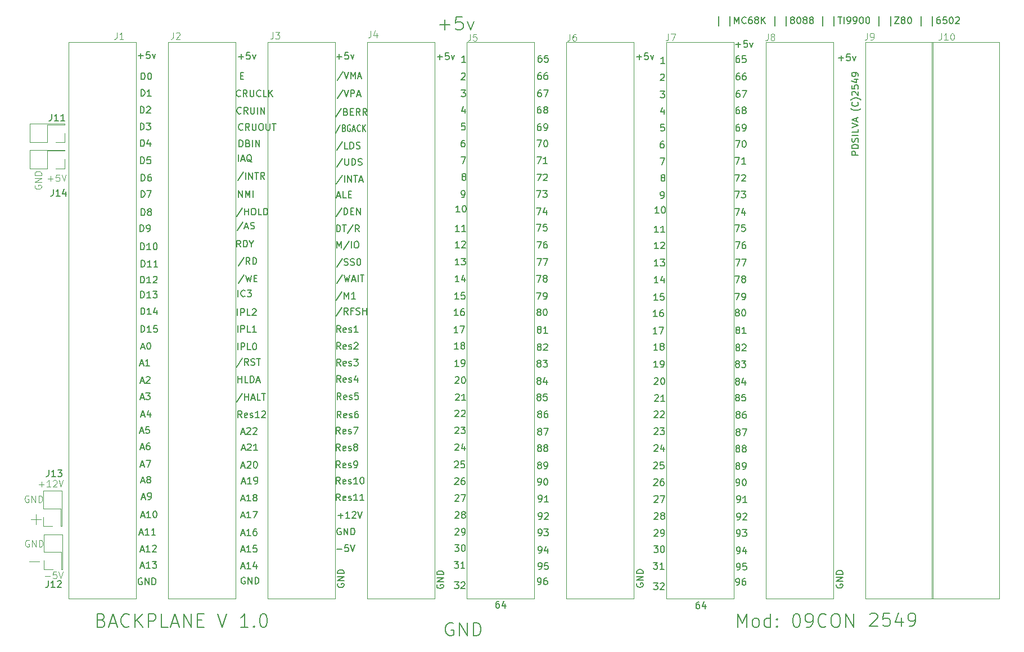
<source format=gbr>
%TF.GenerationSoftware,KiCad,Pcbnew,9.0.6-9.0.6~ubuntu24.04.1*%
%TF.CreationDate,2025-12-04T09:52:22-03:00*%
%TF.ProjectId,backplanev5,6261636b-706c-4616-9e65-76352e6b6963,A*%
%TF.SameCoordinates,Original*%
%TF.FileFunction,Legend,Top*%
%TF.FilePolarity,Positive*%
%FSLAX46Y46*%
G04 Gerber Fmt 4.6, Leading zero omitted, Abs format (unit mm)*
G04 Created by KiCad (PCBNEW 9.0.6-9.0.6~ubuntu24.04.1) date 2025-12-04 09:52:22*
%MOMM*%
%LPD*%
G01*
G04 APERTURE LIST*
%ADD10C,0.200000*%
%ADD11C,0.100000*%
%ADD12C,0.150000*%
%ADD13C,0.120000*%
G04 APERTURE END LIST*
D10*
X80315387Y-114940076D02*
X80124911Y-114844838D01*
X80124911Y-114844838D02*
X79839197Y-114844838D01*
X79839197Y-114844838D02*
X79553482Y-114940076D01*
X79553482Y-114940076D02*
X79363006Y-115130552D01*
X79363006Y-115130552D02*
X79267768Y-115321028D01*
X79267768Y-115321028D02*
X79172530Y-115701980D01*
X79172530Y-115701980D02*
X79172530Y-115987695D01*
X79172530Y-115987695D02*
X79267768Y-116368647D01*
X79267768Y-116368647D02*
X79363006Y-116559123D01*
X79363006Y-116559123D02*
X79553482Y-116749600D01*
X79553482Y-116749600D02*
X79839197Y-116844838D01*
X79839197Y-116844838D02*
X80029673Y-116844838D01*
X80029673Y-116844838D02*
X80315387Y-116749600D01*
X80315387Y-116749600D02*
X80410625Y-116654361D01*
X80410625Y-116654361D02*
X80410625Y-115987695D01*
X80410625Y-115987695D02*
X80029673Y-115987695D01*
X81267768Y-116844838D02*
X81267768Y-114844838D01*
X81267768Y-114844838D02*
X82410625Y-116844838D01*
X82410625Y-116844838D02*
X82410625Y-114844838D01*
X83363006Y-116844838D02*
X83363006Y-114844838D01*
X83363006Y-114844838D02*
X83839196Y-114844838D01*
X83839196Y-114844838D02*
X84124911Y-114940076D01*
X84124911Y-114940076D02*
X84315387Y-115130552D01*
X84315387Y-115130552D02*
X84410625Y-115321028D01*
X84410625Y-115321028D02*
X84505863Y-115701980D01*
X84505863Y-115701980D02*
X84505863Y-115987695D01*
X84505863Y-115987695D02*
X84410625Y-116368647D01*
X84410625Y-116368647D02*
X84315387Y-116559123D01*
X84315387Y-116559123D02*
X84124911Y-116749600D01*
X84124911Y-116749600D02*
X83839196Y-116844838D01*
X83839196Y-116844838D02*
X83363006Y-116844838D01*
X141327219Y-44410326D02*
X140327219Y-44410326D01*
X140327219Y-44410326D02*
X140327219Y-44029374D01*
X140327219Y-44029374D02*
X140374838Y-43934136D01*
X140374838Y-43934136D02*
X140422457Y-43886517D01*
X140422457Y-43886517D02*
X140517695Y-43838898D01*
X140517695Y-43838898D02*
X140660552Y-43838898D01*
X140660552Y-43838898D02*
X140755790Y-43886517D01*
X140755790Y-43886517D02*
X140803409Y-43934136D01*
X140803409Y-43934136D02*
X140851028Y-44029374D01*
X140851028Y-44029374D02*
X140851028Y-44410326D01*
X141327219Y-43410326D02*
X140327219Y-43410326D01*
X140327219Y-43410326D02*
X140327219Y-43172231D01*
X140327219Y-43172231D02*
X140374838Y-43029374D01*
X140374838Y-43029374D02*
X140470076Y-42934136D01*
X140470076Y-42934136D02*
X140565314Y-42886517D01*
X140565314Y-42886517D02*
X140755790Y-42838898D01*
X140755790Y-42838898D02*
X140898647Y-42838898D01*
X140898647Y-42838898D02*
X141089123Y-42886517D01*
X141089123Y-42886517D02*
X141184361Y-42934136D01*
X141184361Y-42934136D02*
X141279600Y-43029374D01*
X141279600Y-43029374D02*
X141327219Y-43172231D01*
X141327219Y-43172231D02*
X141327219Y-43410326D01*
X141279600Y-42457945D02*
X141327219Y-42315088D01*
X141327219Y-42315088D02*
X141327219Y-42076993D01*
X141327219Y-42076993D02*
X141279600Y-41981755D01*
X141279600Y-41981755D02*
X141231980Y-41934136D01*
X141231980Y-41934136D02*
X141136742Y-41886517D01*
X141136742Y-41886517D02*
X141041504Y-41886517D01*
X141041504Y-41886517D02*
X140946266Y-41934136D01*
X140946266Y-41934136D02*
X140898647Y-41981755D01*
X140898647Y-41981755D02*
X140851028Y-42076993D01*
X140851028Y-42076993D02*
X140803409Y-42267469D01*
X140803409Y-42267469D02*
X140755790Y-42362707D01*
X140755790Y-42362707D02*
X140708171Y-42410326D01*
X140708171Y-42410326D02*
X140612933Y-42457945D01*
X140612933Y-42457945D02*
X140517695Y-42457945D01*
X140517695Y-42457945D02*
X140422457Y-42410326D01*
X140422457Y-42410326D02*
X140374838Y-42362707D01*
X140374838Y-42362707D02*
X140327219Y-42267469D01*
X140327219Y-42267469D02*
X140327219Y-42029374D01*
X140327219Y-42029374D02*
X140374838Y-41886517D01*
X141327219Y-41457945D02*
X140327219Y-41457945D01*
X141327219Y-40505565D02*
X141327219Y-40981755D01*
X141327219Y-40981755D02*
X140327219Y-40981755D01*
X140327219Y-40315088D02*
X141327219Y-39981755D01*
X141327219Y-39981755D02*
X140327219Y-39648422D01*
X141041504Y-39362707D02*
X141041504Y-38886517D01*
X141327219Y-39457945D02*
X140327219Y-39124612D01*
X140327219Y-39124612D02*
X141327219Y-38791279D01*
X141708171Y-37410326D02*
X141660552Y-37457945D01*
X141660552Y-37457945D02*
X141517695Y-37553183D01*
X141517695Y-37553183D02*
X141422457Y-37600802D01*
X141422457Y-37600802D02*
X141279600Y-37648421D01*
X141279600Y-37648421D02*
X141041504Y-37696040D01*
X141041504Y-37696040D02*
X140851028Y-37696040D01*
X140851028Y-37696040D02*
X140612933Y-37648421D01*
X140612933Y-37648421D02*
X140470076Y-37600802D01*
X140470076Y-37600802D02*
X140374838Y-37553183D01*
X140374838Y-37553183D02*
X140231980Y-37457945D01*
X140231980Y-37457945D02*
X140184361Y-37410326D01*
X141231980Y-36457945D02*
X141279600Y-36505564D01*
X141279600Y-36505564D02*
X141327219Y-36648421D01*
X141327219Y-36648421D02*
X141327219Y-36743659D01*
X141327219Y-36743659D02*
X141279600Y-36886516D01*
X141279600Y-36886516D02*
X141184361Y-36981754D01*
X141184361Y-36981754D02*
X141089123Y-37029373D01*
X141089123Y-37029373D02*
X140898647Y-37076992D01*
X140898647Y-37076992D02*
X140755790Y-37076992D01*
X140755790Y-37076992D02*
X140565314Y-37029373D01*
X140565314Y-37029373D02*
X140470076Y-36981754D01*
X140470076Y-36981754D02*
X140374838Y-36886516D01*
X140374838Y-36886516D02*
X140327219Y-36743659D01*
X140327219Y-36743659D02*
X140327219Y-36648421D01*
X140327219Y-36648421D02*
X140374838Y-36505564D01*
X140374838Y-36505564D02*
X140422457Y-36457945D01*
X141708171Y-36124611D02*
X141660552Y-36076992D01*
X141660552Y-36076992D02*
X141517695Y-35981754D01*
X141517695Y-35981754D02*
X141422457Y-35934135D01*
X141422457Y-35934135D02*
X141279600Y-35886516D01*
X141279600Y-35886516D02*
X141041504Y-35838897D01*
X141041504Y-35838897D02*
X140851028Y-35838897D01*
X140851028Y-35838897D02*
X140612933Y-35886516D01*
X140612933Y-35886516D02*
X140470076Y-35934135D01*
X140470076Y-35934135D02*
X140374838Y-35981754D01*
X140374838Y-35981754D02*
X140231980Y-36076992D01*
X140231980Y-36076992D02*
X140184361Y-36124611D01*
X140422457Y-35410325D02*
X140374838Y-35362706D01*
X140374838Y-35362706D02*
X140327219Y-35267468D01*
X140327219Y-35267468D02*
X140327219Y-35029373D01*
X140327219Y-35029373D02*
X140374838Y-34934135D01*
X140374838Y-34934135D02*
X140422457Y-34886516D01*
X140422457Y-34886516D02*
X140517695Y-34838897D01*
X140517695Y-34838897D02*
X140612933Y-34838897D01*
X140612933Y-34838897D02*
X140755790Y-34886516D01*
X140755790Y-34886516D02*
X141327219Y-35457944D01*
X141327219Y-35457944D02*
X141327219Y-34838897D01*
X140327219Y-33934135D02*
X140327219Y-34410325D01*
X140327219Y-34410325D02*
X140803409Y-34457944D01*
X140803409Y-34457944D02*
X140755790Y-34410325D01*
X140755790Y-34410325D02*
X140708171Y-34315087D01*
X140708171Y-34315087D02*
X140708171Y-34076992D01*
X140708171Y-34076992D02*
X140755790Y-33981754D01*
X140755790Y-33981754D02*
X140803409Y-33934135D01*
X140803409Y-33934135D02*
X140898647Y-33886516D01*
X140898647Y-33886516D02*
X141136742Y-33886516D01*
X141136742Y-33886516D02*
X141231980Y-33934135D01*
X141231980Y-33934135D02*
X141279600Y-33981754D01*
X141279600Y-33981754D02*
X141327219Y-34076992D01*
X141327219Y-34076992D02*
X141327219Y-34315087D01*
X141327219Y-34315087D02*
X141279600Y-34410325D01*
X141279600Y-34410325D02*
X141231980Y-34457944D01*
X140660552Y-33029373D02*
X141327219Y-33029373D01*
X140279600Y-33267468D02*
X140993885Y-33505563D01*
X140993885Y-33505563D02*
X140993885Y-32886516D01*
X141327219Y-32457944D02*
X141327219Y-32267468D01*
X141327219Y-32267468D02*
X141279600Y-32172230D01*
X141279600Y-32172230D02*
X141231980Y-32124611D01*
X141231980Y-32124611D02*
X141089123Y-32029373D01*
X141089123Y-32029373D02*
X140898647Y-31981754D01*
X140898647Y-31981754D02*
X140517695Y-31981754D01*
X140517695Y-31981754D02*
X140422457Y-32029373D01*
X140422457Y-32029373D02*
X140374838Y-32076992D01*
X140374838Y-32076992D02*
X140327219Y-32172230D01*
X140327219Y-32172230D02*
X140327219Y-32362706D01*
X140327219Y-32362706D02*
X140374838Y-32457944D01*
X140374838Y-32457944D02*
X140422457Y-32505563D01*
X140422457Y-32505563D02*
X140517695Y-32553182D01*
X140517695Y-32553182D02*
X140755790Y-32553182D01*
X140755790Y-32553182D02*
X140851028Y-32505563D01*
X140851028Y-32505563D02*
X140898647Y-32457944D01*
X140898647Y-32457944D02*
X140946266Y-32362706D01*
X140946266Y-32362706D02*
X140946266Y-32172230D01*
X140946266Y-32172230D02*
X140898647Y-32076992D01*
X140898647Y-32076992D02*
X140851028Y-32029373D01*
X140851028Y-32029373D02*
X140755790Y-31981754D01*
X123348244Y-29487219D02*
X123157768Y-29487219D01*
X123157768Y-29487219D02*
X123062530Y-29534838D01*
X123062530Y-29534838D02*
X123014911Y-29582457D01*
X123014911Y-29582457D02*
X122919673Y-29725314D01*
X122919673Y-29725314D02*
X122872054Y-29915790D01*
X122872054Y-29915790D02*
X122872054Y-30296742D01*
X122872054Y-30296742D02*
X122919673Y-30391980D01*
X122919673Y-30391980D02*
X122967292Y-30439600D01*
X122967292Y-30439600D02*
X123062530Y-30487219D01*
X123062530Y-30487219D02*
X123253006Y-30487219D01*
X123253006Y-30487219D02*
X123348244Y-30439600D01*
X123348244Y-30439600D02*
X123395863Y-30391980D01*
X123395863Y-30391980D02*
X123443482Y-30296742D01*
X123443482Y-30296742D02*
X123443482Y-30058647D01*
X123443482Y-30058647D02*
X123395863Y-29963409D01*
X123395863Y-29963409D02*
X123348244Y-29915790D01*
X123348244Y-29915790D02*
X123253006Y-29868171D01*
X123253006Y-29868171D02*
X123062530Y-29868171D01*
X123062530Y-29868171D02*
X122967292Y-29915790D01*
X122967292Y-29915790D02*
X122919673Y-29963409D01*
X122919673Y-29963409D02*
X122872054Y-30058647D01*
X124348244Y-29487219D02*
X123872054Y-29487219D01*
X123872054Y-29487219D02*
X123824435Y-29963409D01*
X123824435Y-29963409D02*
X123872054Y-29915790D01*
X123872054Y-29915790D02*
X123967292Y-29868171D01*
X123967292Y-29868171D02*
X124205387Y-29868171D01*
X124205387Y-29868171D02*
X124300625Y-29915790D01*
X124300625Y-29915790D02*
X124348244Y-29963409D01*
X124348244Y-29963409D02*
X124395863Y-30058647D01*
X124395863Y-30058647D02*
X124395863Y-30296742D01*
X124395863Y-30296742D02*
X124348244Y-30391980D01*
X124348244Y-30391980D02*
X124300625Y-30439600D01*
X124300625Y-30439600D02*
X124205387Y-30487219D01*
X124205387Y-30487219D02*
X123967292Y-30487219D01*
X123967292Y-30487219D02*
X123872054Y-30439600D01*
X123872054Y-30439600D02*
X123824435Y-30391980D01*
X93568244Y-29427219D02*
X93377768Y-29427219D01*
X93377768Y-29427219D02*
X93282530Y-29474838D01*
X93282530Y-29474838D02*
X93234911Y-29522457D01*
X93234911Y-29522457D02*
X93139673Y-29665314D01*
X93139673Y-29665314D02*
X93092054Y-29855790D01*
X93092054Y-29855790D02*
X93092054Y-30236742D01*
X93092054Y-30236742D02*
X93139673Y-30331980D01*
X93139673Y-30331980D02*
X93187292Y-30379600D01*
X93187292Y-30379600D02*
X93282530Y-30427219D01*
X93282530Y-30427219D02*
X93473006Y-30427219D01*
X93473006Y-30427219D02*
X93568244Y-30379600D01*
X93568244Y-30379600D02*
X93615863Y-30331980D01*
X93615863Y-30331980D02*
X93663482Y-30236742D01*
X93663482Y-30236742D02*
X93663482Y-29998647D01*
X93663482Y-29998647D02*
X93615863Y-29903409D01*
X93615863Y-29903409D02*
X93568244Y-29855790D01*
X93568244Y-29855790D02*
X93473006Y-29808171D01*
X93473006Y-29808171D02*
X93282530Y-29808171D01*
X93282530Y-29808171D02*
X93187292Y-29855790D01*
X93187292Y-29855790D02*
X93139673Y-29903409D01*
X93139673Y-29903409D02*
X93092054Y-29998647D01*
X94568244Y-29427219D02*
X94092054Y-29427219D01*
X94092054Y-29427219D02*
X94044435Y-29903409D01*
X94044435Y-29903409D02*
X94092054Y-29855790D01*
X94092054Y-29855790D02*
X94187292Y-29808171D01*
X94187292Y-29808171D02*
X94425387Y-29808171D01*
X94425387Y-29808171D02*
X94520625Y-29855790D01*
X94520625Y-29855790D02*
X94568244Y-29903409D01*
X94568244Y-29903409D02*
X94615863Y-29998647D01*
X94615863Y-29998647D02*
X94615863Y-30236742D01*
X94615863Y-30236742D02*
X94568244Y-30331980D01*
X94568244Y-30331980D02*
X94520625Y-30379600D01*
X94520625Y-30379600D02*
X94425387Y-30427219D01*
X94425387Y-30427219D02*
X94187292Y-30427219D01*
X94187292Y-30427219D02*
X94092054Y-30379600D01*
X94092054Y-30379600D02*
X94044435Y-30331980D01*
X117338244Y-111747219D02*
X117147768Y-111747219D01*
X117147768Y-111747219D02*
X117052530Y-111794838D01*
X117052530Y-111794838D02*
X117004911Y-111842457D01*
X117004911Y-111842457D02*
X116909673Y-111985314D01*
X116909673Y-111985314D02*
X116862054Y-112175790D01*
X116862054Y-112175790D02*
X116862054Y-112556742D01*
X116862054Y-112556742D02*
X116909673Y-112651980D01*
X116909673Y-112651980D02*
X116957292Y-112699600D01*
X116957292Y-112699600D02*
X117052530Y-112747219D01*
X117052530Y-112747219D02*
X117243006Y-112747219D01*
X117243006Y-112747219D02*
X117338244Y-112699600D01*
X117338244Y-112699600D02*
X117385863Y-112651980D01*
X117385863Y-112651980D02*
X117433482Y-112556742D01*
X117433482Y-112556742D02*
X117433482Y-112318647D01*
X117433482Y-112318647D02*
X117385863Y-112223409D01*
X117385863Y-112223409D02*
X117338244Y-112175790D01*
X117338244Y-112175790D02*
X117243006Y-112128171D01*
X117243006Y-112128171D02*
X117052530Y-112128171D01*
X117052530Y-112128171D02*
X116957292Y-112175790D01*
X116957292Y-112175790D02*
X116909673Y-112223409D01*
X116909673Y-112223409D02*
X116862054Y-112318647D01*
X118290625Y-112080552D02*
X118290625Y-112747219D01*
X118052530Y-111699600D02*
X117814435Y-112413885D01*
X117814435Y-112413885D02*
X118433482Y-112413885D01*
X123057292Y-101857219D02*
X123247768Y-101857219D01*
X123247768Y-101857219D02*
X123343006Y-101809600D01*
X123343006Y-101809600D02*
X123390625Y-101761980D01*
X123390625Y-101761980D02*
X123485863Y-101619123D01*
X123485863Y-101619123D02*
X123533482Y-101428647D01*
X123533482Y-101428647D02*
X123533482Y-101047695D01*
X123533482Y-101047695D02*
X123485863Y-100952457D01*
X123485863Y-100952457D02*
X123438244Y-100904838D01*
X123438244Y-100904838D02*
X123343006Y-100857219D01*
X123343006Y-100857219D02*
X123152530Y-100857219D01*
X123152530Y-100857219D02*
X123057292Y-100904838D01*
X123057292Y-100904838D02*
X123009673Y-100952457D01*
X123009673Y-100952457D02*
X122962054Y-101047695D01*
X122962054Y-101047695D02*
X122962054Y-101285790D01*
X122962054Y-101285790D02*
X123009673Y-101381028D01*
X123009673Y-101381028D02*
X123057292Y-101428647D01*
X123057292Y-101428647D02*
X123152530Y-101476266D01*
X123152530Y-101476266D02*
X123343006Y-101476266D01*
X123343006Y-101476266D02*
X123438244Y-101428647D01*
X123438244Y-101428647D02*
X123485863Y-101381028D01*
X123485863Y-101381028D02*
X123533482Y-101285790D01*
X123866816Y-100857219D02*
X124485863Y-100857219D01*
X124485863Y-100857219D02*
X124152530Y-101238171D01*
X124152530Y-101238171D02*
X124295387Y-101238171D01*
X124295387Y-101238171D02*
X124390625Y-101285790D01*
X124390625Y-101285790D02*
X124438244Y-101333409D01*
X124438244Y-101333409D02*
X124485863Y-101428647D01*
X124485863Y-101428647D02*
X124485863Y-101666742D01*
X124485863Y-101666742D02*
X124438244Y-101761980D01*
X124438244Y-101761980D02*
X124390625Y-101809600D01*
X124390625Y-101809600D02*
X124295387Y-101857219D01*
X124295387Y-101857219D02*
X124009673Y-101857219D01*
X124009673Y-101857219D02*
X123914435Y-101809600D01*
X123914435Y-101809600D02*
X123866816Y-101761980D01*
X122764435Y-65227219D02*
X123431101Y-65227219D01*
X123431101Y-65227219D02*
X123002530Y-66227219D01*
X123859673Y-66227219D02*
X124050149Y-66227219D01*
X124050149Y-66227219D02*
X124145387Y-66179600D01*
X124145387Y-66179600D02*
X124193006Y-66131980D01*
X124193006Y-66131980D02*
X124288244Y-65989123D01*
X124288244Y-65989123D02*
X124335863Y-65798647D01*
X124335863Y-65798647D02*
X124335863Y-65417695D01*
X124335863Y-65417695D02*
X124288244Y-65322457D01*
X124288244Y-65322457D02*
X124240625Y-65274838D01*
X124240625Y-65274838D02*
X124145387Y-65227219D01*
X124145387Y-65227219D02*
X123954911Y-65227219D01*
X123954911Y-65227219D02*
X123859673Y-65274838D01*
X123859673Y-65274838D02*
X123812054Y-65322457D01*
X123812054Y-65322457D02*
X123764435Y-65417695D01*
X123764435Y-65417695D02*
X123764435Y-65655790D01*
X123764435Y-65655790D02*
X123812054Y-65751028D01*
X123812054Y-65751028D02*
X123859673Y-65798647D01*
X123859673Y-65798647D02*
X123954911Y-65846266D01*
X123954911Y-65846266D02*
X124145387Y-65846266D01*
X124145387Y-65846266D02*
X124240625Y-65798647D01*
X124240625Y-65798647D02*
X124288244Y-65751028D01*
X124288244Y-65751028D02*
X124335863Y-65655790D01*
X123388244Y-32097219D02*
X123197768Y-32097219D01*
X123197768Y-32097219D02*
X123102530Y-32144838D01*
X123102530Y-32144838D02*
X123054911Y-32192457D01*
X123054911Y-32192457D02*
X122959673Y-32335314D01*
X122959673Y-32335314D02*
X122912054Y-32525790D01*
X122912054Y-32525790D02*
X122912054Y-32906742D01*
X122912054Y-32906742D02*
X122959673Y-33001980D01*
X122959673Y-33001980D02*
X123007292Y-33049600D01*
X123007292Y-33049600D02*
X123102530Y-33097219D01*
X123102530Y-33097219D02*
X123293006Y-33097219D01*
X123293006Y-33097219D02*
X123388244Y-33049600D01*
X123388244Y-33049600D02*
X123435863Y-33001980D01*
X123435863Y-33001980D02*
X123483482Y-32906742D01*
X123483482Y-32906742D02*
X123483482Y-32668647D01*
X123483482Y-32668647D02*
X123435863Y-32573409D01*
X123435863Y-32573409D02*
X123388244Y-32525790D01*
X123388244Y-32525790D02*
X123293006Y-32478171D01*
X123293006Y-32478171D02*
X123102530Y-32478171D01*
X123102530Y-32478171D02*
X123007292Y-32525790D01*
X123007292Y-32525790D02*
X122959673Y-32573409D01*
X122959673Y-32573409D02*
X122912054Y-32668647D01*
X124340625Y-32097219D02*
X124150149Y-32097219D01*
X124150149Y-32097219D02*
X124054911Y-32144838D01*
X124054911Y-32144838D02*
X124007292Y-32192457D01*
X124007292Y-32192457D02*
X123912054Y-32335314D01*
X123912054Y-32335314D02*
X123864435Y-32525790D01*
X123864435Y-32525790D02*
X123864435Y-32906742D01*
X123864435Y-32906742D02*
X123912054Y-33001980D01*
X123912054Y-33001980D02*
X123959673Y-33049600D01*
X123959673Y-33049600D02*
X124054911Y-33097219D01*
X124054911Y-33097219D02*
X124245387Y-33097219D01*
X124245387Y-33097219D02*
X124340625Y-33049600D01*
X124340625Y-33049600D02*
X124388244Y-33001980D01*
X124388244Y-33001980D02*
X124435863Y-32906742D01*
X124435863Y-32906742D02*
X124435863Y-32668647D01*
X124435863Y-32668647D02*
X124388244Y-32573409D01*
X124388244Y-32573409D02*
X124340625Y-32525790D01*
X124340625Y-32525790D02*
X124245387Y-32478171D01*
X124245387Y-32478171D02*
X124054911Y-32478171D01*
X124054911Y-32478171D02*
X123959673Y-32525790D01*
X123959673Y-32525790D02*
X123912054Y-32573409D01*
X123912054Y-32573409D02*
X123864435Y-32668647D01*
X123122530Y-86095790D02*
X123027292Y-86048171D01*
X123027292Y-86048171D02*
X122979673Y-86000552D01*
X122979673Y-86000552D02*
X122932054Y-85905314D01*
X122932054Y-85905314D02*
X122932054Y-85857695D01*
X122932054Y-85857695D02*
X122979673Y-85762457D01*
X122979673Y-85762457D02*
X123027292Y-85714838D01*
X123027292Y-85714838D02*
X123122530Y-85667219D01*
X123122530Y-85667219D02*
X123313006Y-85667219D01*
X123313006Y-85667219D02*
X123408244Y-85714838D01*
X123408244Y-85714838D02*
X123455863Y-85762457D01*
X123455863Y-85762457D02*
X123503482Y-85857695D01*
X123503482Y-85857695D02*
X123503482Y-85905314D01*
X123503482Y-85905314D02*
X123455863Y-86000552D01*
X123455863Y-86000552D02*
X123408244Y-86048171D01*
X123408244Y-86048171D02*
X123313006Y-86095790D01*
X123313006Y-86095790D02*
X123122530Y-86095790D01*
X123122530Y-86095790D02*
X123027292Y-86143409D01*
X123027292Y-86143409D02*
X122979673Y-86191028D01*
X122979673Y-86191028D02*
X122932054Y-86286266D01*
X122932054Y-86286266D02*
X122932054Y-86476742D01*
X122932054Y-86476742D02*
X122979673Y-86571980D01*
X122979673Y-86571980D02*
X123027292Y-86619600D01*
X123027292Y-86619600D02*
X123122530Y-86667219D01*
X123122530Y-86667219D02*
X123313006Y-86667219D01*
X123313006Y-86667219D02*
X123408244Y-86619600D01*
X123408244Y-86619600D02*
X123455863Y-86571980D01*
X123455863Y-86571980D02*
X123503482Y-86476742D01*
X123503482Y-86476742D02*
X123503482Y-86286266D01*
X123503482Y-86286266D02*
X123455863Y-86191028D01*
X123455863Y-86191028D02*
X123408244Y-86143409D01*
X123408244Y-86143409D02*
X123313006Y-86095790D01*
X123836816Y-85667219D02*
X124503482Y-85667219D01*
X124503482Y-85667219D02*
X124074911Y-86667219D01*
X123388244Y-34707219D02*
X123197768Y-34707219D01*
X123197768Y-34707219D02*
X123102530Y-34754838D01*
X123102530Y-34754838D02*
X123054911Y-34802457D01*
X123054911Y-34802457D02*
X122959673Y-34945314D01*
X122959673Y-34945314D02*
X122912054Y-35135790D01*
X122912054Y-35135790D02*
X122912054Y-35516742D01*
X122912054Y-35516742D02*
X122959673Y-35611980D01*
X122959673Y-35611980D02*
X123007292Y-35659600D01*
X123007292Y-35659600D02*
X123102530Y-35707219D01*
X123102530Y-35707219D02*
X123293006Y-35707219D01*
X123293006Y-35707219D02*
X123388244Y-35659600D01*
X123388244Y-35659600D02*
X123435863Y-35611980D01*
X123435863Y-35611980D02*
X123483482Y-35516742D01*
X123483482Y-35516742D02*
X123483482Y-35278647D01*
X123483482Y-35278647D02*
X123435863Y-35183409D01*
X123435863Y-35183409D02*
X123388244Y-35135790D01*
X123388244Y-35135790D02*
X123293006Y-35088171D01*
X123293006Y-35088171D02*
X123102530Y-35088171D01*
X123102530Y-35088171D02*
X123007292Y-35135790D01*
X123007292Y-35135790D02*
X122959673Y-35183409D01*
X122959673Y-35183409D02*
X122912054Y-35278647D01*
X123816816Y-34707219D02*
X124483482Y-34707219D01*
X124483482Y-34707219D02*
X124054911Y-35707219D01*
X123082530Y-91195790D02*
X122987292Y-91148171D01*
X122987292Y-91148171D02*
X122939673Y-91100552D01*
X122939673Y-91100552D02*
X122892054Y-91005314D01*
X122892054Y-91005314D02*
X122892054Y-90957695D01*
X122892054Y-90957695D02*
X122939673Y-90862457D01*
X122939673Y-90862457D02*
X122987292Y-90814838D01*
X122987292Y-90814838D02*
X123082530Y-90767219D01*
X123082530Y-90767219D02*
X123273006Y-90767219D01*
X123273006Y-90767219D02*
X123368244Y-90814838D01*
X123368244Y-90814838D02*
X123415863Y-90862457D01*
X123415863Y-90862457D02*
X123463482Y-90957695D01*
X123463482Y-90957695D02*
X123463482Y-91005314D01*
X123463482Y-91005314D02*
X123415863Y-91100552D01*
X123415863Y-91100552D02*
X123368244Y-91148171D01*
X123368244Y-91148171D02*
X123273006Y-91195790D01*
X123273006Y-91195790D02*
X123082530Y-91195790D01*
X123082530Y-91195790D02*
X122987292Y-91243409D01*
X122987292Y-91243409D02*
X122939673Y-91291028D01*
X122939673Y-91291028D02*
X122892054Y-91386266D01*
X122892054Y-91386266D02*
X122892054Y-91576742D01*
X122892054Y-91576742D02*
X122939673Y-91671980D01*
X122939673Y-91671980D02*
X122987292Y-91719600D01*
X122987292Y-91719600D02*
X123082530Y-91767219D01*
X123082530Y-91767219D02*
X123273006Y-91767219D01*
X123273006Y-91767219D02*
X123368244Y-91719600D01*
X123368244Y-91719600D02*
X123415863Y-91671980D01*
X123415863Y-91671980D02*
X123463482Y-91576742D01*
X123463482Y-91576742D02*
X123463482Y-91386266D01*
X123463482Y-91386266D02*
X123415863Y-91291028D01*
X123415863Y-91291028D02*
X123368244Y-91243409D01*
X123368244Y-91243409D02*
X123273006Y-91195790D01*
X123939673Y-91767219D02*
X124130149Y-91767219D01*
X124130149Y-91767219D02*
X124225387Y-91719600D01*
X124225387Y-91719600D02*
X124273006Y-91671980D01*
X124273006Y-91671980D02*
X124368244Y-91529123D01*
X124368244Y-91529123D02*
X124415863Y-91338647D01*
X124415863Y-91338647D02*
X124415863Y-90957695D01*
X124415863Y-90957695D02*
X124368244Y-90862457D01*
X124368244Y-90862457D02*
X124320625Y-90814838D01*
X124320625Y-90814838D02*
X124225387Y-90767219D01*
X124225387Y-90767219D02*
X124034911Y-90767219D01*
X124034911Y-90767219D02*
X123939673Y-90814838D01*
X123939673Y-90814838D02*
X123892054Y-90862457D01*
X123892054Y-90862457D02*
X123844435Y-90957695D01*
X123844435Y-90957695D02*
X123844435Y-91195790D01*
X123844435Y-91195790D02*
X123892054Y-91291028D01*
X123892054Y-91291028D02*
X123939673Y-91338647D01*
X123939673Y-91338647D02*
X124034911Y-91386266D01*
X124034911Y-91386266D02*
X124225387Y-91386266D01*
X124225387Y-91386266D02*
X124320625Y-91338647D01*
X124320625Y-91338647D02*
X124368244Y-91291028D01*
X124368244Y-91291028D02*
X124415863Y-91195790D01*
X123097292Y-99367219D02*
X123287768Y-99367219D01*
X123287768Y-99367219D02*
X123383006Y-99319600D01*
X123383006Y-99319600D02*
X123430625Y-99271980D01*
X123430625Y-99271980D02*
X123525863Y-99129123D01*
X123525863Y-99129123D02*
X123573482Y-98938647D01*
X123573482Y-98938647D02*
X123573482Y-98557695D01*
X123573482Y-98557695D02*
X123525863Y-98462457D01*
X123525863Y-98462457D02*
X123478244Y-98414838D01*
X123478244Y-98414838D02*
X123383006Y-98367219D01*
X123383006Y-98367219D02*
X123192530Y-98367219D01*
X123192530Y-98367219D02*
X123097292Y-98414838D01*
X123097292Y-98414838D02*
X123049673Y-98462457D01*
X123049673Y-98462457D02*
X123002054Y-98557695D01*
X123002054Y-98557695D02*
X123002054Y-98795790D01*
X123002054Y-98795790D02*
X123049673Y-98891028D01*
X123049673Y-98891028D02*
X123097292Y-98938647D01*
X123097292Y-98938647D02*
X123192530Y-98986266D01*
X123192530Y-98986266D02*
X123383006Y-98986266D01*
X123383006Y-98986266D02*
X123478244Y-98938647D01*
X123478244Y-98938647D02*
X123525863Y-98891028D01*
X123525863Y-98891028D02*
X123573482Y-98795790D01*
X123954435Y-98462457D02*
X124002054Y-98414838D01*
X124002054Y-98414838D02*
X124097292Y-98367219D01*
X124097292Y-98367219D02*
X124335387Y-98367219D01*
X124335387Y-98367219D02*
X124430625Y-98414838D01*
X124430625Y-98414838D02*
X124478244Y-98462457D01*
X124478244Y-98462457D02*
X124525863Y-98557695D01*
X124525863Y-98557695D02*
X124525863Y-98652933D01*
X124525863Y-98652933D02*
X124478244Y-98795790D01*
X124478244Y-98795790D02*
X123906816Y-99367219D01*
X123906816Y-99367219D02*
X124525863Y-99367219D01*
X123348244Y-39807219D02*
X123157768Y-39807219D01*
X123157768Y-39807219D02*
X123062530Y-39854838D01*
X123062530Y-39854838D02*
X123014911Y-39902457D01*
X123014911Y-39902457D02*
X122919673Y-40045314D01*
X122919673Y-40045314D02*
X122872054Y-40235790D01*
X122872054Y-40235790D02*
X122872054Y-40616742D01*
X122872054Y-40616742D02*
X122919673Y-40711980D01*
X122919673Y-40711980D02*
X122967292Y-40759600D01*
X122967292Y-40759600D02*
X123062530Y-40807219D01*
X123062530Y-40807219D02*
X123253006Y-40807219D01*
X123253006Y-40807219D02*
X123348244Y-40759600D01*
X123348244Y-40759600D02*
X123395863Y-40711980D01*
X123395863Y-40711980D02*
X123443482Y-40616742D01*
X123443482Y-40616742D02*
X123443482Y-40378647D01*
X123443482Y-40378647D02*
X123395863Y-40283409D01*
X123395863Y-40283409D02*
X123348244Y-40235790D01*
X123348244Y-40235790D02*
X123253006Y-40188171D01*
X123253006Y-40188171D02*
X123062530Y-40188171D01*
X123062530Y-40188171D02*
X122967292Y-40235790D01*
X122967292Y-40235790D02*
X122919673Y-40283409D01*
X122919673Y-40283409D02*
X122872054Y-40378647D01*
X123919673Y-40807219D02*
X124110149Y-40807219D01*
X124110149Y-40807219D02*
X124205387Y-40759600D01*
X124205387Y-40759600D02*
X124253006Y-40711980D01*
X124253006Y-40711980D02*
X124348244Y-40569123D01*
X124348244Y-40569123D02*
X124395863Y-40378647D01*
X124395863Y-40378647D02*
X124395863Y-39997695D01*
X124395863Y-39997695D02*
X124348244Y-39902457D01*
X124348244Y-39902457D02*
X124300625Y-39854838D01*
X124300625Y-39854838D02*
X124205387Y-39807219D01*
X124205387Y-39807219D02*
X124014911Y-39807219D01*
X124014911Y-39807219D02*
X123919673Y-39854838D01*
X123919673Y-39854838D02*
X123872054Y-39902457D01*
X123872054Y-39902457D02*
X123824435Y-39997695D01*
X123824435Y-39997695D02*
X123824435Y-40235790D01*
X123824435Y-40235790D02*
X123872054Y-40331028D01*
X123872054Y-40331028D02*
X123919673Y-40378647D01*
X123919673Y-40378647D02*
X124014911Y-40426266D01*
X124014911Y-40426266D02*
X124205387Y-40426266D01*
X124205387Y-40426266D02*
X124300625Y-40378647D01*
X124300625Y-40378647D02*
X124348244Y-40331028D01*
X124348244Y-40331028D02*
X124395863Y-40235790D01*
X123062530Y-73355790D02*
X122967292Y-73308171D01*
X122967292Y-73308171D02*
X122919673Y-73260552D01*
X122919673Y-73260552D02*
X122872054Y-73165314D01*
X122872054Y-73165314D02*
X122872054Y-73117695D01*
X122872054Y-73117695D02*
X122919673Y-73022457D01*
X122919673Y-73022457D02*
X122967292Y-72974838D01*
X122967292Y-72974838D02*
X123062530Y-72927219D01*
X123062530Y-72927219D02*
X123253006Y-72927219D01*
X123253006Y-72927219D02*
X123348244Y-72974838D01*
X123348244Y-72974838D02*
X123395863Y-73022457D01*
X123395863Y-73022457D02*
X123443482Y-73117695D01*
X123443482Y-73117695D02*
X123443482Y-73165314D01*
X123443482Y-73165314D02*
X123395863Y-73260552D01*
X123395863Y-73260552D02*
X123348244Y-73308171D01*
X123348244Y-73308171D02*
X123253006Y-73355790D01*
X123253006Y-73355790D02*
X123062530Y-73355790D01*
X123062530Y-73355790D02*
X122967292Y-73403409D01*
X122967292Y-73403409D02*
X122919673Y-73451028D01*
X122919673Y-73451028D02*
X122872054Y-73546266D01*
X122872054Y-73546266D02*
X122872054Y-73736742D01*
X122872054Y-73736742D02*
X122919673Y-73831980D01*
X122919673Y-73831980D02*
X122967292Y-73879600D01*
X122967292Y-73879600D02*
X123062530Y-73927219D01*
X123062530Y-73927219D02*
X123253006Y-73927219D01*
X123253006Y-73927219D02*
X123348244Y-73879600D01*
X123348244Y-73879600D02*
X123395863Y-73831980D01*
X123395863Y-73831980D02*
X123443482Y-73736742D01*
X123443482Y-73736742D02*
X123443482Y-73546266D01*
X123443482Y-73546266D02*
X123395863Y-73451028D01*
X123395863Y-73451028D02*
X123348244Y-73403409D01*
X123348244Y-73403409D02*
X123253006Y-73355790D01*
X123824435Y-73022457D02*
X123872054Y-72974838D01*
X123872054Y-72974838D02*
X123967292Y-72927219D01*
X123967292Y-72927219D02*
X124205387Y-72927219D01*
X124205387Y-72927219D02*
X124300625Y-72974838D01*
X124300625Y-72974838D02*
X124348244Y-73022457D01*
X124348244Y-73022457D02*
X124395863Y-73117695D01*
X124395863Y-73117695D02*
X124395863Y-73212933D01*
X124395863Y-73212933D02*
X124348244Y-73355790D01*
X124348244Y-73355790D02*
X123776816Y-73927219D01*
X123776816Y-73927219D02*
X124395863Y-73927219D01*
X123348244Y-37197219D02*
X123157768Y-37197219D01*
X123157768Y-37197219D02*
X123062530Y-37244838D01*
X123062530Y-37244838D02*
X123014911Y-37292457D01*
X123014911Y-37292457D02*
X122919673Y-37435314D01*
X122919673Y-37435314D02*
X122872054Y-37625790D01*
X122872054Y-37625790D02*
X122872054Y-38006742D01*
X122872054Y-38006742D02*
X122919673Y-38101980D01*
X122919673Y-38101980D02*
X122967292Y-38149600D01*
X122967292Y-38149600D02*
X123062530Y-38197219D01*
X123062530Y-38197219D02*
X123253006Y-38197219D01*
X123253006Y-38197219D02*
X123348244Y-38149600D01*
X123348244Y-38149600D02*
X123395863Y-38101980D01*
X123395863Y-38101980D02*
X123443482Y-38006742D01*
X123443482Y-38006742D02*
X123443482Y-37768647D01*
X123443482Y-37768647D02*
X123395863Y-37673409D01*
X123395863Y-37673409D02*
X123348244Y-37625790D01*
X123348244Y-37625790D02*
X123253006Y-37578171D01*
X123253006Y-37578171D02*
X123062530Y-37578171D01*
X123062530Y-37578171D02*
X122967292Y-37625790D01*
X122967292Y-37625790D02*
X122919673Y-37673409D01*
X122919673Y-37673409D02*
X122872054Y-37768647D01*
X124014911Y-37625790D02*
X123919673Y-37578171D01*
X123919673Y-37578171D02*
X123872054Y-37530552D01*
X123872054Y-37530552D02*
X123824435Y-37435314D01*
X123824435Y-37435314D02*
X123824435Y-37387695D01*
X123824435Y-37387695D02*
X123872054Y-37292457D01*
X123872054Y-37292457D02*
X123919673Y-37244838D01*
X123919673Y-37244838D02*
X124014911Y-37197219D01*
X124014911Y-37197219D02*
X124205387Y-37197219D01*
X124205387Y-37197219D02*
X124300625Y-37244838D01*
X124300625Y-37244838D02*
X124348244Y-37292457D01*
X124348244Y-37292457D02*
X124395863Y-37387695D01*
X124395863Y-37387695D02*
X124395863Y-37435314D01*
X124395863Y-37435314D02*
X124348244Y-37530552D01*
X124348244Y-37530552D02*
X124300625Y-37578171D01*
X124300625Y-37578171D02*
X124205387Y-37625790D01*
X124205387Y-37625790D02*
X124014911Y-37625790D01*
X124014911Y-37625790D02*
X123919673Y-37673409D01*
X123919673Y-37673409D02*
X123872054Y-37721028D01*
X123872054Y-37721028D02*
X123824435Y-37816266D01*
X123824435Y-37816266D02*
X123824435Y-38006742D01*
X123824435Y-38006742D02*
X123872054Y-38101980D01*
X123872054Y-38101980D02*
X123919673Y-38149600D01*
X123919673Y-38149600D02*
X124014911Y-38197219D01*
X124014911Y-38197219D02*
X124205387Y-38197219D01*
X124205387Y-38197219D02*
X124300625Y-38149600D01*
X124300625Y-38149600D02*
X124348244Y-38101980D01*
X124348244Y-38101980D02*
X124395863Y-38006742D01*
X124395863Y-38006742D02*
X124395863Y-37816266D01*
X124395863Y-37816266D02*
X124348244Y-37721028D01*
X124348244Y-37721028D02*
X124300625Y-37673409D01*
X124300625Y-37673409D02*
X124205387Y-37625790D01*
X122784435Y-47367219D02*
X123451101Y-47367219D01*
X123451101Y-47367219D02*
X123022530Y-48367219D01*
X123784435Y-47462457D02*
X123832054Y-47414838D01*
X123832054Y-47414838D02*
X123927292Y-47367219D01*
X123927292Y-47367219D02*
X124165387Y-47367219D01*
X124165387Y-47367219D02*
X124260625Y-47414838D01*
X124260625Y-47414838D02*
X124308244Y-47462457D01*
X124308244Y-47462457D02*
X124355863Y-47557695D01*
X124355863Y-47557695D02*
X124355863Y-47652933D01*
X124355863Y-47652933D02*
X124308244Y-47795790D01*
X124308244Y-47795790D02*
X123736816Y-48367219D01*
X123736816Y-48367219D02*
X124355863Y-48367219D01*
X123057292Y-104467219D02*
X123247768Y-104467219D01*
X123247768Y-104467219D02*
X123343006Y-104419600D01*
X123343006Y-104419600D02*
X123390625Y-104371980D01*
X123390625Y-104371980D02*
X123485863Y-104229123D01*
X123485863Y-104229123D02*
X123533482Y-104038647D01*
X123533482Y-104038647D02*
X123533482Y-103657695D01*
X123533482Y-103657695D02*
X123485863Y-103562457D01*
X123485863Y-103562457D02*
X123438244Y-103514838D01*
X123438244Y-103514838D02*
X123343006Y-103467219D01*
X123343006Y-103467219D02*
X123152530Y-103467219D01*
X123152530Y-103467219D02*
X123057292Y-103514838D01*
X123057292Y-103514838D02*
X123009673Y-103562457D01*
X123009673Y-103562457D02*
X122962054Y-103657695D01*
X122962054Y-103657695D02*
X122962054Y-103895790D01*
X122962054Y-103895790D02*
X123009673Y-103991028D01*
X123009673Y-103991028D02*
X123057292Y-104038647D01*
X123057292Y-104038647D02*
X123152530Y-104086266D01*
X123152530Y-104086266D02*
X123343006Y-104086266D01*
X123343006Y-104086266D02*
X123438244Y-104038647D01*
X123438244Y-104038647D02*
X123485863Y-103991028D01*
X123485863Y-103991028D02*
X123533482Y-103895790D01*
X124390625Y-103800552D02*
X124390625Y-104467219D01*
X124152530Y-103419600D02*
X123914435Y-104133885D01*
X123914435Y-104133885D02*
X124533482Y-104133885D01*
X122744435Y-52467219D02*
X123411101Y-52467219D01*
X123411101Y-52467219D02*
X122982530Y-53467219D01*
X124220625Y-52800552D02*
X124220625Y-53467219D01*
X123982530Y-52419600D02*
X123744435Y-53133885D01*
X123744435Y-53133885D02*
X124363482Y-53133885D01*
X122744435Y-54917219D02*
X123411101Y-54917219D01*
X123411101Y-54917219D02*
X122982530Y-55917219D01*
X124268244Y-54917219D02*
X123792054Y-54917219D01*
X123792054Y-54917219D02*
X123744435Y-55393409D01*
X123744435Y-55393409D02*
X123792054Y-55345790D01*
X123792054Y-55345790D02*
X123887292Y-55298171D01*
X123887292Y-55298171D02*
X124125387Y-55298171D01*
X124125387Y-55298171D02*
X124220625Y-55345790D01*
X124220625Y-55345790D02*
X124268244Y-55393409D01*
X124268244Y-55393409D02*
X124315863Y-55488647D01*
X124315863Y-55488647D02*
X124315863Y-55726742D01*
X124315863Y-55726742D02*
X124268244Y-55821980D01*
X124268244Y-55821980D02*
X124220625Y-55869600D01*
X124220625Y-55869600D02*
X124125387Y-55917219D01*
X124125387Y-55917219D02*
X123887292Y-55917219D01*
X123887292Y-55917219D02*
X123792054Y-55869600D01*
X123792054Y-55869600D02*
X123744435Y-55821980D01*
X123122530Y-83485790D02*
X123027292Y-83438171D01*
X123027292Y-83438171D02*
X122979673Y-83390552D01*
X122979673Y-83390552D02*
X122932054Y-83295314D01*
X122932054Y-83295314D02*
X122932054Y-83247695D01*
X122932054Y-83247695D02*
X122979673Y-83152457D01*
X122979673Y-83152457D02*
X123027292Y-83104838D01*
X123027292Y-83104838D02*
X123122530Y-83057219D01*
X123122530Y-83057219D02*
X123313006Y-83057219D01*
X123313006Y-83057219D02*
X123408244Y-83104838D01*
X123408244Y-83104838D02*
X123455863Y-83152457D01*
X123455863Y-83152457D02*
X123503482Y-83247695D01*
X123503482Y-83247695D02*
X123503482Y-83295314D01*
X123503482Y-83295314D02*
X123455863Y-83390552D01*
X123455863Y-83390552D02*
X123408244Y-83438171D01*
X123408244Y-83438171D02*
X123313006Y-83485790D01*
X123313006Y-83485790D02*
X123122530Y-83485790D01*
X123122530Y-83485790D02*
X123027292Y-83533409D01*
X123027292Y-83533409D02*
X122979673Y-83581028D01*
X122979673Y-83581028D02*
X122932054Y-83676266D01*
X122932054Y-83676266D02*
X122932054Y-83866742D01*
X122932054Y-83866742D02*
X122979673Y-83961980D01*
X122979673Y-83961980D02*
X123027292Y-84009600D01*
X123027292Y-84009600D02*
X123122530Y-84057219D01*
X123122530Y-84057219D02*
X123313006Y-84057219D01*
X123313006Y-84057219D02*
X123408244Y-84009600D01*
X123408244Y-84009600D02*
X123455863Y-83961980D01*
X123455863Y-83961980D02*
X123503482Y-83866742D01*
X123503482Y-83866742D02*
X123503482Y-83676266D01*
X123503482Y-83676266D02*
X123455863Y-83581028D01*
X123455863Y-83581028D02*
X123408244Y-83533409D01*
X123408244Y-83533409D02*
X123313006Y-83485790D01*
X124360625Y-83057219D02*
X124170149Y-83057219D01*
X124170149Y-83057219D02*
X124074911Y-83104838D01*
X124074911Y-83104838D02*
X124027292Y-83152457D01*
X124027292Y-83152457D02*
X123932054Y-83295314D01*
X123932054Y-83295314D02*
X123884435Y-83485790D01*
X123884435Y-83485790D02*
X123884435Y-83866742D01*
X123884435Y-83866742D02*
X123932054Y-83961980D01*
X123932054Y-83961980D02*
X123979673Y-84009600D01*
X123979673Y-84009600D02*
X124074911Y-84057219D01*
X124074911Y-84057219D02*
X124265387Y-84057219D01*
X124265387Y-84057219D02*
X124360625Y-84009600D01*
X124360625Y-84009600D02*
X124408244Y-83961980D01*
X124408244Y-83961980D02*
X124455863Y-83866742D01*
X124455863Y-83866742D02*
X124455863Y-83628647D01*
X124455863Y-83628647D02*
X124408244Y-83533409D01*
X124408244Y-83533409D02*
X124360625Y-83485790D01*
X124360625Y-83485790D02*
X124265387Y-83438171D01*
X124265387Y-83438171D02*
X124074911Y-83438171D01*
X124074911Y-83438171D02*
X123979673Y-83485790D01*
X123979673Y-83485790D02*
X123932054Y-83533409D01*
X123932054Y-83533409D02*
X123884435Y-83628647D01*
X123057292Y-106917219D02*
X123247768Y-106917219D01*
X123247768Y-106917219D02*
X123343006Y-106869600D01*
X123343006Y-106869600D02*
X123390625Y-106821980D01*
X123390625Y-106821980D02*
X123485863Y-106679123D01*
X123485863Y-106679123D02*
X123533482Y-106488647D01*
X123533482Y-106488647D02*
X123533482Y-106107695D01*
X123533482Y-106107695D02*
X123485863Y-106012457D01*
X123485863Y-106012457D02*
X123438244Y-105964838D01*
X123438244Y-105964838D02*
X123343006Y-105917219D01*
X123343006Y-105917219D02*
X123152530Y-105917219D01*
X123152530Y-105917219D02*
X123057292Y-105964838D01*
X123057292Y-105964838D02*
X123009673Y-106012457D01*
X123009673Y-106012457D02*
X122962054Y-106107695D01*
X122962054Y-106107695D02*
X122962054Y-106345790D01*
X122962054Y-106345790D02*
X123009673Y-106441028D01*
X123009673Y-106441028D02*
X123057292Y-106488647D01*
X123057292Y-106488647D02*
X123152530Y-106536266D01*
X123152530Y-106536266D02*
X123343006Y-106536266D01*
X123343006Y-106536266D02*
X123438244Y-106488647D01*
X123438244Y-106488647D02*
X123485863Y-106441028D01*
X123485863Y-106441028D02*
X123533482Y-106345790D01*
X124438244Y-105917219D02*
X123962054Y-105917219D01*
X123962054Y-105917219D02*
X123914435Y-106393409D01*
X123914435Y-106393409D02*
X123962054Y-106345790D01*
X123962054Y-106345790D02*
X124057292Y-106298171D01*
X124057292Y-106298171D02*
X124295387Y-106298171D01*
X124295387Y-106298171D02*
X124390625Y-106345790D01*
X124390625Y-106345790D02*
X124438244Y-106393409D01*
X124438244Y-106393409D02*
X124485863Y-106488647D01*
X124485863Y-106488647D02*
X124485863Y-106726742D01*
X124485863Y-106726742D02*
X124438244Y-106821980D01*
X124438244Y-106821980D02*
X124390625Y-106869600D01*
X124390625Y-106869600D02*
X124295387Y-106917219D01*
X124295387Y-106917219D02*
X124057292Y-106917219D01*
X124057292Y-106917219D02*
X123962054Y-106869600D01*
X123962054Y-106869600D02*
X123914435Y-106821980D01*
X122784435Y-44757219D02*
X123451101Y-44757219D01*
X123451101Y-44757219D02*
X123022530Y-45757219D01*
X124355863Y-45757219D02*
X123784435Y-45757219D01*
X124070149Y-45757219D02*
X124070149Y-44757219D01*
X124070149Y-44757219D02*
X123974911Y-44900076D01*
X123974911Y-44900076D02*
X123879673Y-44995314D01*
X123879673Y-44995314D02*
X123784435Y-45042933D01*
X122824435Y-42257219D02*
X123491101Y-42257219D01*
X123491101Y-42257219D02*
X123062530Y-43257219D01*
X124062530Y-42257219D02*
X124157768Y-42257219D01*
X124157768Y-42257219D02*
X124253006Y-42304838D01*
X124253006Y-42304838D02*
X124300625Y-42352457D01*
X124300625Y-42352457D02*
X124348244Y-42447695D01*
X124348244Y-42447695D02*
X124395863Y-42638171D01*
X124395863Y-42638171D02*
X124395863Y-42876266D01*
X124395863Y-42876266D02*
X124348244Y-43066742D01*
X124348244Y-43066742D02*
X124300625Y-43161980D01*
X124300625Y-43161980D02*
X124253006Y-43209600D01*
X124253006Y-43209600D02*
X124157768Y-43257219D01*
X124157768Y-43257219D02*
X124062530Y-43257219D01*
X124062530Y-43257219D02*
X123967292Y-43209600D01*
X123967292Y-43209600D02*
X123919673Y-43161980D01*
X123919673Y-43161980D02*
X123872054Y-43066742D01*
X123872054Y-43066742D02*
X123824435Y-42876266D01*
X123824435Y-42876266D02*
X123824435Y-42638171D01*
X123824435Y-42638171D02*
X123872054Y-42447695D01*
X123872054Y-42447695D02*
X123919673Y-42352457D01*
X123919673Y-42352457D02*
X123967292Y-42304838D01*
X123967292Y-42304838D02*
X124062530Y-42257219D01*
X122744435Y-49857219D02*
X123411101Y-49857219D01*
X123411101Y-49857219D02*
X122982530Y-50857219D01*
X123696816Y-49857219D02*
X124315863Y-49857219D01*
X124315863Y-49857219D02*
X123982530Y-50238171D01*
X123982530Y-50238171D02*
X124125387Y-50238171D01*
X124125387Y-50238171D02*
X124220625Y-50285790D01*
X124220625Y-50285790D02*
X124268244Y-50333409D01*
X124268244Y-50333409D02*
X124315863Y-50428647D01*
X124315863Y-50428647D02*
X124315863Y-50666742D01*
X124315863Y-50666742D02*
X124268244Y-50761980D01*
X124268244Y-50761980D02*
X124220625Y-50809600D01*
X124220625Y-50809600D02*
X124125387Y-50857219D01*
X124125387Y-50857219D02*
X123839673Y-50857219D01*
X123839673Y-50857219D02*
X123744435Y-50809600D01*
X123744435Y-50809600D02*
X123696816Y-50761980D01*
X123022530Y-78455790D02*
X122927292Y-78408171D01*
X122927292Y-78408171D02*
X122879673Y-78360552D01*
X122879673Y-78360552D02*
X122832054Y-78265314D01*
X122832054Y-78265314D02*
X122832054Y-78217695D01*
X122832054Y-78217695D02*
X122879673Y-78122457D01*
X122879673Y-78122457D02*
X122927292Y-78074838D01*
X122927292Y-78074838D02*
X123022530Y-78027219D01*
X123022530Y-78027219D02*
X123213006Y-78027219D01*
X123213006Y-78027219D02*
X123308244Y-78074838D01*
X123308244Y-78074838D02*
X123355863Y-78122457D01*
X123355863Y-78122457D02*
X123403482Y-78217695D01*
X123403482Y-78217695D02*
X123403482Y-78265314D01*
X123403482Y-78265314D02*
X123355863Y-78360552D01*
X123355863Y-78360552D02*
X123308244Y-78408171D01*
X123308244Y-78408171D02*
X123213006Y-78455790D01*
X123213006Y-78455790D02*
X123022530Y-78455790D01*
X123022530Y-78455790D02*
X122927292Y-78503409D01*
X122927292Y-78503409D02*
X122879673Y-78551028D01*
X122879673Y-78551028D02*
X122832054Y-78646266D01*
X122832054Y-78646266D02*
X122832054Y-78836742D01*
X122832054Y-78836742D02*
X122879673Y-78931980D01*
X122879673Y-78931980D02*
X122927292Y-78979600D01*
X122927292Y-78979600D02*
X123022530Y-79027219D01*
X123022530Y-79027219D02*
X123213006Y-79027219D01*
X123213006Y-79027219D02*
X123308244Y-78979600D01*
X123308244Y-78979600D02*
X123355863Y-78931980D01*
X123355863Y-78931980D02*
X123403482Y-78836742D01*
X123403482Y-78836742D02*
X123403482Y-78646266D01*
X123403482Y-78646266D02*
X123355863Y-78551028D01*
X123355863Y-78551028D02*
X123308244Y-78503409D01*
X123308244Y-78503409D02*
X123213006Y-78455790D01*
X124260625Y-78360552D02*
X124260625Y-79027219D01*
X124022530Y-77979600D02*
X123784435Y-78693885D01*
X123784435Y-78693885D02*
X124403482Y-78693885D01*
X123002530Y-68105790D02*
X122907292Y-68058171D01*
X122907292Y-68058171D02*
X122859673Y-68010552D01*
X122859673Y-68010552D02*
X122812054Y-67915314D01*
X122812054Y-67915314D02*
X122812054Y-67867695D01*
X122812054Y-67867695D02*
X122859673Y-67772457D01*
X122859673Y-67772457D02*
X122907292Y-67724838D01*
X122907292Y-67724838D02*
X123002530Y-67677219D01*
X123002530Y-67677219D02*
X123193006Y-67677219D01*
X123193006Y-67677219D02*
X123288244Y-67724838D01*
X123288244Y-67724838D02*
X123335863Y-67772457D01*
X123335863Y-67772457D02*
X123383482Y-67867695D01*
X123383482Y-67867695D02*
X123383482Y-67915314D01*
X123383482Y-67915314D02*
X123335863Y-68010552D01*
X123335863Y-68010552D02*
X123288244Y-68058171D01*
X123288244Y-68058171D02*
X123193006Y-68105790D01*
X123193006Y-68105790D02*
X123002530Y-68105790D01*
X123002530Y-68105790D02*
X122907292Y-68153409D01*
X122907292Y-68153409D02*
X122859673Y-68201028D01*
X122859673Y-68201028D02*
X122812054Y-68296266D01*
X122812054Y-68296266D02*
X122812054Y-68486742D01*
X122812054Y-68486742D02*
X122859673Y-68581980D01*
X122859673Y-68581980D02*
X122907292Y-68629600D01*
X122907292Y-68629600D02*
X123002530Y-68677219D01*
X123002530Y-68677219D02*
X123193006Y-68677219D01*
X123193006Y-68677219D02*
X123288244Y-68629600D01*
X123288244Y-68629600D02*
X123335863Y-68581980D01*
X123335863Y-68581980D02*
X123383482Y-68486742D01*
X123383482Y-68486742D02*
X123383482Y-68296266D01*
X123383482Y-68296266D02*
X123335863Y-68201028D01*
X123335863Y-68201028D02*
X123288244Y-68153409D01*
X123288244Y-68153409D02*
X123193006Y-68105790D01*
X124002530Y-67677219D02*
X124097768Y-67677219D01*
X124097768Y-67677219D02*
X124193006Y-67724838D01*
X124193006Y-67724838D02*
X124240625Y-67772457D01*
X124240625Y-67772457D02*
X124288244Y-67867695D01*
X124288244Y-67867695D02*
X124335863Y-68058171D01*
X124335863Y-68058171D02*
X124335863Y-68296266D01*
X124335863Y-68296266D02*
X124288244Y-68486742D01*
X124288244Y-68486742D02*
X124240625Y-68581980D01*
X124240625Y-68581980D02*
X124193006Y-68629600D01*
X124193006Y-68629600D02*
X124097768Y-68677219D01*
X124097768Y-68677219D02*
X124002530Y-68677219D01*
X124002530Y-68677219D02*
X123907292Y-68629600D01*
X123907292Y-68629600D02*
X123859673Y-68581980D01*
X123859673Y-68581980D02*
X123812054Y-68486742D01*
X123812054Y-68486742D02*
X123764435Y-68296266D01*
X123764435Y-68296266D02*
X123764435Y-68058171D01*
X123764435Y-68058171D02*
X123812054Y-67867695D01*
X123812054Y-67867695D02*
X123859673Y-67772457D01*
X123859673Y-67772457D02*
X123907292Y-67724838D01*
X123907292Y-67724838D02*
X124002530Y-67677219D01*
X123097292Y-96757219D02*
X123287768Y-96757219D01*
X123287768Y-96757219D02*
X123383006Y-96709600D01*
X123383006Y-96709600D02*
X123430625Y-96661980D01*
X123430625Y-96661980D02*
X123525863Y-96519123D01*
X123525863Y-96519123D02*
X123573482Y-96328647D01*
X123573482Y-96328647D02*
X123573482Y-95947695D01*
X123573482Y-95947695D02*
X123525863Y-95852457D01*
X123525863Y-95852457D02*
X123478244Y-95804838D01*
X123478244Y-95804838D02*
X123383006Y-95757219D01*
X123383006Y-95757219D02*
X123192530Y-95757219D01*
X123192530Y-95757219D02*
X123097292Y-95804838D01*
X123097292Y-95804838D02*
X123049673Y-95852457D01*
X123049673Y-95852457D02*
X123002054Y-95947695D01*
X123002054Y-95947695D02*
X123002054Y-96185790D01*
X123002054Y-96185790D02*
X123049673Y-96281028D01*
X123049673Y-96281028D02*
X123097292Y-96328647D01*
X123097292Y-96328647D02*
X123192530Y-96376266D01*
X123192530Y-96376266D02*
X123383006Y-96376266D01*
X123383006Y-96376266D02*
X123478244Y-96328647D01*
X123478244Y-96328647D02*
X123525863Y-96281028D01*
X123525863Y-96281028D02*
X123573482Y-96185790D01*
X124525863Y-96757219D02*
X123954435Y-96757219D01*
X124240149Y-96757219D02*
X124240149Y-95757219D01*
X124240149Y-95757219D02*
X124144911Y-95900076D01*
X124144911Y-95900076D02*
X124049673Y-95995314D01*
X124049673Y-95995314D02*
X123954435Y-96042933D01*
X123022530Y-75845790D02*
X122927292Y-75798171D01*
X122927292Y-75798171D02*
X122879673Y-75750552D01*
X122879673Y-75750552D02*
X122832054Y-75655314D01*
X122832054Y-75655314D02*
X122832054Y-75607695D01*
X122832054Y-75607695D02*
X122879673Y-75512457D01*
X122879673Y-75512457D02*
X122927292Y-75464838D01*
X122927292Y-75464838D02*
X123022530Y-75417219D01*
X123022530Y-75417219D02*
X123213006Y-75417219D01*
X123213006Y-75417219D02*
X123308244Y-75464838D01*
X123308244Y-75464838D02*
X123355863Y-75512457D01*
X123355863Y-75512457D02*
X123403482Y-75607695D01*
X123403482Y-75607695D02*
X123403482Y-75655314D01*
X123403482Y-75655314D02*
X123355863Y-75750552D01*
X123355863Y-75750552D02*
X123308244Y-75798171D01*
X123308244Y-75798171D02*
X123213006Y-75845790D01*
X123213006Y-75845790D02*
X123022530Y-75845790D01*
X123022530Y-75845790D02*
X122927292Y-75893409D01*
X122927292Y-75893409D02*
X122879673Y-75941028D01*
X122879673Y-75941028D02*
X122832054Y-76036266D01*
X122832054Y-76036266D02*
X122832054Y-76226742D01*
X122832054Y-76226742D02*
X122879673Y-76321980D01*
X122879673Y-76321980D02*
X122927292Y-76369600D01*
X122927292Y-76369600D02*
X123022530Y-76417219D01*
X123022530Y-76417219D02*
X123213006Y-76417219D01*
X123213006Y-76417219D02*
X123308244Y-76369600D01*
X123308244Y-76369600D02*
X123355863Y-76321980D01*
X123355863Y-76321980D02*
X123403482Y-76226742D01*
X123403482Y-76226742D02*
X123403482Y-76036266D01*
X123403482Y-76036266D02*
X123355863Y-75941028D01*
X123355863Y-75941028D02*
X123308244Y-75893409D01*
X123308244Y-75893409D02*
X123213006Y-75845790D01*
X123736816Y-75417219D02*
X124355863Y-75417219D01*
X124355863Y-75417219D02*
X124022530Y-75798171D01*
X124022530Y-75798171D02*
X124165387Y-75798171D01*
X124165387Y-75798171D02*
X124260625Y-75845790D01*
X124260625Y-75845790D02*
X124308244Y-75893409D01*
X124308244Y-75893409D02*
X124355863Y-75988647D01*
X124355863Y-75988647D02*
X124355863Y-76226742D01*
X124355863Y-76226742D02*
X124308244Y-76321980D01*
X124308244Y-76321980D02*
X124260625Y-76369600D01*
X124260625Y-76369600D02*
X124165387Y-76417219D01*
X124165387Y-76417219D02*
X123879673Y-76417219D01*
X123879673Y-76417219D02*
X123784435Y-76369600D01*
X123784435Y-76369600D02*
X123736816Y-76321980D01*
X123082530Y-88585790D02*
X122987292Y-88538171D01*
X122987292Y-88538171D02*
X122939673Y-88490552D01*
X122939673Y-88490552D02*
X122892054Y-88395314D01*
X122892054Y-88395314D02*
X122892054Y-88347695D01*
X122892054Y-88347695D02*
X122939673Y-88252457D01*
X122939673Y-88252457D02*
X122987292Y-88204838D01*
X122987292Y-88204838D02*
X123082530Y-88157219D01*
X123082530Y-88157219D02*
X123273006Y-88157219D01*
X123273006Y-88157219D02*
X123368244Y-88204838D01*
X123368244Y-88204838D02*
X123415863Y-88252457D01*
X123415863Y-88252457D02*
X123463482Y-88347695D01*
X123463482Y-88347695D02*
X123463482Y-88395314D01*
X123463482Y-88395314D02*
X123415863Y-88490552D01*
X123415863Y-88490552D02*
X123368244Y-88538171D01*
X123368244Y-88538171D02*
X123273006Y-88585790D01*
X123273006Y-88585790D02*
X123082530Y-88585790D01*
X123082530Y-88585790D02*
X122987292Y-88633409D01*
X122987292Y-88633409D02*
X122939673Y-88681028D01*
X122939673Y-88681028D02*
X122892054Y-88776266D01*
X122892054Y-88776266D02*
X122892054Y-88966742D01*
X122892054Y-88966742D02*
X122939673Y-89061980D01*
X122939673Y-89061980D02*
X122987292Y-89109600D01*
X122987292Y-89109600D02*
X123082530Y-89157219D01*
X123082530Y-89157219D02*
X123273006Y-89157219D01*
X123273006Y-89157219D02*
X123368244Y-89109600D01*
X123368244Y-89109600D02*
X123415863Y-89061980D01*
X123415863Y-89061980D02*
X123463482Y-88966742D01*
X123463482Y-88966742D02*
X123463482Y-88776266D01*
X123463482Y-88776266D02*
X123415863Y-88681028D01*
X123415863Y-88681028D02*
X123368244Y-88633409D01*
X123368244Y-88633409D02*
X123273006Y-88585790D01*
X124034911Y-88585790D02*
X123939673Y-88538171D01*
X123939673Y-88538171D02*
X123892054Y-88490552D01*
X123892054Y-88490552D02*
X123844435Y-88395314D01*
X123844435Y-88395314D02*
X123844435Y-88347695D01*
X123844435Y-88347695D02*
X123892054Y-88252457D01*
X123892054Y-88252457D02*
X123939673Y-88204838D01*
X123939673Y-88204838D02*
X124034911Y-88157219D01*
X124034911Y-88157219D02*
X124225387Y-88157219D01*
X124225387Y-88157219D02*
X124320625Y-88204838D01*
X124320625Y-88204838D02*
X124368244Y-88252457D01*
X124368244Y-88252457D02*
X124415863Y-88347695D01*
X124415863Y-88347695D02*
X124415863Y-88395314D01*
X124415863Y-88395314D02*
X124368244Y-88490552D01*
X124368244Y-88490552D02*
X124320625Y-88538171D01*
X124320625Y-88538171D02*
X124225387Y-88585790D01*
X124225387Y-88585790D02*
X124034911Y-88585790D01*
X124034911Y-88585790D02*
X123939673Y-88633409D01*
X123939673Y-88633409D02*
X123892054Y-88681028D01*
X123892054Y-88681028D02*
X123844435Y-88776266D01*
X123844435Y-88776266D02*
X123844435Y-88966742D01*
X123844435Y-88966742D02*
X123892054Y-89061980D01*
X123892054Y-89061980D02*
X123939673Y-89109600D01*
X123939673Y-89109600D02*
X124034911Y-89157219D01*
X124034911Y-89157219D02*
X124225387Y-89157219D01*
X124225387Y-89157219D02*
X124320625Y-89109600D01*
X124320625Y-89109600D02*
X124368244Y-89061980D01*
X124368244Y-89061980D02*
X124415863Y-88966742D01*
X124415863Y-88966742D02*
X124415863Y-88776266D01*
X124415863Y-88776266D02*
X124368244Y-88681028D01*
X124368244Y-88681028D02*
X124320625Y-88633409D01*
X124320625Y-88633409D02*
X124225387Y-88585790D01*
X122804435Y-57517219D02*
X123471101Y-57517219D01*
X123471101Y-57517219D02*
X123042530Y-58517219D01*
X124280625Y-57517219D02*
X124090149Y-57517219D01*
X124090149Y-57517219D02*
X123994911Y-57564838D01*
X123994911Y-57564838D02*
X123947292Y-57612457D01*
X123947292Y-57612457D02*
X123852054Y-57755314D01*
X123852054Y-57755314D02*
X123804435Y-57945790D01*
X123804435Y-57945790D02*
X123804435Y-58326742D01*
X123804435Y-58326742D02*
X123852054Y-58421980D01*
X123852054Y-58421980D02*
X123899673Y-58469600D01*
X123899673Y-58469600D02*
X123994911Y-58517219D01*
X123994911Y-58517219D02*
X124185387Y-58517219D01*
X124185387Y-58517219D02*
X124280625Y-58469600D01*
X124280625Y-58469600D02*
X124328244Y-58421980D01*
X124328244Y-58421980D02*
X124375863Y-58326742D01*
X124375863Y-58326742D02*
X124375863Y-58088647D01*
X124375863Y-58088647D02*
X124328244Y-57993409D01*
X124328244Y-57993409D02*
X124280625Y-57945790D01*
X124280625Y-57945790D02*
X124185387Y-57898171D01*
X124185387Y-57898171D02*
X123994911Y-57898171D01*
X123994911Y-57898171D02*
X123899673Y-57945790D01*
X123899673Y-57945790D02*
X123852054Y-57993409D01*
X123852054Y-57993409D02*
X123804435Y-58088647D01*
X123062530Y-70745790D02*
X122967292Y-70698171D01*
X122967292Y-70698171D02*
X122919673Y-70650552D01*
X122919673Y-70650552D02*
X122872054Y-70555314D01*
X122872054Y-70555314D02*
X122872054Y-70507695D01*
X122872054Y-70507695D02*
X122919673Y-70412457D01*
X122919673Y-70412457D02*
X122967292Y-70364838D01*
X122967292Y-70364838D02*
X123062530Y-70317219D01*
X123062530Y-70317219D02*
X123253006Y-70317219D01*
X123253006Y-70317219D02*
X123348244Y-70364838D01*
X123348244Y-70364838D02*
X123395863Y-70412457D01*
X123395863Y-70412457D02*
X123443482Y-70507695D01*
X123443482Y-70507695D02*
X123443482Y-70555314D01*
X123443482Y-70555314D02*
X123395863Y-70650552D01*
X123395863Y-70650552D02*
X123348244Y-70698171D01*
X123348244Y-70698171D02*
X123253006Y-70745790D01*
X123253006Y-70745790D02*
X123062530Y-70745790D01*
X123062530Y-70745790D02*
X122967292Y-70793409D01*
X122967292Y-70793409D02*
X122919673Y-70841028D01*
X122919673Y-70841028D02*
X122872054Y-70936266D01*
X122872054Y-70936266D02*
X122872054Y-71126742D01*
X122872054Y-71126742D02*
X122919673Y-71221980D01*
X122919673Y-71221980D02*
X122967292Y-71269600D01*
X122967292Y-71269600D02*
X123062530Y-71317219D01*
X123062530Y-71317219D02*
X123253006Y-71317219D01*
X123253006Y-71317219D02*
X123348244Y-71269600D01*
X123348244Y-71269600D02*
X123395863Y-71221980D01*
X123395863Y-71221980D02*
X123443482Y-71126742D01*
X123443482Y-71126742D02*
X123443482Y-70936266D01*
X123443482Y-70936266D02*
X123395863Y-70841028D01*
X123395863Y-70841028D02*
X123348244Y-70793409D01*
X123348244Y-70793409D02*
X123253006Y-70745790D01*
X124395863Y-71317219D02*
X123824435Y-71317219D01*
X124110149Y-71317219D02*
X124110149Y-70317219D01*
X124110149Y-70317219D02*
X124014911Y-70460076D01*
X124014911Y-70460076D02*
X123919673Y-70555314D01*
X123919673Y-70555314D02*
X123824435Y-70602933D01*
X123022530Y-80905790D02*
X122927292Y-80858171D01*
X122927292Y-80858171D02*
X122879673Y-80810552D01*
X122879673Y-80810552D02*
X122832054Y-80715314D01*
X122832054Y-80715314D02*
X122832054Y-80667695D01*
X122832054Y-80667695D02*
X122879673Y-80572457D01*
X122879673Y-80572457D02*
X122927292Y-80524838D01*
X122927292Y-80524838D02*
X123022530Y-80477219D01*
X123022530Y-80477219D02*
X123213006Y-80477219D01*
X123213006Y-80477219D02*
X123308244Y-80524838D01*
X123308244Y-80524838D02*
X123355863Y-80572457D01*
X123355863Y-80572457D02*
X123403482Y-80667695D01*
X123403482Y-80667695D02*
X123403482Y-80715314D01*
X123403482Y-80715314D02*
X123355863Y-80810552D01*
X123355863Y-80810552D02*
X123308244Y-80858171D01*
X123308244Y-80858171D02*
X123213006Y-80905790D01*
X123213006Y-80905790D02*
X123022530Y-80905790D01*
X123022530Y-80905790D02*
X122927292Y-80953409D01*
X122927292Y-80953409D02*
X122879673Y-81001028D01*
X122879673Y-81001028D02*
X122832054Y-81096266D01*
X122832054Y-81096266D02*
X122832054Y-81286742D01*
X122832054Y-81286742D02*
X122879673Y-81381980D01*
X122879673Y-81381980D02*
X122927292Y-81429600D01*
X122927292Y-81429600D02*
X123022530Y-81477219D01*
X123022530Y-81477219D02*
X123213006Y-81477219D01*
X123213006Y-81477219D02*
X123308244Y-81429600D01*
X123308244Y-81429600D02*
X123355863Y-81381980D01*
X123355863Y-81381980D02*
X123403482Y-81286742D01*
X123403482Y-81286742D02*
X123403482Y-81096266D01*
X123403482Y-81096266D02*
X123355863Y-81001028D01*
X123355863Y-81001028D02*
X123308244Y-80953409D01*
X123308244Y-80953409D02*
X123213006Y-80905790D01*
X124308244Y-80477219D02*
X123832054Y-80477219D01*
X123832054Y-80477219D02*
X123784435Y-80953409D01*
X123784435Y-80953409D02*
X123832054Y-80905790D01*
X123832054Y-80905790D02*
X123927292Y-80858171D01*
X123927292Y-80858171D02*
X124165387Y-80858171D01*
X124165387Y-80858171D02*
X124260625Y-80905790D01*
X124260625Y-80905790D02*
X124308244Y-80953409D01*
X124308244Y-80953409D02*
X124355863Y-81048647D01*
X124355863Y-81048647D02*
X124355863Y-81286742D01*
X124355863Y-81286742D02*
X124308244Y-81381980D01*
X124308244Y-81381980D02*
X124260625Y-81429600D01*
X124260625Y-81429600D02*
X124165387Y-81477219D01*
X124165387Y-81477219D02*
X123927292Y-81477219D01*
X123927292Y-81477219D02*
X123832054Y-81429600D01*
X123832054Y-81429600D02*
X123784435Y-81381980D01*
X122957292Y-109207219D02*
X123147768Y-109207219D01*
X123147768Y-109207219D02*
X123243006Y-109159600D01*
X123243006Y-109159600D02*
X123290625Y-109111980D01*
X123290625Y-109111980D02*
X123385863Y-108969123D01*
X123385863Y-108969123D02*
X123433482Y-108778647D01*
X123433482Y-108778647D02*
X123433482Y-108397695D01*
X123433482Y-108397695D02*
X123385863Y-108302457D01*
X123385863Y-108302457D02*
X123338244Y-108254838D01*
X123338244Y-108254838D02*
X123243006Y-108207219D01*
X123243006Y-108207219D02*
X123052530Y-108207219D01*
X123052530Y-108207219D02*
X122957292Y-108254838D01*
X122957292Y-108254838D02*
X122909673Y-108302457D01*
X122909673Y-108302457D02*
X122862054Y-108397695D01*
X122862054Y-108397695D02*
X122862054Y-108635790D01*
X122862054Y-108635790D02*
X122909673Y-108731028D01*
X122909673Y-108731028D02*
X122957292Y-108778647D01*
X122957292Y-108778647D02*
X123052530Y-108826266D01*
X123052530Y-108826266D02*
X123243006Y-108826266D01*
X123243006Y-108826266D02*
X123338244Y-108778647D01*
X123338244Y-108778647D02*
X123385863Y-108731028D01*
X123385863Y-108731028D02*
X123433482Y-108635790D01*
X124290625Y-108207219D02*
X124100149Y-108207219D01*
X124100149Y-108207219D02*
X124004911Y-108254838D01*
X124004911Y-108254838D02*
X123957292Y-108302457D01*
X123957292Y-108302457D02*
X123862054Y-108445314D01*
X123862054Y-108445314D02*
X123814435Y-108635790D01*
X123814435Y-108635790D02*
X123814435Y-109016742D01*
X123814435Y-109016742D02*
X123862054Y-109111980D01*
X123862054Y-109111980D02*
X123909673Y-109159600D01*
X123909673Y-109159600D02*
X124004911Y-109207219D01*
X124004911Y-109207219D02*
X124195387Y-109207219D01*
X124195387Y-109207219D02*
X124290625Y-109159600D01*
X124290625Y-109159600D02*
X124338244Y-109111980D01*
X124338244Y-109111980D02*
X124385863Y-109016742D01*
X124385863Y-109016742D02*
X124385863Y-108778647D01*
X124385863Y-108778647D02*
X124338244Y-108683409D01*
X124338244Y-108683409D02*
X124290625Y-108635790D01*
X124290625Y-108635790D02*
X124195387Y-108588171D01*
X124195387Y-108588171D02*
X124004911Y-108588171D01*
X124004911Y-108588171D02*
X123909673Y-108635790D01*
X123909673Y-108635790D02*
X123862054Y-108683409D01*
X123862054Y-108683409D02*
X123814435Y-108778647D01*
X122764435Y-62617219D02*
X123431101Y-62617219D01*
X123431101Y-62617219D02*
X123002530Y-63617219D01*
X123954911Y-63045790D02*
X123859673Y-62998171D01*
X123859673Y-62998171D02*
X123812054Y-62950552D01*
X123812054Y-62950552D02*
X123764435Y-62855314D01*
X123764435Y-62855314D02*
X123764435Y-62807695D01*
X123764435Y-62807695D02*
X123812054Y-62712457D01*
X123812054Y-62712457D02*
X123859673Y-62664838D01*
X123859673Y-62664838D02*
X123954911Y-62617219D01*
X123954911Y-62617219D02*
X124145387Y-62617219D01*
X124145387Y-62617219D02*
X124240625Y-62664838D01*
X124240625Y-62664838D02*
X124288244Y-62712457D01*
X124288244Y-62712457D02*
X124335863Y-62807695D01*
X124335863Y-62807695D02*
X124335863Y-62855314D01*
X124335863Y-62855314D02*
X124288244Y-62950552D01*
X124288244Y-62950552D02*
X124240625Y-62998171D01*
X124240625Y-62998171D02*
X124145387Y-63045790D01*
X124145387Y-63045790D02*
X123954911Y-63045790D01*
X123954911Y-63045790D02*
X123859673Y-63093409D01*
X123859673Y-63093409D02*
X123812054Y-63141028D01*
X123812054Y-63141028D02*
X123764435Y-63236266D01*
X123764435Y-63236266D02*
X123764435Y-63426742D01*
X123764435Y-63426742D02*
X123812054Y-63521980D01*
X123812054Y-63521980D02*
X123859673Y-63569600D01*
X123859673Y-63569600D02*
X123954911Y-63617219D01*
X123954911Y-63617219D02*
X124145387Y-63617219D01*
X124145387Y-63617219D02*
X124240625Y-63569600D01*
X124240625Y-63569600D02*
X124288244Y-63521980D01*
X124288244Y-63521980D02*
X124335863Y-63426742D01*
X124335863Y-63426742D02*
X124335863Y-63236266D01*
X124335863Y-63236266D02*
X124288244Y-63141028D01*
X124288244Y-63141028D02*
X124240625Y-63093409D01*
X124240625Y-63093409D02*
X124145387Y-63045790D01*
X122804435Y-60127219D02*
X123471101Y-60127219D01*
X123471101Y-60127219D02*
X123042530Y-61127219D01*
X123756816Y-60127219D02*
X124423482Y-60127219D01*
X124423482Y-60127219D02*
X123994911Y-61127219D01*
X122987292Y-94217219D02*
X123177768Y-94217219D01*
X123177768Y-94217219D02*
X123273006Y-94169600D01*
X123273006Y-94169600D02*
X123320625Y-94121980D01*
X123320625Y-94121980D02*
X123415863Y-93979123D01*
X123415863Y-93979123D02*
X123463482Y-93788647D01*
X123463482Y-93788647D02*
X123463482Y-93407695D01*
X123463482Y-93407695D02*
X123415863Y-93312457D01*
X123415863Y-93312457D02*
X123368244Y-93264838D01*
X123368244Y-93264838D02*
X123273006Y-93217219D01*
X123273006Y-93217219D02*
X123082530Y-93217219D01*
X123082530Y-93217219D02*
X122987292Y-93264838D01*
X122987292Y-93264838D02*
X122939673Y-93312457D01*
X122939673Y-93312457D02*
X122892054Y-93407695D01*
X122892054Y-93407695D02*
X122892054Y-93645790D01*
X122892054Y-93645790D02*
X122939673Y-93741028D01*
X122939673Y-93741028D02*
X122987292Y-93788647D01*
X122987292Y-93788647D02*
X123082530Y-93836266D01*
X123082530Y-93836266D02*
X123273006Y-93836266D01*
X123273006Y-93836266D02*
X123368244Y-93788647D01*
X123368244Y-93788647D02*
X123415863Y-93741028D01*
X123415863Y-93741028D02*
X123463482Y-93645790D01*
X124082530Y-93217219D02*
X124177768Y-93217219D01*
X124177768Y-93217219D02*
X124273006Y-93264838D01*
X124273006Y-93264838D02*
X124320625Y-93312457D01*
X124320625Y-93312457D02*
X124368244Y-93407695D01*
X124368244Y-93407695D02*
X124415863Y-93598171D01*
X124415863Y-93598171D02*
X124415863Y-93836266D01*
X124415863Y-93836266D02*
X124368244Y-94026742D01*
X124368244Y-94026742D02*
X124320625Y-94121980D01*
X124320625Y-94121980D02*
X124273006Y-94169600D01*
X124273006Y-94169600D02*
X124177768Y-94217219D01*
X124177768Y-94217219D02*
X124082530Y-94217219D01*
X124082530Y-94217219D02*
X123987292Y-94169600D01*
X123987292Y-94169600D02*
X123939673Y-94121980D01*
X123939673Y-94121980D02*
X123892054Y-94026742D01*
X123892054Y-94026742D02*
X123844435Y-93836266D01*
X123844435Y-93836266D02*
X123844435Y-93598171D01*
X123844435Y-93598171D02*
X123892054Y-93407695D01*
X123892054Y-93407695D02*
X123939673Y-93312457D01*
X123939673Y-93312457D02*
X123987292Y-93264838D01*
X123987292Y-93264838D02*
X124082530Y-93217219D01*
X112163482Y-30607219D02*
X111592054Y-30607219D01*
X111877768Y-30607219D02*
X111877768Y-29607219D01*
X111877768Y-29607219D02*
X111782530Y-29750076D01*
X111782530Y-29750076D02*
X111687292Y-29845314D01*
X111687292Y-29845314D02*
X111592054Y-29892933D01*
X111303482Y-53177219D02*
X110732054Y-53177219D01*
X111017768Y-53177219D02*
X111017768Y-52177219D01*
X111017768Y-52177219D02*
X110922530Y-52320076D01*
X110922530Y-52320076D02*
X110827292Y-52415314D01*
X110827292Y-52415314D02*
X110732054Y-52462933D01*
X111922530Y-52177219D02*
X112017768Y-52177219D01*
X112017768Y-52177219D02*
X112113006Y-52224838D01*
X112113006Y-52224838D02*
X112160625Y-52272457D01*
X112160625Y-52272457D02*
X112208244Y-52367695D01*
X112208244Y-52367695D02*
X112255863Y-52558171D01*
X112255863Y-52558171D02*
X112255863Y-52796266D01*
X112255863Y-52796266D02*
X112208244Y-52986742D01*
X112208244Y-52986742D02*
X112160625Y-53081980D01*
X112160625Y-53081980D02*
X112113006Y-53129600D01*
X112113006Y-53129600D02*
X112017768Y-53177219D01*
X112017768Y-53177219D02*
X111922530Y-53177219D01*
X111922530Y-53177219D02*
X111827292Y-53129600D01*
X111827292Y-53129600D02*
X111779673Y-53081980D01*
X111779673Y-53081980D02*
X111732054Y-52986742D01*
X111732054Y-52986742D02*
X111684435Y-52796266D01*
X111684435Y-52796266D02*
X111684435Y-52558171D01*
X111684435Y-52558171D02*
X111732054Y-52367695D01*
X111732054Y-52367695D02*
X111779673Y-52272457D01*
X111779673Y-52272457D02*
X111827292Y-52224838D01*
X111827292Y-52224838D02*
X111922530Y-52177219D01*
X110652054Y-80632457D02*
X110699673Y-80584838D01*
X110699673Y-80584838D02*
X110794911Y-80537219D01*
X110794911Y-80537219D02*
X111033006Y-80537219D01*
X111033006Y-80537219D02*
X111128244Y-80584838D01*
X111128244Y-80584838D02*
X111175863Y-80632457D01*
X111175863Y-80632457D02*
X111223482Y-80727695D01*
X111223482Y-80727695D02*
X111223482Y-80822933D01*
X111223482Y-80822933D02*
X111175863Y-80965790D01*
X111175863Y-80965790D02*
X110604435Y-81537219D01*
X110604435Y-81537219D02*
X111223482Y-81537219D01*
X112175863Y-81537219D02*
X111604435Y-81537219D01*
X111890149Y-81537219D02*
X111890149Y-80537219D01*
X111890149Y-80537219D02*
X111794911Y-80680076D01*
X111794911Y-80680076D02*
X111699673Y-80775314D01*
X111699673Y-80775314D02*
X111604435Y-80822933D01*
X110582054Y-95832457D02*
X110629673Y-95784838D01*
X110629673Y-95784838D02*
X110724911Y-95737219D01*
X110724911Y-95737219D02*
X110963006Y-95737219D01*
X110963006Y-95737219D02*
X111058244Y-95784838D01*
X111058244Y-95784838D02*
X111105863Y-95832457D01*
X111105863Y-95832457D02*
X111153482Y-95927695D01*
X111153482Y-95927695D02*
X111153482Y-96022933D01*
X111153482Y-96022933D02*
X111105863Y-96165790D01*
X111105863Y-96165790D02*
X110534435Y-96737219D01*
X110534435Y-96737219D02*
X111153482Y-96737219D01*
X111486816Y-95737219D02*
X112153482Y-95737219D01*
X112153482Y-95737219D02*
X111724911Y-96737219D01*
X110612054Y-98382457D02*
X110659673Y-98334838D01*
X110659673Y-98334838D02*
X110754911Y-98287219D01*
X110754911Y-98287219D02*
X110993006Y-98287219D01*
X110993006Y-98287219D02*
X111088244Y-98334838D01*
X111088244Y-98334838D02*
X111135863Y-98382457D01*
X111135863Y-98382457D02*
X111183482Y-98477695D01*
X111183482Y-98477695D02*
X111183482Y-98572933D01*
X111183482Y-98572933D02*
X111135863Y-98715790D01*
X111135863Y-98715790D02*
X110564435Y-99287219D01*
X110564435Y-99287219D02*
X111183482Y-99287219D01*
X111754911Y-98715790D02*
X111659673Y-98668171D01*
X111659673Y-98668171D02*
X111612054Y-98620552D01*
X111612054Y-98620552D02*
X111564435Y-98525314D01*
X111564435Y-98525314D02*
X111564435Y-98477695D01*
X111564435Y-98477695D02*
X111612054Y-98382457D01*
X111612054Y-98382457D02*
X111659673Y-98334838D01*
X111659673Y-98334838D02*
X111754911Y-98287219D01*
X111754911Y-98287219D02*
X111945387Y-98287219D01*
X111945387Y-98287219D02*
X112040625Y-98334838D01*
X112040625Y-98334838D02*
X112088244Y-98382457D01*
X112088244Y-98382457D02*
X112135863Y-98477695D01*
X112135863Y-98477695D02*
X112135863Y-98525314D01*
X112135863Y-98525314D02*
X112088244Y-98620552D01*
X112088244Y-98620552D02*
X112040625Y-98668171D01*
X112040625Y-98668171D02*
X111945387Y-98715790D01*
X111945387Y-98715790D02*
X111754911Y-98715790D01*
X111754911Y-98715790D02*
X111659673Y-98763409D01*
X111659673Y-98763409D02*
X111612054Y-98811028D01*
X111612054Y-98811028D02*
X111564435Y-98906266D01*
X111564435Y-98906266D02*
X111564435Y-99096742D01*
X111564435Y-99096742D02*
X111612054Y-99191980D01*
X111612054Y-99191980D02*
X111659673Y-99239600D01*
X111659673Y-99239600D02*
X111754911Y-99287219D01*
X111754911Y-99287219D02*
X111945387Y-99287219D01*
X111945387Y-99287219D02*
X112040625Y-99239600D01*
X112040625Y-99239600D02*
X112088244Y-99191980D01*
X112088244Y-99191980D02*
X112135863Y-99096742D01*
X112135863Y-99096742D02*
X112135863Y-98906266D01*
X112135863Y-98906266D02*
X112088244Y-98811028D01*
X112088244Y-98811028D02*
X112040625Y-98763409D01*
X112040625Y-98763409D02*
X111945387Y-98715790D01*
X111183482Y-61137219D02*
X110612054Y-61137219D01*
X110897768Y-61137219D02*
X110897768Y-60137219D01*
X110897768Y-60137219D02*
X110802530Y-60280076D01*
X110802530Y-60280076D02*
X110707292Y-60375314D01*
X110707292Y-60375314D02*
X110612054Y-60422933D01*
X111516816Y-60137219D02*
X112135863Y-60137219D01*
X112135863Y-60137219D02*
X111802530Y-60518171D01*
X111802530Y-60518171D02*
X111945387Y-60518171D01*
X111945387Y-60518171D02*
X112040625Y-60565790D01*
X112040625Y-60565790D02*
X112088244Y-60613409D01*
X112088244Y-60613409D02*
X112135863Y-60708647D01*
X112135863Y-60708647D02*
X112135863Y-60946742D01*
X112135863Y-60946742D02*
X112088244Y-61041980D01*
X112088244Y-61041980D02*
X112040625Y-61089600D01*
X112040625Y-61089600D02*
X111945387Y-61137219D01*
X111945387Y-61137219D02*
X111659673Y-61137219D01*
X111659673Y-61137219D02*
X111564435Y-61089600D01*
X111564435Y-61089600D02*
X111516816Y-61041980D01*
X111113482Y-76397219D02*
X110542054Y-76397219D01*
X110827768Y-76397219D02*
X110827768Y-75397219D01*
X110827768Y-75397219D02*
X110732530Y-75540076D01*
X110732530Y-75540076D02*
X110637292Y-75635314D01*
X110637292Y-75635314D02*
X110542054Y-75682933D01*
X111589673Y-76397219D02*
X111780149Y-76397219D01*
X111780149Y-76397219D02*
X111875387Y-76349600D01*
X111875387Y-76349600D02*
X111923006Y-76301980D01*
X111923006Y-76301980D02*
X112018244Y-76159123D01*
X112018244Y-76159123D02*
X112065863Y-75968647D01*
X112065863Y-75968647D02*
X112065863Y-75587695D01*
X112065863Y-75587695D02*
X112018244Y-75492457D01*
X112018244Y-75492457D02*
X111970625Y-75444838D01*
X111970625Y-75444838D02*
X111875387Y-75397219D01*
X111875387Y-75397219D02*
X111684911Y-75397219D01*
X111684911Y-75397219D02*
X111589673Y-75444838D01*
X111589673Y-75444838D02*
X111542054Y-75492457D01*
X111542054Y-75492457D02*
X111494435Y-75587695D01*
X111494435Y-75587695D02*
X111494435Y-75825790D01*
X111494435Y-75825790D02*
X111542054Y-75921028D01*
X111542054Y-75921028D02*
X111589673Y-75968647D01*
X111589673Y-75968647D02*
X111684911Y-76016266D01*
X111684911Y-76016266D02*
X111875387Y-76016266D01*
X111875387Y-76016266D02*
X111970625Y-75968647D01*
X111970625Y-75968647D02*
X112018244Y-75921028D01*
X112018244Y-75921028D02*
X112065863Y-75825790D01*
X110582054Y-85622457D02*
X110629673Y-85574838D01*
X110629673Y-85574838D02*
X110724911Y-85527219D01*
X110724911Y-85527219D02*
X110963006Y-85527219D01*
X110963006Y-85527219D02*
X111058244Y-85574838D01*
X111058244Y-85574838D02*
X111105863Y-85622457D01*
X111105863Y-85622457D02*
X111153482Y-85717695D01*
X111153482Y-85717695D02*
X111153482Y-85812933D01*
X111153482Y-85812933D02*
X111105863Y-85955790D01*
X111105863Y-85955790D02*
X110534435Y-86527219D01*
X110534435Y-86527219D02*
X111153482Y-86527219D01*
X111486816Y-85527219D02*
X112105863Y-85527219D01*
X112105863Y-85527219D02*
X111772530Y-85908171D01*
X111772530Y-85908171D02*
X111915387Y-85908171D01*
X111915387Y-85908171D02*
X112010625Y-85955790D01*
X112010625Y-85955790D02*
X112058244Y-86003409D01*
X112058244Y-86003409D02*
X112105863Y-86098647D01*
X112105863Y-86098647D02*
X112105863Y-86336742D01*
X112105863Y-86336742D02*
X112058244Y-86431980D01*
X112058244Y-86431980D02*
X112010625Y-86479600D01*
X112010625Y-86479600D02*
X111915387Y-86527219D01*
X111915387Y-86527219D02*
X111629673Y-86527219D01*
X111629673Y-86527219D02*
X111534435Y-86479600D01*
X111534435Y-86479600D02*
X111486816Y-86431980D01*
X110534435Y-103277219D02*
X111153482Y-103277219D01*
X111153482Y-103277219D02*
X110820149Y-103658171D01*
X110820149Y-103658171D02*
X110963006Y-103658171D01*
X110963006Y-103658171D02*
X111058244Y-103705790D01*
X111058244Y-103705790D02*
X111105863Y-103753409D01*
X111105863Y-103753409D02*
X111153482Y-103848647D01*
X111153482Y-103848647D02*
X111153482Y-104086742D01*
X111153482Y-104086742D02*
X111105863Y-104181980D01*
X111105863Y-104181980D02*
X111058244Y-104229600D01*
X111058244Y-104229600D02*
X110963006Y-104277219D01*
X110963006Y-104277219D02*
X110677292Y-104277219D01*
X110677292Y-104277219D02*
X110582054Y-104229600D01*
X110582054Y-104229600D02*
X110534435Y-104181980D01*
X111772530Y-103277219D02*
X111867768Y-103277219D01*
X111867768Y-103277219D02*
X111963006Y-103324838D01*
X111963006Y-103324838D02*
X112010625Y-103372457D01*
X112010625Y-103372457D02*
X112058244Y-103467695D01*
X112058244Y-103467695D02*
X112105863Y-103658171D01*
X112105863Y-103658171D02*
X112105863Y-103896266D01*
X112105863Y-103896266D02*
X112058244Y-104086742D01*
X112058244Y-104086742D02*
X112010625Y-104181980D01*
X112010625Y-104181980D02*
X111963006Y-104229600D01*
X111963006Y-104229600D02*
X111867768Y-104277219D01*
X111867768Y-104277219D02*
X111772530Y-104277219D01*
X111772530Y-104277219D02*
X111677292Y-104229600D01*
X111677292Y-104229600D02*
X111629673Y-104181980D01*
X111629673Y-104181980D02*
X111582054Y-104086742D01*
X111582054Y-104086742D02*
X111534435Y-103896266D01*
X111534435Y-103896266D02*
X111534435Y-103658171D01*
X111534435Y-103658171D02*
X111582054Y-103467695D01*
X111582054Y-103467695D02*
X111629673Y-103372457D01*
X111629673Y-103372457D02*
X111677292Y-103324838D01*
X111677292Y-103324838D02*
X111772530Y-103277219D01*
X110494435Y-108887219D02*
X111113482Y-108887219D01*
X111113482Y-108887219D02*
X110780149Y-109268171D01*
X110780149Y-109268171D02*
X110923006Y-109268171D01*
X110923006Y-109268171D02*
X111018244Y-109315790D01*
X111018244Y-109315790D02*
X111065863Y-109363409D01*
X111065863Y-109363409D02*
X111113482Y-109458647D01*
X111113482Y-109458647D02*
X111113482Y-109696742D01*
X111113482Y-109696742D02*
X111065863Y-109791980D01*
X111065863Y-109791980D02*
X111018244Y-109839600D01*
X111018244Y-109839600D02*
X110923006Y-109887219D01*
X110923006Y-109887219D02*
X110637292Y-109887219D01*
X110637292Y-109887219D02*
X110542054Y-109839600D01*
X110542054Y-109839600D02*
X110494435Y-109791980D01*
X111494435Y-108982457D02*
X111542054Y-108934838D01*
X111542054Y-108934838D02*
X111637292Y-108887219D01*
X111637292Y-108887219D02*
X111875387Y-108887219D01*
X111875387Y-108887219D02*
X111970625Y-108934838D01*
X111970625Y-108934838D02*
X112018244Y-108982457D01*
X112018244Y-108982457D02*
X112065863Y-109077695D01*
X112065863Y-109077695D02*
X112065863Y-109172933D01*
X112065863Y-109172933D02*
X112018244Y-109315790D01*
X112018244Y-109315790D02*
X111446816Y-109887219D01*
X111446816Y-109887219D02*
X112065863Y-109887219D01*
X112048244Y-37610552D02*
X112048244Y-38277219D01*
X111810149Y-37229600D02*
X111572054Y-37943885D01*
X111572054Y-37943885D02*
X112191101Y-37943885D01*
X111183482Y-63677219D02*
X110612054Y-63677219D01*
X110897768Y-63677219D02*
X110897768Y-62677219D01*
X110897768Y-62677219D02*
X110802530Y-62820076D01*
X110802530Y-62820076D02*
X110707292Y-62915314D01*
X110707292Y-62915314D02*
X110612054Y-62962933D01*
X112040625Y-63010552D02*
X112040625Y-63677219D01*
X111802530Y-62629600D02*
X111564435Y-63343885D01*
X111564435Y-63343885D02*
X112183482Y-63343885D01*
X111043482Y-68737219D02*
X110472054Y-68737219D01*
X110757768Y-68737219D02*
X110757768Y-67737219D01*
X110757768Y-67737219D02*
X110662530Y-67880076D01*
X110662530Y-67880076D02*
X110567292Y-67975314D01*
X110567292Y-67975314D02*
X110472054Y-68022933D01*
X111900625Y-67737219D02*
X111710149Y-67737219D01*
X111710149Y-67737219D02*
X111614911Y-67784838D01*
X111614911Y-67784838D02*
X111567292Y-67832457D01*
X111567292Y-67832457D02*
X111472054Y-67975314D01*
X111472054Y-67975314D02*
X111424435Y-68165790D01*
X111424435Y-68165790D02*
X111424435Y-68546742D01*
X111424435Y-68546742D02*
X111472054Y-68641980D01*
X111472054Y-68641980D02*
X111519673Y-68689600D01*
X111519673Y-68689600D02*
X111614911Y-68737219D01*
X111614911Y-68737219D02*
X111805387Y-68737219D01*
X111805387Y-68737219D02*
X111900625Y-68689600D01*
X111900625Y-68689600D02*
X111948244Y-68641980D01*
X111948244Y-68641980D02*
X111995863Y-68546742D01*
X111995863Y-68546742D02*
X111995863Y-68308647D01*
X111995863Y-68308647D02*
X111948244Y-68213409D01*
X111948244Y-68213409D02*
X111900625Y-68165790D01*
X111900625Y-68165790D02*
X111805387Y-68118171D01*
X111805387Y-68118171D02*
X111614911Y-68118171D01*
X111614911Y-68118171D02*
X111519673Y-68165790D01*
X111519673Y-68165790D02*
X111472054Y-68213409D01*
X111472054Y-68213409D02*
X111424435Y-68308647D01*
X112075863Y-39787219D02*
X111599673Y-39787219D01*
X111599673Y-39787219D02*
X111552054Y-40263409D01*
X111552054Y-40263409D02*
X111599673Y-40215790D01*
X111599673Y-40215790D02*
X111694911Y-40168171D01*
X111694911Y-40168171D02*
X111933006Y-40168171D01*
X111933006Y-40168171D02*
X112028244Y-40215790D01*
X112028244Y-40215790D02*
X112075863Y-40263409D01*
X112075863Y-40263409D02*
X112123482Y-40358647D01*
X112123482Y-40358647D02*
X112123482Y-40596742D01*
X112123482Y-40596742D02*
X112075863Y-40691980D01*
X112075863Y-40691980D02*
X112028244Y-40739600D01*
X112028244Y-40739600D02*
X111933006Y-40787219D01*
X111933006Y-40787219D02*
X111694911Y-40787219D01*
X111694911Y-40787219D02*
X111599673Y-40739600D01*
X111599673Y-40739600D02*
X111552054Y-40691980D01*
X110582054Y-88172457D02*
X110629673Y-88124838D01*
X110629673Y-88124838D02*
X110724911Y-88077219D01*
X110724911Y-88077219D02*
X110963006Y-88077219D01*
X110963006Y-88077219D02*
X111058244Y-88124838D01*
X111058244Y-88124838D02*
X111105863Y-88172457D01*
X111105863Y-88172457D02*
X111153482Y-88267695D01*
X111153482Y-88267695D02*
X111153482Y-88362933D01*
X111153482Y-88362933D02*
X111105863Y-88505790D01*
X111105863Y-88505790D02*
X110534435Y-89077219D01*
X110534435Y-89077219D02*
X111153482Y-89077219D01*
X112010625Y-88410552D02*
X112010625Y-89077219D01*
X111772530Y-88029600D02*
X111534435Y-88743885D01*
X111534435Y-88743885D02*
X112153482Y-88743885D01*
X111607292Y-50947219D02*
X111797768Y-50947219D01*
X111797768Y-50947219D02*
X111893006Y-50899600D01*
X111893006Y-50899600D02*
X111940625Y-50851980D01*
X111940625Y-50851980D02*
X112035863Y-50709123D01*
X112035863Y-50709123D02*
X112083482Y-50518647D01*
X112083482Y-50518647D02*
X112083482Y-50137695D01*
X112083482Y-50137695D02*
X112035863Y-50042457D01*
X112035863Y-50042457D02*
X111988244Y-49994838D01*
X111988244Y-49994838D02*
X111893006Y-49947219D01*
X111893006Y-49947219D02*
X111702530Y-49947219D01*
X111702530Y-49947219D02*
X111607292Y-49994838D01*
X111607292Y-49994838D02*
X111559673Y-50042457D01*
X111559673Y-50042457D02*
X111512054Y-50137695D01*
X111512054Y-50137695D02*
X111512054Y-50375790D01*
X111512054Y-50375790D02*
X111559673Y-50471028D01*
X111559673Y-50471028D02*
X111607292Y-50518647D01*
X111607292Y-50518647D02*
X111702530Y-50566266D01*
X111702530Y-50566266D02*
X111893006Y-50566266D01*
X111893006Y-50566266D02*
X111988244Y-50518647D01*
X111988244Y-50518647D02*
X112035863Y-50471028D01*
X112035863Y-50471028D02*
X112083482Y-50375790D01*
X111812530Y-47795790D02*
X111717292Y-47748171D01*
X111717292Y-47748171D02*
X111669673Y-47700552D01*
X111669673Y-47700552D02*
X111622054Y-47605314D01*
X111622054Y-47605314D02*
X111622054Y-47557695D01*
X111622054Y-47557695D02*
X111669673Y-47462457D01*
X111669673Y-47462457D02*
X111717292Y-47414838D01*
X111717292Y-47414838D02*
X111812530Y-47367219D01*
X111812530Y-47367219D02*
X112003006Y-47367219D01*
X112003006Y-47367219D02*
X112098244Y-47414838D01*
X112098244Y-47414838D02*
X112145863Y-47462457D01*
X112145863Y-47462457D02*
X112193482Y-47557695D01*
X112193482Y-47557695D02*
X112193482Y-47605314D01*
X112193482Y-47605314D02*
X112145863Y-47700552D01*
X112145863Y-47700552D02*
X112098244Y-47748171D01*
X112098244Y-47748171D02*
X112003006Y-47795790D01*
X112003006Y-47795790D02*
X111812530Y-47795790D01*
X111812530Y-47795790D02*
X111717292Y-47843409D01*
X111717292Y-47843409D02*
X111669673Y-47891028D01*
X111669673Y-47891028D02*
X111622054Y-47986266D01*
X111622054Y-47986266D02*
X111622054Y-48176742D01*
X111622054Y-48176742D02*
X111669673Y-48271980D01*
X111669673Y-48271980D02*
X111717292Y-48319600D01*
X111717292Y-48319600D02*
X111812530Y-48367219D01*
X111812530Y-48367219D02*
X112003006Y-48367219D01*
X112003006Y-48367219D02*
X112098244Y-48319600D01*
X112098244Y-48319600D02*
X112145863Y-48271980D01*
X112145863Y-48271980D02*
X112193482Y-48176742D01*
X112193482Y-48176742D02*
X112193482Y-47986266D01*
X112193482Y-47986266D02*
X112145863Y-47891028D01*
X112145863Y-47891028D02*
X112098244Y-47843409D01*
X112098244Y-47843409D02*
X112003006Y-47795790D01*
X111542054Y-32302457D02*
X111589673Y-32254838D01*
X111589673Y-32254838D02*
X111684911Y-32207219D01*
X111684911Y-32207219D02*
X111923006Y-32207219D01*
X111923006Y-32207219D02*
X112018244Y-32254838D01*
X112018244Y-32254838D02*
X112065863Y-32302457D01*
X112065863Y-32302457D02*
X112113482Y-32397695D01*
X112113482Y-32397695D02*
X112113482Y-32492933D01*
X112113482Y-32492933D02*
X112065863Y-32635790D01*
X112065863Y-32635790D02*
X111494435Y-33207219D01*
X111494435Y-33207219D02*
X112113482Y-33207219D01*
X111978244Y-42347219D02*
X111787768Y-42347219D01*
X111787768Y-42347219D02*
X111692530Y-42394838D01*
X111692530Y-42394838D02*
X111644911Y-42442457D01*
X111644911Y-42442457D02*
X111549673Y-42585314D01*
X111549673Y-42585314D02*
X111502054Y-42775790D01*
X111502054Y-42775790D02*
X111502054Y-43156742D01*
X111502054Y-43156742D02*
X111549673Y-43251980D01*
X111549673Y-43251980D02*
X111597292Y-43299600D01*
X111597292Y-43299600D02*
X111692530Y-43347219D01*
X111692530Y-43347219D02*
X111883006Y-43347219D01*
X111883006Y-43347219D02*
X111978244Y-43299600D01*
X111978244Y-43299600D02*
X112025863Y-43251980D01*
X112025863Y-43251980D02*
X112073482Y-43156742D01*
X112073482Y-43156742D02*
X112073482Y-42918647D01*
X112073482Y-42918647D02*
X112025863Y-42823409D01*
X112025863Y-42823409D02*
X111978244Y-42775790D01*
X111978244Y-42775790D02*
X111883006Y-42728171D01*
X111883006Y-42728171D02*
X111692530Y-42728171D01*
X111692530Y-42728171D02*
X111597292Y-42775790D01*
X111597292Y-42775790D02*
X111549673Y-42823409D01*
X111549673Y-42823409D02*
X111502054Y-42918647D01*
X111524435Y-34787219D02*
X112143482Y-34787219D01*
X112143482Y-34787219D02*
X111810149Y-35168171D01*
X111810149Y-35168171D02*
X111953006Y-35168171D01*
X111953006Y-35168171D02*
X112048244Y-35215790D01*
X112048244Y-35215790D02*
X112095863Y-35263409D01*
X112095863Y-35263409D02*
X112143482Y-35358647D01*
X112143482Y-35358647D02*
X112143482Y-35596742D01*
X112143482Y-35596742D02*
X112095863Y-35691980D01*
X112095863Y-35691980D02*
X112048244Y-35739600D01*
X112048244Y-35739600D02*
X111953006Y-35787219D01*
X111953006Y-35787219D02*
X111667292Y-35787219D01*
X111667292Y-35787219D02*
X111572054Y-35739600D01*
X111572054Y-35739600D02*
X111524435Y-35691980D01*
X110582054Y-100922457D02*
X110629673Y-100874838D01*
X110629673Y-100874838D02*
X110724911Y-100827219D01*
X110724911Y-100827219D02*
X110963006Y-100827219D01*
X110963006Y-100827219D02*
X111058244Y-100874838D01*
X111058244Y-100874838D02*
X111105863Y-100922457D01*
X111105863Y-100922457D02*
X111153482Y-101017695D01*
X111153482Y-101017695D02*
X111153482Y-101112933D01*
X111153482Y-101112933D02*
X111105863Y-101255790D01*
X111105863Y-101255790D02*
X110534435Y-101827219D01*
X110534435Y-101827219D02*
X111153482Y-101827219D01*
X111629673Y-101827219D02*
X111820149Y-101827219D01*
X111820149Y-101827219D02*
X111915387Y-101779600D01*
X111915387Y-101779600D02*
X111963006Y-101731980D01*
X111963006Y-101731980D02*
X112058244Y-101589123D01*
X112058244Y-101589123D02*
X112105863Y-101398647D01*
X112105863Y-101398647D02*
X112105863Y-101017695D01*
X112105863Y-101017695D02*
X112058244Y-100922457D01*
X112058244Y-100922457D02*
X112010625Y-100874838D01*
X112010625Y-100874838D02*
X111915387Y-100827219D01*
X111915387Y-100827219D02*
X111724911Y-100827219D01*
X111724911Y-100827219D02*
X111629673Y-100874838D01*
X111629673Y-100874838D02*
X111582054Y-100922457D01*
X111582054Y-100922457D02*
X111534435Y-101017695D01*
X111534435Y-101017695D02*
X111534435Y-101255790D01*
X111534435Y-101255790D02*
X111582054Y-101351028D01*
X111582054Y-101351028D02*
X111629673Y-101398647D01*
X111629673Y-101398647D02*
X111724911Y-101446266D01*
X111724911Y-101446266D02*
X111915387Y-101446266D01*
X111915387Y-101446266D02*
X112010625Y-101398647D01*
X112010625Y-101398647D02*
X112058244Y-101351028D01*
X112058244Y-101351028D02*
X112105863Y-101255790D01*
X111524435Y-44877219D02*
X112191101Y-44877219D01*
X112191101Y-44877219D02*
X111762530Y-45877219D01*
X111213482Y-56077219D02*
X110642054Y-56077219D01*
X110927768Y-56077219D02*
X110927768Y-55077219D01*
X110927768Y-55077219D02*
X110832530Y-55220076D01*
X110832530Y-55220076D02*
X110737292Y-55315314D01*
X110737292Y-55315314D02*
X110642054Y-55362933D01*
X112165863Y-56077219D02*
X111594435Y-56077219D01*
X111880149Y-56077219D02*
X111880149Y-55077219D01*
X111880149Y-55077219D02*
X111784911Y-55220076D01*
X111784911Y-55220076D02*
X111689673Y-55315314D01*
X111689673Y-55315314D02*
X111594435Y-55362933D01*
X111013482Y-71347219D02*
X110442054Y-71347219D01*
X110727768Y-71347219D02*
X110727768Y-70347219D01*
X110727768Y-70347219D02*
X110632530Y-70490076D01*
X110632530Y-70490076D02*
X110537292Y-70585314D01*
X110537292Y-70585314D02*
X110442054Y-70632933D01*
X111346816Y-70347219D02*
X112013482Y-70347219D01*
X112013482Y-70347219D02*
X111584911Y-71347219D01*
X110512054Y-90782457D02*
X110559673Y-90734838D01*
X110559673Y-90734838D02*
X110654911Y-90687219D01*
X110654911Y-90687219D02*
X110893006Y-90687219D01*
X110893006Y-90687219D02*
X110988244Y-90734838D01*
X110988244Y-90734838D02*
X111035863Y-90782457D01*
X111035863Y-90782457D02*
X111083482Y-90877695D01*
X111083482Y-90877695D02*
X111083482Y-90972933D01*
X111083482Y-90972933D02*
X111035863Y-91115790D01*
X111035863Y-91115790D02*
X110464435Y-91687219D01*
X110464435Y-91687219D02*
X111083482Y-91687219D01*
X111988244Y-90687219D02*
X111512054Y-90687219D01*
X111512054Y-90687219D02*
X111464435Y-91163409D01*
X111464435Y-91163409D02*
X111512054Y-91115790D01*
X111512054Y-91115790D02*
X111607292Y-91068171D01*
X111607292Y-91068171D02*
X111845387Y-91068171D01*
X111845387Y-91068171D02*
X111940625Y-91115790D01*
X111940625Y-91115790D02*
X111988244Y-91163409D01*
X111988244Y-91163409D02*
X112035863Y-91258647D01*
X112035863Y-91258647D02*
X112035863Y-91496742D01*
X112035863Y-91496742D02*
X111988244Y-91591980D01*
X111988244Y-91591980D02*
X111940625Y-91639600D01*
X111940625Y-91639600D02*
X111845387Y-91687219D01*
X111845387Y-91687219D02*
X111607292Y-91687219D01*
X111607292Y-91687219D02*
X111512054Y-91639600D01*
X111512054Y-91639600D02*
X111464435Y-91591980D01*
X111213482Y-58527219D02*
X110642054Y-58527219D01*
X110927768Y-58527219D02*
X110927768Y-57527219D01*
X110927768Y-57527219D02*
X110832530Y-57670076D01*
X110832530Y-57670076D02*
X110737292Y-57765314D01*
X110737292Y-57765314D02*
X110642054Y-57812933D01*
X111594435Y-57622457D02*
X111642054Y-57574838D01*
X111642054Y-57574838D02*
X111737292Y-57527219D01*
X111737292Y-57527219D02*
X111975387Y-57527219D01*
X111975387Y-57527219D02*
X112070625Y-57574838D01*
X112070625Y-57574838D02*
X112118244Y-57622457D01*
X112118244Y-57622457D02*
X112165863Y-57717695D01*
X112165863Y-57717695D02*
X112165863Y-57812933D01*
X112165863Y-57812933D02*
X112118244Y-57955790D01*
X112118244Y-57955790D02*
X111546816Y-58527219D01*
X111546816Y-58527219D02*
X112165863Y-58527219D01*
X111083482Y-73787219D02*
X110512054Y-73787219D01*
X110797768Y-73787219D02*
X110797768Y-72787219D01*
X110797768Y-72787219D02*
X110702530Y-72930076D01*
X110702530Y-72930076D02*
X110607292Y-73025314D01*
X110607292Y-73025314D02*
X110512054Y-73072933D01*
X111654911Y-73215790D02*
X111559673Y-73168171D01*
X111559673Y-73168171D02*
X111512054Y-73120552D01*
X111512054Y-73120552D02*
X111464435Y-73025314D01*
X111464435Y-73025314D02*
X111464435Y-72977695D01*
X111464435Y-72977695D02*
X111512054Y-72882457D01*
X111512054Y-72882457D02*
X111559673Y-72834838D01*
X111559673Y-72834838D02*
X111654911Y-72787219D01*
X111654911Y-72787219D02*
X111845387Y-72787219D01*
X111845387Y-72787219D02*
X111940625Y-72834838D01*
X111940625Y-72834838D02*
X111988244Y-72882457D01*
X111988244Y-72882457D02*
X112035863Y-72977695D01*
X112035863Y-72977695D02*
X112035863Y-73025314D01*
X112035863Y-73025314D02*
X111988244Y-73120552D01*
X111988244Y-73120552D02*
X111940625Y-73168171D01*
X111940625Y-73168171D02*
X111845387Y-73215790D01*
X111845387Y-73215790D02*
X111654911Y-73215790D01*
X111654911Y-73215790D02*
X111559673Y-73263409D01*
X111559673Y-73263409D02*
X111512054Y-73311028D01*
X111512054Y-73311028D02*
X111464435Y-73406266D01*
X111464435Y-73406266D02*
X111464435Y-73596742D01*
X111464435Y-73596742D02*
X111512054Y-73691980D01*
X111512054Y-73691980D02*
X111559673Y-73739600D01*
X111559673Y-73739600D02*
X111654911Y-73787219D01*
X111654911Y-73787219D02*
X111845387Y-73787219D01*
X111845387Y-73787219D02*
X111940625Y-73739600D01*
X111940625Y-73739600D02*
X111988244Y-73691980D01*
X111988244Y-73691980D02*
X112035863Y-73596742D01*
X112035863Y-73596742D02*
X112035863Y-73406266D01*
X112035863Y-73406266D02*
X111988244Y-73311028D01*
X111988244Y-73311028D02*
X111940625Y-73263409D01*
X111940625Y-73263409D02*
X111845387Y-73215790D01*
X111113482Y-66287219D02*
X110542054Y-66287219D01*
X110827768Y-66287219D02*
X110827768Y-65287219D01*
X110827768Y-65287219D02*
X110732530Y-65430076D01*
X110732530Y-65430076D02*
X110637292Y-65525314D01*
X110637292Y-65525314D02*
X110542054Y-65572933D01*
X112018244Y-65287219D02*
X111542054Y-65287219D01*
X111542054Y-65287219D02*
X111494435Y-65763409D01*
X111494435Y-65763409D02*
X111542054Y-65715790D01*
X111542054Y-65715790D02*
X111637292Y-65668171D01*
X111637292Y-65668171D02*
X111875387Y-65668171D01*
X111875387Y-65668171D02*
X111970625Y-65715790D01*
X111970625Y-65715790D02*
X112018244Y-65763409D01*
X112018244Y-65763409D02*
X112065863Y-65858647D01*
X112065863Y-65858647D02*
X112065863Y-66096742D01*
X112065863Y-66096742D02*
X112018244Y-66191980D01*
X112018244Y-66191980D02*
X111970625Y-66239600D01*
X111970625Y-66239600D02*
X111875387Y-66287219D01*
X111875387Y-66287219D02*
X111637292Y-66287219D01*
X111637292Y-66287219D02*
X111542054Y-66239600D01*
X111542054Y-66239600D02*
X111494435Y-66191980D01*
X110542054Y-93292457D02*
X110589673Y-93244838D01*
X110589673Y-93244838D02*
X110684911Y-93197219D01*
X110684911Y-93197219D02*
X110923006Y-93197219D01*
X110923006Y-93197219D02*
X111018244Y-93244838D01*
X111018244Y-93244838D02*
X111065863Y-93292457D01*
X111065863Y-93292457D02*
X111113482Y-93387695D01*
X111113482Y-93387695D02*
X111113482Y-93482933D01*
X111113482Y-93482933D02*
X111065863Y-93625790D01*
X111065863Y-93625790D02*
X110494435Y-94197219D01*
X110494435Y-94197219D02*
X111113482Y-94197219D01*
X111970625Y-93197219D02*
X111780149Y-93197219D01*
X111780149Y-93197219D02*
X111684911Y-93244838D01*
X111684911Y-93244838D02*
X111637292Y-93292457D01*
X111637292Y-93292457D02*
X111542054Y-93435314D01*
X111542054Y-93435314D02*
X111494435Y-93625790D01*
X111494435Y-93625790D02*
X111494435Y-94006742D01*
X111494435Y-94006742D02*
X111542054Y-94101980D01*
X111542054Y-94101980D02*
X111589673Y-94149600D01*
X111589673Y-94149600D02*
X111684911Y-94197219D01*
X111684911Y-94197219D02*
X111875387Y-94197219D01*
X111875387Y-94197219D02*
X111970625Y-94149600D01*
X111970625Y-94149600D02*
X112018244Y-94101980D01*
X112018244Y-94101980D02*
X112065863Y-94006742D01*
X112065863Y-94006742D02*
X112065863Y-93768647D01*
X112065863Y-93768647D02*
X112018244Y-93673409D01*
X112018244Y-93673409D02*
X111970625Y-93625790D01*
X111970625Y-93625790D02*
X111875387Y-93578171D01*
X111875387Y-93578171D02*
X111684911Y-93578171D01*
X111684911Y-93578171D02*
X111589673Y-93625790D01*
X111589673Y-93625790D02*
X111542054Y-93673409D01*
X111542054Y-93673409D02*
X111494435Y-93768647D01*
X110464435Y-105797219D02*
X111083482Y-105797219D01*
X111083482Y-105797219D02*
X110750149Y-106178171D01*
X110750149Y-106178171D02*
X110893006Y-106178171D01*
X110893006Y-106178171D02*
X110988244Y-106225790D01*
X110988244Y-106225790D02*
X111035863Y-106273409D01*
X111035863Y-106273409D02*
X111083482Y-106368647D01*
X111083482Y-106368647D02*
X111083482Y-106606742D01*
X111083482Y-106606742D02*
X111035863Y-106701980D01*
X111035863Y-106701980D02*
X110988244Y-106749600D01*
X110988244Y-106749600D02*
X110893006Y-106797219D01*
X110893006Y-106797219D02*
X110607292Y-106797219D01*
X110607292Y-106797219D02*
X110512054Y-106749600D01*
X110512054Y-106749600D02*
X110464435Y-106701980D01*
X112035863Y-106797219D02*
X111464435Y-106797219D01*
X111750149Y-106797219D02*
X111750149Y-105797219D01*
X111750149Y-105797219D02*
X111654911Y-105940076D01*
X111654911Y-105940076D02*
X111559673Y-106035314D01*
X111559673Y-106035314D02*
X111464435Y-106082933D01*
X110582054Y-83082457D02*
X110629673Y-83034838D01*
X110629673Y-83034838D02*
X110724911Y-82987219D01*
X110724911Y-82987219D02*
X110963006Y-82987219D01*
X110963006Y-82987219D02*
X111058244Y-83034838D01*
X111058244Y-83034838D02*
X111105863Y-83082457D01*
X111105863Y-83082457D02*
X111153482Y-83177695D01*
X111153482Y-83177695D02*
X111153482Y-83272933D01*
X111153482Y-83272933D02*
X111105863Y-83415790D01*
X111105863Y-83415790D02*
X110534435Y-83987219D01*
X110534435Y-83987219D02*
X111153482Y-83987219D01*
X111534435Y-83082457D02*
X111582054Y-83034838D01*
X111582054Y-83034838D02*
X111677292Y-82987219D01*
X111677292Y-82987219D02*
X111915387Y-82987219D01*
X111915387Y-82987219D02*
X112010625Y-83034838D01*
X112010625Y-83034838D02*
X112058244Y-83082457D01*
X112058244Y-83082457D02*
X112105863Y-83177695D01*
X112105863Y-83177695D02*
X112105863Y-83272933D01*
X112105863Y-83272933D02*
X112058244Y-83415790D01*
X112058244Y-83415790D02*
X111486816Y-83987219D01*
X111486816Y-83987219D02*
X112105863Y-83987219D01*
X110612054Y-78072457D02*
X110659673Y-78024838D01*
X110659673Y-78024838D02*
X110754911Y-77977219D01*
X110754911Y-77977219D02*
X110993006Y-77977219D01*
X110993006Y-77977219D02*
X111088244Y-78024838D01*
X111088244Y-78024838D02*
X111135863Y-78072457D01*
X111135863Y-78072457D02*
X111183482Y-78167695D01*
X111183482Y-78167695D02*
X111183482Y-78262933D01*
X111183482Y-78262933D02*
X111135863Y-78405790D01*
X111135863Y-78405790D02*
X110564435Y-78977219D01*
X110564435Y-78977219D02*
X111183482Y-78977219D01*
X111802530Y-77977219D02*
X111897768Y-77977219D01*
X111897768Y-77977219D02*
X111993006Y-78024838D01*
X111993006Y-78024838D02*
X112040625Y-78072457D01*
X112040625Y-78072457D02*
X112088244Y-78167695D01*
X112088244Y-78167695D02*
X112135863Y-78358171D01*
X112135863Y-78358171D02*
X112135863Y-78596266D01*
X112135863Y-78596266D02*
X112088244Y-78786742D01*
X112088244Y-78786742D02*
X112040625Y-78881980D01*
X112040625Y-78881980D02*
X111993006Y-78929600D01*
X111993006Y-78929600D02*
X111897768Y-78977219D01*
X111897768Y-78977219D02*
X111802530Y-78977219D01*
X111802530Y-78977219D02*
X111707292Y-78929600D01*
X111707292Y-78929600D02*
X111659673Y-78881980D01*
X111659673Y-78881980D02*
X111612054Y-78786742D01*
X111612054Y-78786742D02*
X111564435Y-78596266D01*
X111564435Y-78596266D02*
X111564435Y-78358171D01*
X111564435Y-78358171D02*
X111612054Y-78167695D01*
X111612054Y-78167695D02*
X111659673Y-78072457D01*
X111659673Y-78072457D02*
X111707292Y-78024838D01*
X111707292Y-78024838D02*
X111802530Y-77977219D01*
X82183482Y-30457219D02*
X81612054Y-30457219D01*
X81897768Y-30457219D02*
X81897768Y-29457219D01*
X81897768Y-29457219D02*
X81802530Y-29600076D01*
X81802530Y-29600076D02*
X81707292Y-29695314D01*
X81707292Y-29695314D02*
X81612054Y-29742933D01*
X81627292Y-50797219D02*
X81817768Y-50797219D01*
X81817768Y-50797219D02*
X81913006Y-50749600D01*
X81913006Y-50749600D02*
X81960625Y-50701980D01*
X81960625Y-50701980D02*
X82055863Y-50559123D01*
X82055863Y-50559123D02*
X82103482Y-50368647D01*
X82103482Y-50368647D02*
X82103482Y-49987695D01*
X82103482Y-49987695D02*
X82055863Y-49892457D01*
X82055863Y-49892457D02*
X82008244Y-49844838D01*
X82008244Y-49844838D02*
X81913006Y-49797219D01*
X81913006Y-49797219D02*
X81722530Y-49797219D01*
X81722530Y-49797219D02*
X81627292Y-49844838D01*
X81627292Y-49844838D02*
X81579673Y-49892457D01*
X81579673Y-49892457D02*
X81532054Y-49987695D01*
X81532054Y-49987695D02*
X81532054Y-50225790D01*
X81532054Y-50225790D02*
X81579673Y-50321028D01*
X81579673Y-50321028D02*
X81627292Y-50368647D01*
X81627292Y-50368647D02*
X81722530Y-50416266D01*
X81722530Y-50416266D02*
X81913006Y-50416266D01*
X81913006Y-50416266D02*
X82008244Y-50368647D01*
X82008244Y-50368647D02*
X82055863Y-50321028D01*
X82055863Y-50321028D02*
X82103482Y-50225790D01*
X82095863Y-39637219D02*
X81619673Y-39637219D01*
X81619673Y-39637219D02*
X81572054Y-40113409D01*
X81572054Y-40113409D02*
X81619673Y-40065790D01*
X81619673Y-40065790D02*
X81714911Y-40018171D01*
X81714911Y-40018171D02*
X81953006Y-40018171D01*
X81953006Y-40018171D02*
X82048244Y-40065790D01*
X82048244Y-40065790D02*
X82095863Y-40113409D01*
X82095863Y-40113409D02*
X82143482Y-40208647D01*
X82143482Y-40208647D02*
X82143482Y-40446742D01*
X82143482Y-40446742D02*
X82095863Y-40541980D01*
X82095863Y-40541980D02*
X82048244Y-40589600D01*
X82048244Y-40589600D02*
X81953006Y-40637219D01*
X81953006Y-40637219D02*
X81714911Y-40637219D01*
X81714911Y-40637219D02*
X81619673Y-40589600D01*
X81619673Y-40589600D02*
X81572054Y-40541980D01*
X82068244Y-37460552D02*
X82068244Y-38127219D01*
X81830149Y-37079600D02*
X81592054Y-37793885D01*
X81592054Y-37793885D02*
X82211101Y-37793885D01*
X81544435Y-34637219D02*
X82163482Y-34637219D01*
X82163482Y-34637219D02*
X81830149Y-35018171D01*
X81830149Y-35018171D02*
X81973006Y-35018171D01*
X81973006Y-35018171D02*
X82068244Y-35065790D01*
X82068244Y-35065790D02*
X82115863Y-35113409D01*
X82115863Y-35113409D02*
X82163482Y-35208647D01*
X82163482Y-35208647D02*
X82163482Y-35446742D01*
X82163482Y-35446742D02*
X82115863Y-35541980D01*
X82115863Y-35541980D02*
X82068244Y-35589600D01*
X82068244Y-35589600D02*
X81973006Y-35637219D01*
X81973006Y-35637219D02*
X81687292Y-35637219D01*
X81687292Y-35637219D02*
X81592054Y-35589600D01*
X81592054Y-35589600D02*
X81544435Y-35541980D01*
X81562054Y-32152457D02*
X81609673Y-32104838D01*
X81609673Y-32104838D02*
X81704911Y-32057219D01*
X81704911Y-32057219D02*
X81943006Y-32057219D01*
X81943006Y-32057219D02*
X82038244Y-32104838D01*
X82038244Y-32104838D02*
X82085863Y-32152457D01*
X82085863Y-32152457D02*
X82133482Y-32247695D01*
X82133482Y-32247695D02*
X82133482Y-32342933D01*
X82133482Y-32342933D02*
X82085863Y-32485790D01*
X82085863Y-32485790D02*
X81514435Y-33057219D01*
X81514435Y-33057219D02*
X82133482Y-33057219D01*
X81832530Y-47645790D02*
X81737292Y-47598171D01*
X81737292Y-47598171D02*
X81689673Y-47550552D01*
X81689673Y-47550552D02*
X81642054Y-47455314D01*
X81642054Y-47455314D02*
X81642054Y-47407695D01*
X81642054Y-47407695D02*
X81689673Y-47312457D01*
X81689673Y-47312457D02*
X81737292Y-47264838D01*
X81737292Y-47264838D02*
X81832530Y-47217219D01*
X81832530Y-47217219D02*
X82023006Y-47217219D01*
X82023006Y-47217219D02*
X82118244Y-47264838D01*
X82118244Y-47264838D02*
X82165863Y-47312457D01*
X82165863Y-47312457D02*
X82213482Y-47407695D01*
X82213482Y-47407695D02*
X82213482Y-47455314D01*
X82213482Y-47455314D02*
X82165863Y-47550552D01*
X82165863Y-47550552D02*
X82118244Y-47598171D01*
X82118244Y-47598171D02*
X82023006Y-47645790D01*
X82023006Y-47645790D02*
X81832530Y-47645790D01*
X81832530Y-47645790D02*
X81737292Y-47693409D01*
X81737292Y-47693409D02*
X81689673Y-47741028D01*
X81689673Y-47741028D02*
X81642054Y-47836266D01*
X81642054Y-47836266D02*
X81642054Y-48026742D01*
X81642054Y-48026742D02*
X81689673Y-48121980D01*
X81689673Y-48121980D02*
X81737292Y-48169600D01*
X81737292Y-48169600D02*
X81832530Y-48217219D01*
X81832530Y-48217219D02*
X82023006Y-48217219D01*
X82023006Y-48217219D02*
X82118244Y-48169600D01*
X82118244Y-48169600D02*
X82165863Y-48121980D01*
X82165863Y-48121980D02*
X82213482Y-48026742D01*
X82213482Y-48026742D02*
X82213482Y-47836266D01*
X82213482Y-47836266D02*
X82165863Y-47741028D01*
X82165863Y-47741028D02*
X82118244Y-47693409D01*
X82118244Y-47693409D02*
X82023006Y-47645790D01*
X81544435Y-44727219D02*
X82211101Y-44727219D01*
X82211101Y-44727219D02*
X81782530Y-45727219D01*
X81998244Y-42197219D02*
X81807768Y-42197219D01*
X81807768Y-42197219D02*
X81712530Y-42244838D01*
X81712530Y-42244838D02*
X81664911Y-42292457D01*
X81664911Y-42292457D02*
X81569673Y-42435314D01*
X81569673Y-42435314D02*
X81522054Y-42625790D01*
X81522054Y-42625790D02*
X81522054Y-43006742D01*
X81522054Y-43006742D02*
X81569673Y-43101980D01*
X81569673Y-43101980D02*
X81617292Y-43149600D01*
X81617292Y-43149600D02*
X81712530Y-43197219D01*
X81712530Y-43197219D02*
X81903006Y-43197219D01*
X81903006Y-43197219D02*
X81998244Y-43149600D01*
X81998244Y-43149600D02*
X82045863Y-43101980D01*
X82045863Y-43101980D02*
X82093482Y-43006742D01*
X82093482Y-43006742D02*
X82093482Y-42768647D01*
X82093482Y-42768647D02*
X82045863Y-42673409D01*
X82045863Y-42673409D02*
X81998244Y-42625790D01*
X81998244Y-42625790D02*
X81903006Y-42578171D01*
X81903006Y-42578171D02*
X81712530Y-42578171D01*
X81712530Y-42578171D02*
X81617292Y-42625790D01*
X81617292Y-42625790D02*
X81569673Y-42673409D01*
X81569673Y-42673409D02*
X81522054Y-42768647D01*
X93227292Y-96677219D02*
X93417768Y-96677219D01*
X93417768Y-96677219D02*
X93513006Y-96629600D01*
X93513006Y-96629600D02*
X93560625Y-96581980D01*
X93560625Y-96581980D02*
X93655863Y-96439123D01*
X93655863Y-96439123D02*
X93703482Y-96248647D01*
X93703482Y-96248647D02*
X93703482Y-95867695D01*
X93703482Y-95867695D02*
X93655863Y-95772457D01*
X93655863Y-95772457D02*
X93608244Y-95724838D01*
X93608244Y-95724838D02*
X93513006Y-95677219D01*
X93513006Y-95677219D02*
X93322530Y-95677219D01*
X93322530Y-95677219D02*
X93227292Y-95724838D01*
X93227292Y-95724838D02*
X93179673Y-95772457D01*
X93179673Y-95772457D02*
X93132054Y-95867695D01*
X93132054Y-95867695D02*
X93132054Y-96105790D01*
X93132054Y-96105790D02*
X93179673Y-96201028D01*
X93179673Y-96201028D02*
X93227292Y-96248647D01*
X93227292Y-96248647D02*
X93322530Y-96296266D01*
X93322530Y-96296266D02*
X93513006Y-96296266D01*
X93513006Y-96296266D02*
X93608244Y-96248647D01*
X93608244Y-96248647D02*
X93655863Y-96201028D01*
X93655863Y-96201028D02*
X93703482Y-96105790D01*
X94655863Y-96677219D02*
X94084435Y-96677219D01*
X94370149Y-96677219D02*
X94370149Y-95677219D01*
X94370149Y-95677219D02*
X94274911Y-95820076D01*
X94274911Y-95820076D02*
X94179673Y-95915314D01*
X94179673Y-95915314D02*
X94084435Y-95962933D01*
X93227292Y-99287219D02*
X93417768Y-99287219D01*
X93417768Y-99287219D02*
X93513006Y-99239600D01*
X93513006Y-99239600D02*
X93560625Y-99191980D01*
X93560625Y-99191980D02*
X93655863Y-99049123D01*
X93655863Y-99049123D02*
X93703482Y-98858647D01*
X93703482Y-98858647D02*
X93703482Y-98477695D01*
X93703482Y-98477695D02*
X93655863Y-98382457D01*
X93655863Y-98382457D02*
X93608244Y-98334838D01*
X93608244Y-98334838D02*
X93513006Y-98287219D01*
X93513006Y-98287219D02*
X93322530Y-98287219D01*
X93322530Y-98287219D02*
X93227292Y-98334838D01*
X93227292Y-98334838D02*
X93179673Y-98382457D01*
X93179673Y-98382457D02*
X93132054Y-98477695D01*
X93132054Y-98477695D02*
X93132054Y-98715790D01*
X93132054Y-98715790D02*
X93179673Y-98811028D01*
X93179673Y-98811028D02*
X93227292Y-98858647D01*
X93227292Y-98858647D02*
X93322530Y-98906266D01*
X93322530Y-98906266D02*
X93513006Y-98906266D01*
X93513006Y-98906266D02*
X93608244Y-98858647D01*
X93608244Y-98858647D02*
X93655863Y-98811028D01*
X93655863Y-98811028D02*
X93703482Y-98715790D01*
X94084435Y-98382457D02*
X94132054Y-98334838D01*
X94132054Y-98334838D02*
X94227292Y-98287219D01*
X94227292Y-98287219D02*
X94465387Y-98287219D01*
X94465387Y-98287219D02*
X94560625Y-98334838D01*
X94560625Y-98334838D02*
X94608244Y-98382457D01*
X94608244Y-98382457D02*
X94655863Y-98477695D01*
X94655863Y-98477695D02*
X94655863Y-98572933D01*
X94655863Y-98572933D02*
X94608244Y-98715790D01*
X94608244Y-98715790D02*
X94036816Y-99287219D01*
X94036816Y-99287219D02*
X94655863Y-99287219D01*
X93187292Y-104387219D02*
X93377768Y-104387219D01*
X93377768Y-104387219D02*
X93473006Y-104339600D01*
X93473006Y-104339600D02*
X93520625Y-104291980D01*
X93520625Y-104291980D02*
X93615863Y-104149123D01*
X93615863Y-104149123D02*
X93663482Y-103958647D01*
X93663482Y-103958647D02*
X93663482Y-103577695D01*
X93663482Y-103577695D02*
X93615863Y-103482457D01*
X93615863Y-103482457D02*
X93568244Y-103434838D01*
X93568244Y-103434838D02*
X93473006Y-103387219D01*
X93473006Y-103387219D02*
X93282530Y-103387219D01*
X93282530Y-103387219D02*
X93187292Y-103434838D01*
X93187292Y-103434838D02*
X93139673Y-103482457D01*
X93139673Y-103482457D02*
X93092054Y-103577695D01*
X93092054Y-103577695D02*
X93092054Y-103815790D01*
X93092054Y-103815790D02*
X93139673Y-103911028D01*
X93139673Y-103911028D02*
X93187292Y-103958647D01*
X93187292Y-103958647D02*
X93282530Y-104006266D01*
X93282530Y-104006266D02*
X93473006Y-104006266D01*
X93473006Y-104006266D02*
X93568244Y-103958647D01*
X93568244Y-103958647D02*
X93615863Y-103911028D01*
X93615863Y-103911028D02*
X93663482Y-103815790D01*
X94520625Y-103720552D02*
X94520625Y-104387219D01*
X94282530Y-103339600D02*
X94044435Y-104053885D01*
X94044435Y-104053885D02*
X94663482Y-104053885D01*
X93187292Y-101777219D02*
X93377768Y-101777219D01*
X93377768Y-101777219D02*
X93473006Y-101729600D01*
X93473006Y-101729600D02*
X93520625Y-101681980D01*
X93520625Y-101681980D02*
X93615863Y-101539123D01*
X93615863Y-101539123D02*
X93663482Y-101348647D01*
X93663482Y-101348647D02*
X93663482Y-100967695D01*
X93663482Y-100967695D02*
X93615863Y-100872457D01*
X93615863Y-100872457D02*
X93568244Y-100824838D01*
X93568244Y-100824838D02*
X93473006Y-100777219D01*
X93473006Y-100777219D02*
X93282530Y-100777219D01*
X93282530Y-100777219D02*
X93187292Y-100824838D01*
X93187292Y-100824838D02*
X93139673Y-100872457D01*
X93139673Y-100872457D02*
X93092054Y-100967695D01*
X93092054Y-100967695D02*
X93092054Y-101205790D01*
X93092054Y-101205790D02*
X93139673Y-101301028D01*
X93139673Y-101301028D02*
X93187292Y-101348647D01*
X93187292Y-101348647D02*
X93282530Y-101396266D01*
X93282530Y-101396266D02*
X93473006Y-101396266D01*
X93473006Y-101396266D02*
X93568244Y-101348647D01*
X93568244Y-101348647D02*
X93615863Y-101301028D01*
X93615863Y-101301028D02*
X93663482Y-101205790D01*
X93996816Y-100777219D02*
X94615863Y-100777219D01*
X94615863Y-100777219D02*
X94282530Y-101158171D01*
X94282530Y-101158171D02*
X94425387Y-101158171D01*
X94425387Y-101158171D02*
X94520625Y-101205790D01*
X94520625Y-101205790D02*
X94568244Y-101253409D01*
X94568244Y-101253409D02*
X94615863Y-101348647D01*
X94615863Y-101348647D02*
X94615863Y-101586742D01*
X94615863Y-101586742D02*
X94568244Y-101681980D01*
X94568244Y-101681980D02*
X94520625Y-101729600D01*
X94520625Y-101729600D02*
X94425387Y-101777219D01*
X94425387Y-101777219D02*
X94139673Y-101777219D01*
X94139673Y-101777219D02*
X94044435Y-101729600D01*
X94044435Y-101729600D02*
X93996816Y-101681980D01*
X93187292Y-106837219D02*
X93377768Y-106837219D01*
X93377768Y-106837219D02*
X93473006Y-106789600D01*
X93473006Y-106789600D02*
X93520625Y-106741980D01*
X93520625Y-106741980D02*
X93615863Y-106599123D01*
X93615863Y-106599123D02*
X93663482Y-106408647D01*
X93663482Y-106408647D02*
X93663482Y-106027695D01*
X93663482Y-106027695D02*
X93615863Y-105932457D01*
X93615863Y-105932457D02*
X93568244Y-105884838D01*
X93568244Y-105884838D02*
X93473006Y-105837219D01*
X93473006Y-105837219D02*
X93282530Y-105837219D01*
X93282530Y-105837219D02*
X93187292Y-105884838D01*
X93187292Y-105884838D02*
X93139673Y-105932457D01*
X93139673Y-105932457D02*
X93092054Y-106027695D01*
X93092054Y-106027695D02*
X93092054Y-106265790D01*
X93092054Y-106265790D02*
X93139673Y-106361028D01*
X93139673Y-106361028D02*
X93187292Y-106408647D01*
X93187292Y-106408647D02*
X93282530Y-106456266D01*
X93282530Y-106456266D02*
X93473006Y-106456266D01*
X93473006Y-106456266D02*
X93568244Y-106408647D01*
X93568244Y-106408647D02*
X93615863Y-106361028D01*
X93615863Y-106361028D02*
X93663482Y-106265790D01*
X94568244Y-105837219D02*
X94092054Y-105837219D01*
X94092054Y-105837219D02*
X94044435Y-106313409D01*
X94044435Y-106313409D02*
X94092054Y-106265790D01*
X94092054Y-106265790D02*
X94187292Y-106218171D01*
X94187292Y-106218171D02*
X94425387Y-106218171D01*
X94425387Y-106218171D02*
X94520625Y-106265790D01*
X94520625Y-106265790D02*
X94568244Y-106313409D01*
X94568244Y-106313409D02*
X94615863Y-106408647D01*
X94615863Y-106408647D02*
X94615863Y-106646742D01*
X94615863Y-106646742D02*
X94568244Y-106741980D01*
X94568244Y-106741980D02*
X94520625Y-106789600D01*
X94520625Y-106789600D02*
X94425387Y-106837219D01*
X94425387Y-106837219D02*
X94187292Y-106837219D01*
X94187292Y-106837219D02*
X94092054Y-106789600D01*
X94092054Y-106789600D02*
X94044435Y-106741980D01*
X93252530Y-83405790D02*
X93157292Y-83358171D01*
X93157292Y-83358171D02*
X93109673Y-83310552D01*
X93109673Y-83310552D02*
X93062054Y-83215314D01*
X93062054Y-83215314D02*
X93062054Y-83167695D01*
X93062054Y-83167695D02*
X93109673Y-83072457D01*
X93109673Y-83072457D02*
X93157292Y-83024838D01*
X93157292Y-83024838D02*
X93252530Y-82977219D01*
X93252530Y-82977219D02*
X93443006Y-82977219D01*
X93443006Y-82977219D02*
X93538244Y-83024838D01*
X93538244Y-83024838D02*
X93585863Y-83072457D01*
X93585863Y-83072457D02*
X93633482Y-83167695D01*
X93633482Y-83167695D02*
X93633482Y-83215314D01*
X93633482Y-83215314D02*
X93585863Y-83310552D01*
X93585863Y-83310552D02*
X93538244Y-83358171D01*
X93538244Y-83358171D02*
X93443006Y-83405790D01*
X93443006Y-83405790D02*
X93252530Y-83405790D01*
X93252530Y-83405790D02*
X93157292Y-83453409D01*
X93157292Y-83453409D02*
X93109673Y-83501028D01*
X93109673Y-83501028D02*
X93062054Y-83596266D01*
X93062054Y-83596266D02*
X93062054Y-83786742D01*
X93062054Y-83786742D02*
X93109673Y-83881980D01*
X93109673Y-83881980D02*
X93157292Y-83929600D01*
X93157292Y-83929600D02*
X93252530Y-83977219D01*
X93252530Y-83977219D02*
X93443006Y-83977219D01*
X93443006Y-83977219D02*
X93538244Y-83929600D01*
X93538244Y-83929600D02*
X93585863Y-83881980D01*
X93585863Y-83881980D02*
X93633482Y-83786742D01*
X93633482Y-83786742D02*
X93633482Y-83596266D01*
X93633482Y-83596266D02*
X93585863Y-83501028D01*
X93585863Y-83501028D02*
X93538244Y-83453409D01*
X93538244Y-83453409D02*
X93443006Y-83405790D01*
X94490625Y-82977219D02*
X94300149Y-82977219D01*
X94300149Y-82977219D02*
X94204911Y-83024838D01*
X94204911Y-83024838D02*
X94157292Y-83072457D01*
X94157292Y-83072457D02*
X94062054Y-83215314D01*
X94062054Y-83215314D02*
X94014435Y-83405790D01*
X94014435Y-83405790D02*
X94014435Y-83786742D01*
X94014435Y-83786742D02*
X94062054Y-83881980D01*
X94062054Y-83881980D02*
X94109673Y-83929600D01*
X94109673Y-83929600D02*
X94204911Y-83977219D01*
X94204911Y-83977219D02*
X94395387Y-83977219D01*
X94395387Y-83977219D02*
X94490625Y-83929600D01*
X94490625Y-83929600D02*
X94538244Y-83881980D01*
X94538244Y-83881980D02*
X94585863Y-83786742D01*
X94585863Y-83786742D02*
X94585863Y-83548647D01*
X94585863Y-83548647D02*
X94538244Y-83453409D01*
X94538244Y-83453409D02*
X94490625Y-83405790D01*
X94490625Y-83405790D02*
X94395387Y-83358171D01*
X94395387Y-83358171D02*
X94204911Y-83358171D01*
X94204911Y-83358171D02*
X94109673Y-83405790D01*
X94109673Y-83405790D02*
X94062054Y-83453409D01*
X94062054Y-83453409D02*
X94014435Y-83548647D01*
X93252530Y-86015790D02*
X93157292Y-85968171D01*
X93157292Y-85968171D02*
X93109673Y-85920552D01*
X93109673Y-85920552D02*
X93062054Y-85825314D01*
X93062054Y-85825314D02*
X93062054Y-85777695D01*
X93062054Y-85777695D02*
X93109673Y-85682457D01*
X93109673Y-85682457D02*
X93157292Y-85634838D01*
X93157292Y-85634838D02*
X93252530Y-85587219D01*
X93252530Y-85587219D02*
X93443006Y-85587219D01*
X93443006Y-85587219D02*
X93538244Y-85634838D01*
X93538244Y-85634838D02*
X93585863Y-85682457D01*
X93585863Y-85682457D02*
X93633482Y-85777695D01*
X93633482Y-85777695D02*
X93633482Y-85825314D01*
X93633482Y-85825314D02*
X93585863Y-85920552D01*
X93585863Y-85920552D02*
X93538244Y-85968171D01*
X93538244Y-85968171D02*
X93443006Y-86015790D01*
X93443006Y-86015790D02*
X93252530Y-86015790D01*
X93252530Y-86015790D02*
X93157292Y-86063409D01*
X93157292Y-86063409D02*
X93109673Y-86111028D01*
X93109673Y-86111028D02*
X93062054Y-86206266D01*
X93062054Y-86206266D02*
X93062054Y-86396742D01*
X93062054Y-86396742D02*
X93109673Y-86491980D01*
X93109673Y-86491980D02*
X93157292Y-86539600D01*
X93157292Y-86539600D02*
X93252530Y-86587219D01*
X93252530Y-86587219D02*
X93443006Y-86587219D01*
X93443006Y-86587219D02*
X93538244Y-86539600D01*
X93538244Y-86539600D02*
X93585863Y-86491980D01*
X93585863Y-86491980D02*
X93633482Y-86396742D01*
X93633482Y-86396742D02*
X93633482Y-86206266D01*
X93633482Y-86206266D02*
X93585863Y-86111028D01*
X93585863Y-86111028D02*
X93538244Y-86063409D01*
X93538244Y-86063409D02*
X93443006Y-86015790D01*
X93966816Y-85587219D02*
X94633482Y-85587219D01*
X94633482Y-85587219D02*
X94204911Y-86587219D01*
X93212530Y-91115790D02*
X93117292Y-91068171D01*
X93117292Y-91068171D02*
X93069673Y-91020552D01*
X93069673Y-91020552D02*
X93022054Y-90925314D01*
X93022054Y-90925314D02*
X93022054Y-90877695D01*
X93022054Y-90877695D02*
X93069673Y-90782457D01*
X93069673Y-90782457D02*
X93117292Y-90734838D01*
X93117292Y-90734838D02*
X93212530Y-90687219D01*
X93212530Y-90687219D02*
X93403006Y-90687219D01*
X93403006Y-90687219D02*
X93498244Y-90734838D01*
X93498244Y-90734838D02*
X93545863Y-90782457D01*
X93545863Y-90782457D02*
X93593482Y-90877695D01*
X93593482Y-90877695D02*
X93593482Y-90925314D01*
X93593482Y-90925314D02*
X93545863Y-91020552D01*
X93545863Y-91020552D02*
X93498244Y-91068171D01*
X93498244Y-91068171D02*
X93403006Y-91115790D01*
X93403006Y-91115790D02*
X93212530Y-91115790D01*
X93212530Y-91115790D02*
X93117292Y-91163409D01*
X93117292Y-91163409D02*
X93069673Y-91211028D01*
X93069673Y-91211028D02*
X93022054Y-91306266D01*
X93022054Y-91306266D02*
X93022054Y-91496742D01*
X93022054Y-91496742D02*
X93069673Y-91591980D01*
X93069673Y-91591980D02*
X93117292Y-91639600D01*
X93117292Y-91639600D02*
X93212530Y-91687219D01*
X93212530Y-91687219D02*
X93403006Y-91687219D01*
X93403006Y-91687219D02*
X93498244Y-91639600D01*
X93498244Y-91639600D02*
X93545863Y-91591980D01*
X93545863Y-91591980D02*
X93593482Y-91496742D01*
X93593482Y-91496742D02*
X93593482Y-91306266D01*
X93593482Y-91306266D02*
X93545863Y-91211028D01*
X93545863Y-91211028D02*
X93498244Y-91163409D01*
X93498244Y-91163409D02*
X93403006Y-91115790D01*
X94069673Y-91687219D02*
X94260149Y-91687219D01*
X94260149Y-91687219D02*
X94355387Y-91639600D01*
X94355387Y-91639600D02*
X94403006Y-91591980D01*
X94403006Y-91591980D02*
X94498244Y-91449123D01*
X94498244Y-91449123D02*
X94545863Y-91258647D01*
X94545863Y-91258647D02*
X94545863Y-90877695D01*
X94545863Y-90877695D02*
X94498244Y-90782457D01*
X94498244Y-90782457D02*
X94450625Y-90734838D01*
X94450625Y-90734838D02*
X94355387Y-90687219D01*
X94355387Y-90687219D02*
X94164911Y-90687219D01*
X94164911Y-90687219D02*
X94069673Y-90734838D01*
X94069673Y-90734838D02*
X94022054Y-90782457D01*
X94022054Y-90782457D02*
X93974435Y-90877695D01*
X93974435Y-90877695D02*
X93974435Y-91115790D01*
X93974435Y-91115790D02*
X94022054Y-91211028D01*
X94022054Y-91211028D02*
X94069673Y-91258647D01*
X94069673Y-91258647D02*
X94164911Y-91306266D01*
X94164911Y-91306266D02*
X94355387Y-91306266D01*
X94355387Y-91306266D02*
X94450625Y-91258647D01*
X94450625Y-91258647D02*
X94498244Y-91211028D01*
X94498244Y-91211028D02*
X94545863Y-91115790D01*
X93212530Y-88505790D02*
X93117292Y-88458171D01*
X93117292Y-88458171D02*
X93069673Y-88410552D01*
X93069673Y-88410552D02*
X93022054Y-88315314D01*
X93022054Y-88315314D02*
X93022054Y-88267695D01*
X93022054Y-88267695D02*
X93069673Y-88172457D01*
X93069673Y-88172457D02*
X93117292Y-88124838D01*
X93117292Y-88124838D02*
X93212530Y-88077219D01*
X93212530Y-88077219D02*
X93403006Y-88077219D01*
X93403006Y-88077219D02*
X93498244Y-88124838D01*
X93498244Y-88124838D02*
X93545863Y-88172457D01*
X93545863Y-88172457D02*
X93593482Y-88267695D01*
X93593482Y-88267695D02*
X93593482Y-88315314D01*
X93593482Y-88315314D02*
X93545863Y-88410552D01*
X93545863Y-88410552D02*
X93498244Y-88458171D01*
X93498244Y-88458171D02*
X93403006Y-88505790D01*
X93403006Y-88505790D02*
X93212530Y-88505790D01*
X93212530Y-88505790D02*
X93117292Y-88553409D01*
X93117292Y-88553409D02*
X93069673Y-88601028D01*
X93069673Y-88601028D02*
X93022054Y-88696266D01*
X93022054Y-88696266D02*
X93022054Y-88886742D01*
X93022054Y-88886742D02*
X93069673Y-88981980D01*
X93069673Y-88981980D02*
X93117292Y-89029600D01*
X93117292Y-89029600D02*
X93212530Y-89077219D01*
X93212530Y-89077219D02*
X93403006Y-89077219D01*
X93403006Y-89077219D02*
X93498244Y-89029600D01*
X93498244Y-89029600D02*
X93545863Y-88981980D01*
X93545863Y-88981980D02*
X93593482Y-88886742D01*
X93593482Y-88886742D02*
X93593482Y-88696266D01*
X93593482Y-88696266D02*
X93545863Y-88601028D01*
X93545863Y-88601028D02*
X93498244Y-88553409D01*
X93498244Y-88553409D02*
X93403006Y-88505790D01*
X94164911Y-88505790D02*
X94069673Y-88458171D01*
X94069673Y-88458171D02*
X94022054Y-88410552D01*
X94022054Y-88410552D02*
X93974435Y-88315314D01*
X93974435Y-88315314D02*
X93974435Y-88267695D01*
X93974435Y-88267695D02*
X94022054Y-88172457D01*
X94022054Y-88172457D02*
X94069673Y-88124838D01*
X94069673Y-88124838D02*
X94164911Y-88077219D01*
X94164911Y-88077219D02*
X94355387Y-88077219D01*
X94355387Y-88077219D02*
X94450625Y-88124838D01*
X94450625Y-88124838D02*
X94498244Y-88172457D01*
X94498244Y-88172457D02*
X94545863Y-88267695D01*
X94545863Y-88267695D02*
X94545863Y-88315314D01*
X94545863Y-88315314D02*
X94498244Y-88410552D01*
X94498244Y-88410552D02*
X94450625Y-88458171D01*
X94450625Y-88458171D02*
X94355387Y-88505790D01*
X94355387Y-88505790D02*
X94164911Y-88505790D01*
X94164911Y-88505790D02*
X94069673Y-88553409D01*
X94069673Y-88553409D02*
X94022054Y-88601028D01*
X94022054Y-88601028D02*
X93974435Y-88696266D01*
X93974435Y-88696266D02*
X93974435Y-88886742D01*
X93974435Y-88886742D02*
X94022054Y-88981980D01*
X94022054Y-88981980D02*
X94069673Y-89029600D01*
X94069673Y-89029600D02*
X94164911Y-89077219D01*
X94164911Y-89077219D02*
X94355387Y-89077219D01*
X94355387Y-89077219D02*
X94450625Y-89029600D01*
X94450625Y-89029600D02*
X94498244Y-88981980D01*
X94498244Y-88981980D02*
X94545863Y-88886742D01*
X94545863Y-88886742D02*
X94545863Y-88696266D01*
X94545863Y-88696266D02*
X94498244Y-88601028D01*
X94498244Y-88601028D02*
X94450625Y-88553409D01*
X94450625Y-88553409D02*
X94355387Y-88505790D01*
X93117292Y-94137219D02*
X93307768Y-94137219D01*
X93307768Y-94137219D02*
X93403006Y-94089600D01*
X93403006Y-94089600D02*
X93450625Y-94041980D01*
X93450625Y-94041980D02*
X93545863Y-93899123D01*
X93545863Y-93899123D02*
X93593482Y-93708647D01*
X93593482Y-93708647D02*
X93593482Y-93327695D01*
X93593482Y-93327695D02*
X93545863Y-93232457D01*
X93545863Y-93232457D02*
X93498244Y-93184838D01*
X93498244Y-93184838D02*
X93403006Y-93137219D01*
X93403006Y-93137219D02*
X93212530Y-93137219D01*
X93212530Y-93137219D02*
X93117292Y-93184838D01*
X93117292Y-93184838D02*
X93069673Y-93232457D01*
X93069673Y-93232457D02*
X93022054Y-93327695D01*
X93022054Y-93327695D02*
X93022054Y-93565790D01*
X93022054Y-93565790D02*
X93069673Y-93661028D01*
X93069673Y-93661028D02*
X93117292Y-93708647D01*
X93117292Y-93708647D02*
X93212530Y-93756266D01*
X93212530Y-93756266D02*
X93403006Y-93756266D01*
X93403006Y-93756266D02*
X93498244Y-93708647D01*
X93498244Y-93708647D02*
X93545863Y-93661028D01*
X93545863Y-93661028D02*
X93593482Y-93565790D01*
X94212530Y-93137219D02*
X94307768Y-93137219D01*
X94307768Y-93137219D02*
X94403006Y-93184838D01*
X94403006Y-93184838D02*
X94450625Y-93232457D01*
X94450625Y-93232457D02*
X94498244Y-93327695D01*
X94498244Y-93327695D02*
X94545863Y-93518171D01*
X94545863Y-93518171D02*
X94545863Y-93756266D01*
X94545863Y-93756266D02*
X94498244Y-93946742D01*
X94498244Y-93946742D02*
X94450625Y-94041980D01*
X94450625Y-94041980D02*
X94403006Y-94089600D01*
X94403006Y-94089600D02*
X94307768Y-94137219D01*
X94307768Y-94137219D02*
X94212530Y-94137219D01*
X94212530Y-94137219D02*
X94117292Y-94089600D01*
X94117292Y-94089600D02*
X94069673Y-94041980D01*
X94069673Y-94041980D02*
X94022054Y-93946742D01*
X94022054Y-93946742D02*
X93974435Y-93756266D01*
X93974435Y-93756266D02*
X93974435Y-93518171D01*
X93974435Y-93518171D02*
X94022054Y-93327695D01*
X94022054Y-93327695D02*
X94069673Y-93232457D01*
X94069673Y-93232457D02*
X94117292Y-93184838D01*
X94117292Y-93184838D02*
X94212530Y-93137219D01*
X93192530Y-70665790D02*
X93097292Y-70618171D01*
X93097292Y-70618171D02*
X93049673Y-70570552D01*
X93049673Y-70570552D02*
X93002054Y-70475314D01*
X93002054Y-70475314D02*
X93002054Y-70427695D01*
X93002054Y-70427695D02*
X93049673Y-70332457D01*
X93049673Y-70332457D02*
X93097292Y-70284838D01*
X93097292Y-70284838D02*
X93192530Y-70237219D01*
X93192530Y-70237219D02*
X93383006Y-70237219D01*
X93383006Y-70237219D02*
X93478244Y-70284838D01*
X93478244Y-70284838D02*
X93525863Y-70332457D01*
X93525863Y-70332457D02*
X93573482Y-70427695D01*
X93573482Y-70427695D02*
X93573482Y-70475314D01*
X93573482Y-70475314D02*
X93525863Y-70570552D01*
X93525863Y-70570552D02*
X93478244Y-70618171D01*
X93478244Y-70618171D02*
X93383006Y-70665790D01*
X93383006Y-70665790D02*
X93192530Y-70665790D01*
X93192530Y-70665790D02*
X93097292Y-70713409D01*
X93097292Y-70713409D02*
X93049673Y-70761028D01*
X93049673Y-70761028D02*
X93002054Y-70856266D01*
X93002054Y-70856266D02*
X93002054Y-71046742D01*
X93002054Y-71046742D02*
X93049673Y-71141980D01*
X93049673Y-71141980D02*
X93097292Y-71189600D01*
X93097292Y-71189600D02*
X93192530Y-71237219D01*
X93192530Y-71237219D02*
X93383006Y-71237219D01*
X93383006Y-71237219D02*
X93478244Y-71189600D01*
X93478244Y-71189600D02*
X93525863Y-71141980D01*
X93525863Y-71141980D02*
X93573482Y-71046742D01*
X93573482Y-71046742D02*
X93573482Y-70856266D01*
X93573482Y-70856266D02*
X93525863Y-70761028D01*
X93525863Y-70761028D02*
X93478244Y-70713409D01*
X93478244Y-70713409D02*
X93383006Y-70665790D01*
X94525863Y-71237219D02*
X93954435Y-71237219D01*
X94240149Y-71237219D02*
X94240149Y-70237219D01*
X94240149Y-70237219D02*
X94144911Y-70380076D01*
X94144911Y-70380076D02*
X94049673Y-70475314D01*
X94049673Y-70475314D02*
X93954435Y-70522933D01*
X93192530Y-73275790D02*
X93097292Y-73228171D01*
X93097292Y-73228171D02*
X93049673Y-73180552D01*
X93049673Y-73180552D02*
X93002054Y-73085314D01*
X93002054Y-73085314D02*
X93002054Y-73037695D01*
X93002054Y-73037695D02*
X93049673Y-72942457D01*
X93049673Y-72942457D02*
X93097292Y-72894838D01*
X93097292Y-72894838D02*
X93192530Y-72847219D01*
X93192530Y-72847219D02*
X93383006Y-72847219D01*
X93383006Y-72847219D02*
X93478244Y-72894838D01*
X93478244Y-72894838D02*
X93525863Y-72942457D01*
X93525863Y-72942457D02*
X93573482Y-73037695D01*
X93573482Y-73037695D02*
X93573482Y-73085314D01*
X93573482Y-73085314D02*
X93525863Y-73180552D01*
X93525863Y-73180552D02*
X93478244Y-73228171D01*
X93478244Y-73228171D02*
X93383006Y-73275790D01*
X93383006Y-73275790D02*
X93192530Y-73275790D01*
X93192530Y-73275790D02*
X93097292Y-73323409D01*
X93097292Y-73323409D02*
X93049673Y-73371028D01*
X93049673Y-73371028D02*
X93002054Y-73466266D01*
X93002054Y-73466266D02*
X93002054Y-73656742D01*
X93002054Y-73656742D02*
X93049673Y-73751980D01*
X93049673Y-73751980D02*
X93097292Y-73799600D01*
X93097292Y-73799600D02*
X93192530Y-73847219D01*
X93192530Y-73847219D02*
X93383006Y-73847219D01*
X93383006Y-73847219D02*
X93478244Y-73799600D01*
X93478244Y-73799600D02*
X93525863Y-73751980D01*
X93525863Y-73751980D02*
X93573482Y-73656742D01*
X93573482Y-73656742D02*
X93573482Y-73466266D01*
X93573482Y-73466266D02*
X93525863Y-73371028D01*
X93525863Y-73371028D02*
X93478244Y-73323409D01*
X93478244Y-73323409D02*
X93383006Y-73275790D01*
X93954435Y-72942457D02*
X94002054Y-72894838D01*
X94002054Y-72894838D02*
X94097292Y-72847219D01*
X94097292Y-72847219D02*
X94335387Y-72847219D01*
X94335387Y-72847219D02*
X94430625Y-72894838D01*
X94430625Y-72894838D02*
X94478244Y-72942457D01*
X94478244Y-72942457D02*
X94525863Y-73037695D01*
X94525863Y-73037695D02*
X94525863Y-73132933D01*
X94525863Y-73132933D02*
X94478244Y-73275790D01*
X94478244Y-73275790D02*
X93906816Y-73847219D01*
X93906816Y-73847219D02*
X94525863Y-73847219D01*
X93152530Y-78375790D02*
X93057292Y-78328171D01*
X93057292Y-78328171D02*
X93009673Y-78280552D01*
X93009673Y-78280552D02*
X92962054Y-78185314D01*
X92962054Y-78185314D02*
X92962054Y-78137695D01*
X92962054Y-78137695D02*
X93009673Y-78042457D01*
X93009673Y-78042457D02*
X93057292Y-77994838D01*
X93057292Y-77994838D02*
X93152530Y-77947219D01*
X93152530Y-77947219D02*
X93343006Y-77947219D01*
X93343006Y-77947219D02*
X93438244Y-77994838D01*
X93438244Y-77994838D02*
X93485863Y-78042457D01*
X93485863Y-78042457D02*
X93533482Y-78137695D01*
X93533482Y-78137695D02*
X93533482Y-78185314D01*
X93533482Y-78185314D02*
X93485863Y-78280552D01*
X93485863Y-78280552D02*
X93438244Y-78328171D01*
X93438244Y-78328171D02*
X93343006Y-78375790D01*
X93343006Y-78375790D02*
X93152530Y-78375790D01*
X93152530Y-78375790D02*
X93057292Y-78423409D01*
X93057292Y-78423409D02*
X93009673Y-78471028D01*
X93009673Y-78471028D02*
X92962054Y-78566266D01*
X92962054Y-78566266D02*
X92962054Y-78756742D01*
X92962054Y-78756742D02*
X93009673Y-78851980D01*
X93009673Y-78851980D02*
X93057292Y-78899600D01*
X93057292Y-78899600D02*
X93152530Y-78947219D01*
X93152530Y-78947219D02*
X93343006Y-78947219D01*
X93343006Y-78947219D02*
X93438244Y-78899600D01*
X93438244Y-78899600D02*
X93485863Y-78851980D01*
X93485863Y-78851980D02*
X93533482Y-78756742D01*
X93533482Y-78756742D02*
X93533482Y-78566266D01*
X93533482Y-78566266D02*
X93485863Y-78471028D01*
X93485863Y-78471028D02*
X93438244Y-78423409D01*
X93438244Y-78423409D02*
X93343006Y-78375790D01*
X94390625Y-78280552D02*
X94390625Y-78947219D01*
X94152530Y-77899600D02*
X93914435Y-78613885D01*
X93914435Y-78613885D02*
X94533482Y-78613885D01*
X93152530Y-75765790D02*
X93057292Y-75718171D01*
X93057292Y-75718171D02*
X93009673Y-75670552D01*
X93009673Y-75670552D02*
X92962054Y-75575314D01*
X92962054Y-75575314D02*
X92962054Y-75527695D01*
X92962054Y-75527695D02*
X93009673Y-75432457D01*
X93009673Y-75432457D02*
X93057292Y-75384838D01*
X93057292Y-75384838D02*
X93152530Y-75337219D01*
X93152530Y-75337219D02*
X93343006Y-75337219D01*
X93343006Y-75337219D02*
X93438244Y-75384838D01*
X93438244Y-75384838D02*
X93485863Y-75432457D01*
X93485863Y-75432457D02*
X93533482Y-75527695D01*
X93533482Y-75527695D02*
X93533482Y-75575314D01*
X93533482Y-75575314D02*
X93485863Y-75670552D01*
X93485863Y-75670552D02*
X93438244Y-75718171D01*
X93438244Y-75718171D02*
X93343006Y-75765790D01*
X93343006Y-75765790D02*
X93152530Y-75765790D01*
X93152530Y-75765790D02*
X93057292Y-75813409D01*
X93057292Y-75813409D02*
X93009673Y-75861028D01*
X93009673Y-75861028D02*
X92962054Y-75956266D01*
X92962054Y-75956266D02*
X92962054Y-76146742D01*
X92962054Y-76146742D02*
X93009673Y-76241980D01*
X93009673Y-76241980D02*
X93057292Y-76289600D01*
X93057292Y-76289600D02*
X93152530Y-76337219D01*
X93152530Y-76337219D02*
X93343006Y-76337219D01*
X93343006Y-76337219D02*
X93438244Y-76289600D01*
X93438244Y-76289600D02*
X93485863Y-76241980D01*
X93485863Y-76241980D02*
X93533482Y-76146742D01*
X93533482Y-76146742D02*
X93533482Y-75956266D01*
X93533482Y-75956266D02*
X93485863Y-75861028D01*
X93485863Y-75861028D02*
X93438244Y-75813409D01*
X93438244Y-75813409D02*
X93343006Y-75765790D01*
X93866816Y-75337219D02*
X94485863Y-75337219D01*
X94485863Y-75337219D02*
X94152530Y-75718171D01*
X94152530Y-75718171D02*
X94295387Y-75718171D01*
X94295387Y-75718171D02*
X94390625Y-75765790D01*
X94390625Y-75765790D02*
X94438244Y-75813409D01*
X94438244Y-75813409D02*
X94485863Y-75908647D01*
X94485863Y-75908647D02*
X94485863Y-76146742D01*
X94485863Y-76146742D02*
X94438244Y-76241980D01*
X94438244Y-76241980D02*
X94390625Y-76289600D01*
X94390625Y-76289600D02*
X94295387Y-76337219D01*
X94295387Y-76337219D02*
X94009673Y-76337219D01*
X94009673Y-76337219D02*
X93914435Y-76289600D01*
X93914435Y-76289600D02*
X93866816Y-76241980D01*
X93152530Y-80825790D02*
X93057292Y-80778171D01*
X93057292Y-80778171D02*
X93009673Y-80730552D01*
X93009673Y-80730552D02*
X92962054Y-80635314D01*
X92962054Y-80635314D02*
X92962054Y-80587695D01*
X92962054Y-80587695D02*
X93009673Y-80492457D01*
X93009673Y-80492457D02*
X93057292Y-80444838D01*
X93057292Y-80444838D02*
X93152530Y-80397219D01*
X93152530Y-80397219D02*
X93343006Y-80397219D01*
X93343006Y-80397219D02*
X93438244Y-80444838D01*
X93438244Y-80444838D02*
X93485863Y-80492457D01*
X93485863Y-80492457D02*
X93533482Y-80587695D01*
X93533482Y-80587695D02*
X93533482Y-80635314D01*
X93533482Y-80635314D02*
X93485863Y-80730552D01*
X93485863Y-80730552D02*
X93438244Y-80778171D01*
X93438244Y-80778171D02*
X93343006Y-80825790D01*
X93343006Y-80825790D02*
X93152530Y-80825790D01*
X93152530Y-80825790D02*
X93057292Y-80873409D01*
X93057292Y-80873409D02*
X93009673Y-80921028D01*
X93009673Y-80921028D02*
X92962054Y-81016266D01*
X92962054Y-81016266D02*
X92962054Y-81206742D01*
X92962054Y-81206742D02*
X93009673Y-81301980D01*
X93009673Y-81301980D02*
X93057292Y-81349600D01*
X93057292Y-81349600D02*
X93152530Y-81397219D01*
X93152530Y-81397219D02*
X93343006Y-81397219D01*
X93343006Y-81397219D02*
X93438244Y-81349600D01*
X93438244Y-81349600D02*
X93485863Y-81301980D01*
X93485863Y-81301980D02*
X93533482Y-81206742D01*
X93533482Y-81206742D02*
X93533482Y-81016266D01*
X93533482Y-81016266D02*
X93485863Y-80921028D01*
X93485863Y-80921028D02*
X93438244Y-80873409D01*
X93438244Y-80873409D02*
X93343006Y-80825790D01*
X94438244Y-80397219D02*
X93962054Y-80397219D01*
X93962054Y-80397219D02*
X93914435Y-80873409D01*
X93914435Y-80873409D02*
X93962054Y-80825790D01*
X93962054Y-80825790D02*
X94057292Y-80778171D01*
X94057292Y-80778171D02*
X94295387Y-80778171D01*
X94295387Y-80778171D02*
X94390625Y-80825790D01*
X94390625Y-80825790D02*
X94438244Y-80873409D01*
X94438244Y-80873409D02*
X94485863Y-80968647D01*
X94485863Y-80968647D02*
X94485863Y-81206742D01*
X94485863Y-81206742D02*
X94438244Y-81301980D01*
X94438244Y-81301980D02*
X94390625Y-81349600D01*
X94390625Y-81349600D02*
X94295387Y-81397219D01*
X94295387Y-81397219D02*
X94057292Y-81397219D01*
X94057292Y-81397219D02*
X93962054Y-81349600D01*
X93962054Y-81349600D02*
X93914435Y-81301980D01*
X92934435Y-57437219D02*
X93601101Y-57437219D01*
X93601101Y-57437219D02*
X93172530Y-58437219D01*
X94410625Y-57437219D02*
X94220149Y-57437219D01*
X94220149Y-57437219D02*
X94124911Y-57484838D01*
X94124911Y-57484838D02*
X94077292Y-57532457D01*
X94077292Y-57532457D02*
X93982054Y-57675314D01*
X93982054Y-57675314D02*
X93934435Y-57865790D01*
X93934435Y-57865790D02*
X93934435Y-58246742D01*
X93934435Y-58246742D02*
X93982054Y-58341980D01*
X93982054Y-58341980D02*
X94029673Y-58389600D01*
X94029673Y-58389600D02*
X94124911Y-58437219D01*
X94124911Y-58437219D02*
X94315387Y-58437219D01*
X94315387Y-58437219D02*
X94410625Y-58389600D01*
X94410625Y-58389600D02*
X94458244Y-58341980D01*
X94458244Y-58341980D02*
X94505863Y-58246742D01*
X94505863Y-58246742D02*
X94505863Y-58008647D01*
X94505863Y-58008647D02*
X94458244Y-57913409D01*
X94458244Y-57913409D02*
X94410625Y-57865790D01*
X94410625Y-57865790D02*
X94315387Y-57818171D01*
X94315387Y-57818171D02*
X94124911Y-57818171D01*
X94124911Y-57818171D02*
X94029673Y-57865790D01*
X94029673Y-57865790D02*
X93982054Y-57913409D01*
X93982054Y-57913409D02*
X93934435Y-58008647D01*
X92934435Y-60047219D02*
X93601101Y-60047219D01*
X93601101Y-60047219D02*
X93172530Y-61047219D01*
X93886816Y-60047219D02*
X94553482Y-60047219D01*
X94553482Y-60047219D02*
X94124911Y-61047219D01*
X92894435Y-65147219D02*
X93561101Y-65147219D01*
X93561101Y-65147219D02*
X93132530Y-66147219D01*
X93989673Y-66147219D02*
X94180149Y-66147219D01*
X94180149Y-66147219D02*
X94275387Y-66099600D01*
X94275387Y-66099600D02*
X94323006Y-66051980D01*
X94323006Y-66051980D02*
X94418244Y-65909123D01*
X94418244Y-65909123D02*
X94465863Y-65718647D01*
X94465863Y-65718647D02*
X94465863Y-65337695D01*
X94465863Y-65337695D02*
X94418244Y-65242457D01*
X94418244Y-65242457D02*
X94370625Y-65194838D01*
X94370625Y-65194838D02*
X94275387Y-65147219D01*
X94275387Y-65147219D02*
X94084911Y-65147219D01*
X94084911Y-65147219D02*
X93989673Y-65194838D01*
X93989673Y-65194838D02*
X93942054Y-65242457D01*
X93942054Y-65242457D02*
X93894435Y-65337695D01*
X93894435Y-65337695D02*
X93894435Y-65575790D01*
X93894435Y-65575790D02*
X93942054Y-65671028D01*
X93942054Y-65671028D02*
X93989673Y-65718647D01*
X93989673Y-65718647D02*
X94084911Y-65766266D01*
X94084911Y-65766266D02*
X94275387Y-65766266D01*
X94275387Y-65766266D02*
X94370625Y-65718647D01*
X94370625Y-65718647D02*
X94418244Y-65671028D01*
X94418244Y-65671028D02*
X94465863Y-65575790D01*
X92894435Y-62537219D02*
X93561101Y-62537219D01*
X93561101Y-62537219D02*
X93132530Y-63537219D01*
X94084911Y-62965790D02*
X93989673Y-62918171D01*
X93989673Y-62918171D02*
X93942054Y-62870552D01*
X93942054Y-62870552D02*
X93894435Y-62775314D01*
X93894435Y-62775314D02*
X93894435Y-62727695D01*
X93894435Y-62727695D02*
X93942054Y-62632457D01*
X93942054Y-62632457D02*
X93989673Y-62584838D01*
X93989673Y-62584838D02*
X94084911Y-62537219D01*
X94084911Y-62537219D02*
X94275387Y-62537219D01*
X94275387Y-62537219D02*
X94370625Y-62584838D01*
X94370625Y-62584838D02*
X94418244Y-62632457D01*
X94418244Y-62632457D02*
X94465863Y-62727695D01*
X94465863Y-62727695D02*
X94465863Y-62775314D01*
X94465863Y-62775314D02*
X94418244Y-62870552D01*
X94418244Y-62870552D02*
X94370625Y-62918171D01*
X94370625Y-62918171D02*
X94275387Y-62965790D01*
X94275387Y-62965790D02*
X94084911Y-62965790D01*
X94084911Y-62965790D02*
X93989673Y-63013409D01*
X93989673Y-63013409D02*
X93942054Y-63061028D01*
X93942054Y-63061028D02*
X93894435Y-63156266D01*
X93894435Y-63156266D02*
X93894435Y-63346742D01*
X93894435Y-63346742D02*
X93942054Y-63441980D01*
X93942054Y-63441980D02*
X93989673Y-63489600D01*
X93989673Y-63489600D02*
X94084911Y-63537219D01*
X94084911Y-63537219D02*
X94275387Y-63537219D01*
X94275387Y-63537219D02*
X94370625Y-63489600D01*
X94370625Y-63489600D02*
X94418244Y-63441980D01*
X94418244Y-63441980D02*
X94465863Y-63346742D01*
X94465863Y-63346742D02*
X94465863Y-63156266D01*
X94465863Y-63156266D02*
X94418244Y-63061028D01*
X94418244Y-63061028D02*
X94370625Y-63013409D01*
X94370625Y-63013409D02*
X94275387Y-62965790D01*
X93132530Y-68025790D02*
X93037292Y-67978171D01*
X93037292Y-67978171D02*
X92989673Y-67930552D01*
X92989673Y-67930552D02*
X92942054Y-67835314D01*
X92942054Y-67835314D02*
X92942054Y-67787695D01*
X92942054Y-67787695D02*
X92989673Y-67692457D01*
X92989673Y-67692457D02*
X93037292Y-67644838D01*
X93037292Y-67644838D02*
X93132530Y-67597219D01*
X93132530Y-67597219D02*
X93323006Y-67597219D01*
X93323006Y-67597219D02*
X93418244Y-67644838D01*
X93418244Y-67644838D02*
X93465863Y-67692457D01*
X93465863Y-67692457D02*
X93513482Y-67787695D01*
X93513482Y-67787695D02*
X93513482Y-67835314D01*
X93513482Y-67835314D02*
X93465863Y-67930552D01*
X93465863Y-67930552D02*
X93418244Y-67978171D01*
X93418244Y-67978171D02*
X93323006Y-68025790D01*
X93323006Y-68025790D02*
X93132530Y-68025790D01*
X93132530Y-68025790D02*
X93037292Y-68073409D01*
X93037292Y-68073409D02*
X92989673Y-68121028D01*
X92989673Y-68121028D02*
X92942054Y-68216266D01*
X92942054Y-68216266D02*
X92942054Y-68406742D01*
X92942054Y-68406742D02*
X92989673Y-68501980D01*
X92989673Y-68501980D02*
X93037292Y-68549600D01*
X93037292Y-68549600D02*
X93132530Y-68597219D01*
X93132530Y-68597219D02*
X93323006Y-68597219D01*
X93323006Y-68597219D02*
X93418244Y-68549600D01*
X93418244Y-68549600D02*
X93465863Y-68501980D01*
X93465863Y-68501980D02*
X93513482Y-68406742D01*
X93513482Y-68406742D02*
X93513482Y-68216266D01*
X93513482Y-68216266D02*
X93465863Y-68121028D01*
X93465863Y-68121028D02*
X93418244Y-68073409D01*
X93418244Y-68073409D02*
X93323006Y-68025790D01*
X94132530Y-67597219D02*
X94227768Y-67597219D01*
X94227768Y-67597219D02*
X94323006Y-67644838D01*
X94323006Y-67644838D02*
X94370625Y-67692457D01*
X94370625Y-67692457D02*
X94418244Y-67787695D01*
X94418244Y-67787695D02*
X94465863Y-67978171D01*
X94465863Y-67978171D02*
X94465863Y-68216266D01*
X94465863Y-68216266D02*
X94418244Y-68406742D01*
X94418244Y-68406742D02*
X94370625Y-68501980D01*
X94370625Y-68501980D02*
X94323006Y-68549600D01*
X94323006Y-68549600D02*
X94227768Y-68597219D01*
X94227768Y-68597219D02*
X94132530Y-68597219D01*
X94132530Y-68597219D02*
X94037292Y-68549600D01*
X94037292Y-68549600D02*
X93989673Y-68501980D01*
X93989673Y-68501980D02*
X93942054Y-68406742D01*
X93942054Y-68406742D02*
X93894435Y-68216266D01*
X93894435Y-68216266D02*
X93894435Y-67978171D01*
X93894435Y-67978171D02*
X93942054Y-67787695D01*
X93942054Y-67787695D02*
X93989673Y-67692457D01*
X93989673Y-67692457D02*
X94037292Y-67644838D01*
X94037292Y-67644838D02*
X94132530Y-67597219D01*
X92914435Y-44677219D02*
X93581101Y-44677219D01*
X93581101Y-44677219D02*
X93152530Y-45677219D01*
X94485863Y-45677219D02*
X93914435Y-45677219D01*
X94200149Y-45677219D02*
X94200149Y-44677219D01*
X94200149Y-44677219D02*
X94104911Y-44820076D01*
X94104911Y-44820076D02*
X94009673Y-44915314D01*
X94009673Y-44915314D02*
X93914435Y-44962933D01*
X92914435Y-47287219D02*
X93581101Y-47287219D01*
X93581101Y-47287219D02*
X93152530Y-48287219D01*
X93914435Y-47382457D02*
X93962054Y-47334838D01*
X93962054Y-47334838D02*
X94057292Y-47287219D01*
X94057292Y-47287219D02*
X94295387Y-47287219D01*
X94295387Y-47287219D02*
X94390625Y-47334838D01*
X94390625Y-47334838D02*
X94438244Y-47382457D01*
X94438244Y-47382457D02*
X94485863Y-47477695D01*
X94485863Y-47477695D02*
X94485863Y-47572933D01*
X94485863Y-47572933D02*
X94438244Y-47715790D01*
X94438244Y-47715790D02*
X93866816Y-48287219D01*
X93866816Y-48287219D02*
X94485863Y-48287219D01*
X92874435Y-52387219D02*
X93541101Y-52387219D01*
X93541101Y-52387219D02*
X93112530Y-53387219D01*
X94350625Y-52720552D02*
X94350625Y-53387219D01*
X94112530Y-52339600D02*
X93874435Y-53053885D01*
X93874435Y-53053885D02*
X94493482Y-53053885D01*
X92874435Y-49777219D02*
X93541101Y-49777219D01*
X93541101Y-49777219D02*
X93112530Y-50777219D01*
X93826816Y-49777219D02*
X94445863Y-49777219D01*
X94445863Y-49777219D02*
X94112530Y-50158171D01*
X94112530Y-50158171D02*
X94255387Y-50158171D01*
X94255387Y-50158171D02*
X94350625Y-50205790D01*
X94350625Y-50205790D02*
X94398244Y-50253409D01*
X94398244Y-50253409D02*
X94445863Y-50348647D01*
X94445863Y-50348647D02*
X94445863Y-50586742D01*
X94445863Y-50586742D02*
X94398244Y-50681980D01*
X94398244Y-50681980D02*
X94350625Y-50729600D01*
X94350625Y-50729600D02*
X94255387Y-50777219D01*
X94255387Y-50777219D02*
X93969673Y-50777219D01*
X93969673Y-50777219D02*
X93874435Y-50729600D01*
X93874435Y-50729600D02*
X93826816Y-50681980D01*
X92874435Y-54837219D02*
X93541101Y-54837219D01*
X93541101Y-54837219D02*
X93112530Y-55837219D01*
X94398244Y-54837219D02*
X93922054Y-54837219D01*
X93922054Y-54837219D02*
X93874435Y-55313409D01*
X93874435Y-55313409D02*
X93922054Y-55265790D01*
X93922054Y-55265790D02*
X94017292Y-55218171D01*
X94017292Y-55218171D02*
X94255387Y-55218171D01*
X94255387Y-55218171D02*
X94350625Y-55265790D01*
X94350625Y-55265790D02*
X94398244Y-55313409D01*
X94398244Y-55313409D02*
X94445863Y-55408647D01*
X94445863Y-55408647D02*
X94445863Y-55646742D01*
X94445863Y-55646742D02*
X94398244Y-55741980D01*
X94398244Y-55741980D02*
X94350625Y-55789600D01*
X94350625Y-55789600D02*
X94255387Y-55837219D01*
X94255387Y-55837219D02*
X94017292Y-55837219D01*
X94017292Y-55837219D02*
X93922054Y-55789600D01*
X93922054Y-55789600D02*
X93874435Y-55741980D01*
X92954435Y-42177219D02*
X93621101Y-42177219D01*
X93621101Y-42177219D02*
X93192530Y-43177219D01*
X94192530Y-42177219D02*
X94287768Y-42177219D01*
X94287768Y-42177219D02*
X94383006Y-42224838D01*
X94383006Y-42224838D02*
X94430625Y-42272457D01*
X94430625Y-42272457D02*
X94478244Y-42367695D01*
X94478244Y-42367695D02*
X94525863Y-42558171D01*
X94525863Y-42558171D02*
X94525863Y-42796266D01*
X94525863Y-42796266D02*
X94478244Y-42986742D01*
X94478244Y-42986742D02*
X94430625Y-43081980D01*
X94430625Y-43081980D02*
X94383006Y-43129600D01*
X94383006Y-43129600D02*
X94287768Y-43177219D01*
X94287768Y-43177219D02*
X94192530Y-43177219D01*
X94192530Y-43177219D02*
X94097292Y-43129600D01*
X94097292Y-43129600D02*
X94049673Y-43081980D01*
X94049673Y-43081980D02*
X94002054Y-42986742D01*
X94002054Y-42986742D02*
X93954435Y-42796266D01*
X93954435Y-42796266D02*
X93954435Y-42558171D01*
X93954435Y-42558171D02*
X94002054Y-42367695D01*
X94002054Y-42367695D02*
X94049673Y-42272457D01*
X94049673Y-42272457D02*
X94097292Y-42224838D01*
X94097292Y-42224838D02*
X94192530Y-42177219D01*
X93478244Y-39727219D02*
X93287768Y-39727219D01*
X93287768Y-39727219D02*
X93192530Y-39774838D01*
X93192530Y-39774838D02*
X93144911Y-39822457D01*
X93144911Y-39822457D02*
X93049673Y-39965314D01*
X93049673Y-39965314D02*
X93002054Y-40155790D01*
X93002054Y-40155790D02*
X93002054Y-40536742D01*
X93002054Y-40536742D02*
X93049673Y-40631980D01*
X93049673Y-40631980D02*
X93097292Y-40679600D01*
X93097292Y-40679600D02*
X93192530Y-40727219D01*
X93192530Y-40727219D02*
X93383006Y-40727219D01*
X93383006Y-40727219D02*
X93478244Y-40679600D01*
X93478244Y-40679600D02*
X93525863Y-40631980D01*
X93525863Y-40631980D02*
X93573482Y-40536742D01*
X93573482Y-40536742D02*
X93573482Y-40298647D01*
X93573482Y-40298647D02*
X93525863Y-40203409D01*
X93525863Y-40203409D02*
X93478244Y-40155790D01*
X93478244Y-40155790D02*
X93383006Y-40108171D01*
X93383006Y-40108171D02*
X93192530Y-40108171D01*
X93192530Y-40108171D02*
X93097292Y-40155790D01*
X93097292Y-40155790D02*
X93049673Y-40203409D01*
X93049673Y-40203409D02*
X93002054Y-40298647D01*
X94049673Y-40727219D02*
X94240149Y-40727219D01*
X94240149Y-40727219D02*
X94335387Y-40679600D01*
X94335387Y-40679600D02*
X94383006Y-40631980D01*
X94383006Y-40631980D02*
X94478244Y-40489123D01*
X94478244Y-40489123D02*
X94525863Y-40298647D01*
X94525863Y-40298647D02*
X94525863Y-39917695D01*
X94525863Y-39917695D02*
X94478244Y-39822457D01*
X94478244Y-39822457D02*
X94430625Y-39774838D01*
X94430625Y-39774838D02*
X94335387Y-39727219D01*
X94335387Y-39727219D02*
X94144911Y-39727219D01*
X94144911Y-39727219D02*
X94049673Y-39774838D01*
X94049673Y-39774838D02*
X94002054Y-39822457D01*
X94002054Y-39822457D02*
X93954435Y-39917695D01*
X93954435Y-39917695D02*
X93954435Y-40155790D01*
X93954435Y-40155790D02*
X94002054Y-40251028D01*
X94002054Y-40251028D02*
X94049673Y-40298647D01*
X94049673Y-40298647D02*
X94144911Y-40346266D01*
X94144911Y-40346266D02*
X94335387Y-40346266D01*
X94335387Y-40346266D02*
X94430625Y-40298647D01*
X94430625Y-40298647D02*
X94478244Y-40251028D01*
X94478244Y-40251028D02*
X94525863Y-40155790D01*
X93478244Y-37117219D02*
X93287768Y-37117219D01*
X93287768Y-37117219D02*
X93192530Y-37164838D01*
X93192530Y-37164838D02*
X93144911Y-37212457D01*
X93144911Y-37212457D02*
X93049673Y-37355314D01*
X93049673Y-37355314D02*
X93002054Y-37545790D01*
X93002054Y-37545790D02*
X93002054Y-37926742D01*
X93002054Y-37926742D02*
X93049673Y-38021980D01*
X93049673Y-38021980D02*
X93097292Y-38069600D01*
X93097292Y-38069600D02*
X93192530Y-38117219D01*
X93192530Y-38117219D02*
X93383006Y-38117219D01*
X93383006Y-38117219D02*
X93478244Y-38069600D01*
X93478244Y-38069600D02*
X93525863Y-38021980D01*
X93525863Y-38021980D02*
X93573482Y-37926742D01*
X93573482Y-37926742D02*
X93573482Y-37688647D01*
X93573482Y-37688647D02*
X93525863Y-37593409D01*
X93525863Y-37593409D02*
X93478244Y-37545790D01*
X93478244Y-37545790D02*
X93383006Y-37498171D01*
X93383006Y-37498171D02*
X93192530Y-37498171D01*
X93192530Y-37498171D02*
X93097292Y-37545790D01*
X93097292Y-37545790D02*
X93049673Y-37593409D01*
X93049673Y-37593409D02*
X93002054Y-37688647D01*
X94144911Y-37545790D02*
X94049673Y-37498171D01*
X94049673Y-37498171D02*
X94002054Y-37450552D01*
X94002054Y-37450552D02*
X93954435Y-37355314D01*
X93954435Y-37355314D02*
X93954435Y-37307695D01*
X93954435Y-37307695D02*
X94002054Y-37212457D01*
X94002054Y-37212457D02*
X94049673Y-37164838D01*
X94049673Y-37164838D02*
X94144911Y-37117219D01*
X94144911Y-37117219D02*
X94335387Y-37117219D01*
X94335387Y-37117219D02*
X94430625Y-37164838D01*
X94430625Y-37164838D02*
X94478244Y-37212457D01*
X94478244Y-37212457D02*
X94525863Y-37307695D01*
X94525863Y-37307695D02*
X94525863Y-37355314D01*
X94525863Y-37355314D02*
X94478244Y-37450552D01*
X94478244Y-37450552D02*
X94430625Y-37498171D01*
X94430625Y-37498171D02*
X94335387Y-37545790D01*
X94335387Y-37545790D02*
X94144911Y-37545790D01*
X94144911Y-37545790D02*
X94049673Y-37593409D01*
X94049673Y-37593409D02*
X94002054Y-37641028D01*
X94002054Y-37641028D02*
X93954435Y-37736266D01*
X93954435Y-37736266D02*
X93954435Y-37926742D01*
X93954435Y-37926742D02*
X94002054Y-38021980D01*
X94002054Y-38021980D02*
X94049673Y-38069600D01*
X94049673Y-38069600D02*
X94144911Y-38117219D01*
X94144911Y-38117219D02*
X94335387Y-38117219D01*
X94335387Y-38117219D02*
X94430625Y-38069600D01*
X94430625Y-38069600D02*
X94478244Y-38021980D01*
X94478244Y-38021980D02*
X94525863Y-37926742D01*
X94525863Y-37926742D02*
X94525863Y-37736266D01*
X94525863Y-37736266D02*
X94478244Y-37641028D01*
X94478244Y-37641028D02*
X94430625Y-37593409D01*
X94430625Y-37593409D02*
X94335387Y-37545790D01*
X93518244Y-34627219D02*
X93327768Y-34627219D01*
X93327768Y-34627219D02*
X93232530Y-34674838D01*
X93232530Y-34674838D02*
X93184911Y-34722457D01*
X93184911Y-34722457D02*
X93089673Y-34865314D01*
X93089673Y-34865314D02*
X93042054Y-35055790D01*
X93042054Y-35055790D02*
X93042054Y-35436742D01*
X93042054Y-35436742D02*
X93089673Y-35531980D01*
X93089673Y-35531980D02*
X93137292Y-35579600D01*
X93137292Y-35579600D02*
X93232530Y-35627219D01*
X93232530Y-35627219D02*
X93423006Y-35627219D01*
X93423006Y-35627219D02*
X93518244Y-35579600D01*
X93518244Y-35579600D02*
X93565863Y-35531980D01*
X93565863Y-35531980D02*
X93613482Y-35436742D01*
X93613482Y-35436742D02*
X93613482Y-35198647D01*
X93613482Y-35198647D02*
X93565863Y-35103409D01*
X93565863Y-35103409D02*
X93518244Y-35055790D01*
X93518244Y-35055790D02*
X93423006Y-35008171D01*
X93423006Y-35008171D02*
X93232530Y-35008171D01*
X93232530Y-35008171D02*
X93137292Y-35055790D01*
X93137292Y-35055790D02*
X93089673Y-35103409D01*
X93089673Y-35103409D02*
X93042054Y-35198647D01*
X93946816Y-34627219D02*
X94613482Y-34627219D01*
X94613482Y-34627219D02*
X94184911Y-35627219D01*
X93518244Y-32017219D02*
X93327768Y-32017219D01*
X93327768Y-32017219D02*
X93232530Y-32064838D01*
X93232530Y-32064838D02*
X93184911Y-32112457D01*
X93184911Y-32112457D02*
X93089673Y-32255314D01*
X93089673Y-32255314D02*
X93042054Y-32445790D01*
X93042054Y-32445790D02*
X93042054Y-32826742D01*
X93042054Y-32826742D02*
X93089673Y-32921980D01*
X93089673Y-32921980D02*
X93137292Y-32969600D01*
X93137292Y-32969600D02*
X93232530Y-33017219D01*
X93232530Y-33017219D02*
X93423006Y-33017219D01*
X93423006Y-33017219D02*
X93518244Y-32969600D01*
X93518244Y-32969600D02*
X93565863Y-32921980D01*
X93565863Y-32921980D02*
X93613482Y-32826742D01*
X93613482Y-32826742D02*
X93613482Y-32588647D01*
X93613482Y-32588647D02*
X93565863Y-32493409D01*
X93565863Y-32493409D02*
X93518244Y-32445790D01*
X93518244Y-32445790D02*
X93423006Y-32398171D01*
X93423006Y-32398171D02*
X93232530Y-32398171D01*
X93232530Y-32398171D02*
X93137292Y-32445790D01*
X93137292Y-32445790D02*
X93089673Y-32493409D01*
X93089673Y-32493409D02*
X93042054Y-32588647D01*
X94470625Y-32017219D02*
X94280149Y-32017219D01*
X94280149Y-32017219D02*
X94184911Y-32064838D01*
X94184911Y-32064838D02*
X94137292Y-32112457D01*
X94137292Y-32112457D02*
X94042054Y-32255314D01*
X94042054Y-32255314D02*
X93994435Y-32445790D01*
X93994435Y-32445790D02*
X93994435Y-32826742D01*
X93994435Y-32826742D02*
X94042054Y-32921980D01*
X94042054Y-32921980D02*
X94089673Y-32969600D01*
X94089673Y-32969600D02*
X94184911Y-33017219D01*
X94184911Y-33017219D02*
X94375387Y-33017219D01*
X94375387Y-33017219D02*
X94470625Y-32969600D01*
X94470625Y-32969600D02*
X94518244Y-32921980D01*
X94518244Y-32921980D02*
X94565863Y-32826742D01*
X94565863Y-32826742D02*
X94565863Y-32588647D01*
X94565863Y-32588647D02*
X94518244Y-32493409D01*
X94518244Y-32493409D02*
X94470625Y-32445790D01*
X94470625Y-32445790D02*
X94375387Y-32398171D01*
X94375387Y-32398171D02*
X94184911Y-32398171D01*
X94184911Y-32398171D02*
X94089673Y-32445790D01*
X94089673Y-32445790D02*
X94042054Y-32493409D01*
X94042054Y-32493409D02*
X93994435Y-32588647D01*
X87198244Y-111637219D02*
X87007768Y-111637219D01*
X87007768Y-111637219D02*
X86912530Y-111684838D01*
X86912530Y-111684838D02*
X86864911Y-111732457D01*
X86864911Y-111732457D02*
X86769673Y-111875314D01*
X86769673Y-111875314D02*
X86722054Y-112065790D01*
X86722054Y-112065790D02*
X86722054Y-112446742D01*
X86722054Y-112446742D02*
X86769673Y-112541980D01*
X86769673Y-112541980D02*
X86817292Y-112589600D01*
X86817292Y-112589600D02*
X86912530Y-112637219D01*
X86912530Y-112637219D02*
X87103006Y-112637219D01*
X87103006Y-112637219D02*
X87198244Y-112589600D01*
X87198244Y-112589600D02*
X87245863Y-112541980D01*
X87245863Y-112541980D02*
X87293482Y-112446742D01*
X87293482Y-112446742D02*
X87293482Y-112208647D01*
X87293482Y-112208647D02*
X87245863Y-112113409D01*
X87245863Y-112113409D02*
X87198244Y-112065790D01*
X87198244Y-112065790D02*
X87103006Y-112018171D01*
X87103006Y-112018171D02*
X86912530Y-112018171D01*
X86912530Y-112018171D02*
X86817292Y-112065790D01*
X86817292Y-112065790D02*
X86769673Y-112113409D01*
X86769673Y-112113409D02*
X86722054Y-112208647D01*
X88150625Y-111970552D02*
X88150625Y-112637219D01*
X87912530Y-111589600D02*
X87674435Y-112303885D01*
X87674435Y-112303885D02*
X88293482Y-112303885D01*
X80514435Y-108737219D02*
X81133482Y-108737219D01*
X81133482Y-108737219D02*
X80800149Y-109118171D01*
X80800149Y-109118171D02*
X80943006Y-109118171D01*
X80943006Y-109118171D02*
X81038244Y-109165790D01*
X81038244Y-109165790D02*
X81085863Y-109213409D01*
X81085863Y-109213409D02*
X81133482Y-109308647D01*
X81133482Y-109308647D02*
X81133482Y-109546742D01*
X81133482Y-109546742D02*
X81085863Y-109641980D01*
X81085863Y-109641980D02*
X81038244Y-109689600D01*
X81038244Y-109689600D02*
X80943006Y-109737219D01*
X80943006Y-109737219D02*
X80657292Y-109737219D01*
X80657292Y-109737219D02*
X80562054Y-109689600D01*
X80562054Y-109689600D02*
X80514435Y-109641980D01*
X81514435Y-108832457D02*
X81562054Y-108784838D01*
X81562054Y-108784838D02*
X81657292Y-108737219D01*
X81657292Y-108737219D02*
X81895387Y-108737219D01*
X81895387Y-108737219D02*
X81990625Y-108784838D01*
X81990625Y-108784838D02*
X82038244Y-108832457D01*
X82038244Y-108832457D02*
X82085863Y-108927695D01*
X82085863Y-108927695D02*
X82085863Y-109022933D01*
X82085863Y-109022933D02*
X82038244Y-109165790D01*
X82038244Y-109165790D02*
X81466816Y-109737219D01*
X81466816Y-109737219D02*
X82085863Y-109737219D01*
X80484435Y-105647219D02*
X81103482Y-105647219D01*
X81103482Y-105647219D02*
X80770149Y-106028171D01*
X80770149Y-106028171D02*
X80913006Y-106028171D01*
X80913006Y-106028171D02*
X81008244Y-106075790D01*
X81008244Y-106075790D02*
X81055863Y-106123409D01*
X81055863Y-106123409D02*
X81103482Y-106218647D01*
X81103482Y-106218647D02*
X81103482Y-106456742D01*
X81103482Y-106456742D02*
X81055863Y-106551980D01*
X81055863Y-106551980D02*
X81008244Y-106599600D01*
X81008244Y-106599600D02*
X80913006Y-106647219D01*
X80913006Y-106647219D02*
X80627292Y-106647219D01*
X80627292Y-106647219D02*
X80532054Y-106599600D01*
X80532054Y-106599600D02*
X80484435Y-106551980D01*
X82055863Y-106647219D02*
X81484435Y-106647219D01*
X81770149Y-106647219D02*
X81770149Y-105647219D01*
X81770149Y-105647219D02*
X81674911Y-105790076D01*
X81674911Y-105790076D02*
X81579673Y-105885314D01*
X81579673Y-105885314D02*
X81484435Y-105932933D01*
X80554435Y-103127219D02*
X81173482Y-103127219D01*
X81173482Y-103127219D02*
X80840149Y-103508171D01*
X80840149Y-103508171D02*
X80983006Y-103508171D01*
X80983006Y-103508171D02*
X81078244Y-103555790D01*
X81078244Y-103555790D02*
X81125863Y-103603409D01*
X81125863Y-103603409D02*
X81173482Y-103698647D01*
X81173482Y-103698647D02*
X81173482Y-103936742D01*
X81173482Y-103936742D02*
X81125863Y-104031980D01*
X81125863Y-104031980D02*
X81078244Y-104079600D01*
X81078244Y-104079600D02*
X80983006Y-104127219D01*
X80983006Y-104127219D02*
X80697292Y-104127219D01*
X80697292Y-104127219D02*
X80602054Y-104079600D01*
X80602054Y-104079600D02*
X80554435Y-104031980D01*
X81792530Y-103127219D02*
X81887768Y-103127219D01*
X81887768Y-103127219D02*
X81983006Y-103174838D01*
X81983006Y-103174838D02*
X82030625Y-103222457D01*
X82030625Y-103222457D02*
X82078244Y-103317695D01*
X82078244Y-103317695D02*
X82125863Y-103508171D01*
X82125863Y-103508171D02*
X82125863Y-103746266D01*
X82125863Y-103746266D02*
X82078244Y-103936742D01*
X82078244Y-103936742D02*
X82030625Y-104031980D01*
X82030625Y-104031980D02*
X81983006Y-104079600D01*
X81983006Y-104079600D02*
X81887768Y-104127219D01*
X81887768Y-104127219D02*
X81792530Y-104127219D01*
X81792530Y-104127219D02*
X81697292Y-104079600D01*
X81697292Y-104079600D02*
X81649673Y-104031980D01*
X81649673Y-104031980D02*
X81602054Y-103936742D01*
X81602054Y-103936742D02*
X81554435Y-103746266D01*
X81554435Y-103746266D02*
X81554435Y-103508171D01*
X81554435Y-103508171D02*
X81602054Y-103317695D01*
X81602054Y-103317695D02*
X81649673Y-103222457D01*
X81649673Y-103222457D02*
X81697292Y-103174838D01*
X81697292Y-103174838D02*
X81792530Y-103127219D01*
X80602054Y-100772457D02*
X80649673Y-100724838D01*
X80649673Y-100724838D02*
X80744911Y-100677219D01*
X80744911Y-100677219D02*
X80983006Y-100677219D01*
X80983006Y-100677219D02*
X81078244Y-100724838D01*
X81078244Y-100724838D02*
X81125863Y-100772457D01*
X81125863Y-100772457D02*
X81173482Y-100867695D01*
X81173482Y-100867695D02*
X81173482Y-100962933D01*
X81173482Y-100962933D02*
X81125863Y-101105790D01*
X81125863Y-101105790D02*
X80554435Y-101677219D01*
X80554435Y-101677219D02*
X81173482Y-101677219D01*
X81649673Y-101677219D02*
X81840149Y-101677219D01*
X81840149Y-101677219D02*
X81935387Y-101629600D01*
X81935387Y-101629600D02*
X81983006Y-101581980D01*
X81983006Y-101581980D02*
X82078244Y-101439123D01*
X82078244Y-101439123D02*
X82125863Y-101248647D01*
X82125863Y-101248647D02*
X82125863Y-100867695D01*
X82125863Y-100867695D02*
X82078244Y-100772457D01*
X82078244Y-100772457D02*
X82030625Y-100724838D01*
X82030625Y-100724838D02*
X81935387Y-100677219D01*
X81935387Y-100677219D02*
X81744911Y-100677219D01*
X81744911Y-100677219D02*
X81649673Y-100724838D01*
X81649673Y-100724838D02*
X81602054Y-100772457D01*
X81602054Y-100772457D02*
X81554435Y-100867695D01*
X81554435Y-100867695D02*
X81554435Y-101105790D01*
X81554435Y-101105790D02*
X81602054Y-101201028D01*
X81602054Y-101201028D02*
X81649673Y-101248647D01*
X81649673Y-101248647D02*
X81744911Y-101296266D01*
X81744911Y-101296266D02*
X81935387Y-101296266D01*
X81935387Y-101296266D02*
X82030625Y-101248647D01*
X82030625Y-101248647D02*
X82078244Y-101201028D01*
X82078244Y-101201028D02*
X82125863Y-101105790D01*
X80632054Y-98232457D02*
X80679673Y-98184838D01*
X80679673Y-98184838D02*
X80774911Y-98137219D01*
X80774911Y-98137219D02*
X81013006Y-98137219D01*
X81013006Y-98137219D02*
X81108244Y-98184838D01*
X81108244Y-98184838D02*
X81155863Y-98232457D01*
X81155863Y-98232457D02*
X81203482Y-98327695D01*
X81203482Y-98327695D02*
X81203482Y-98422933D01*
X81203482Y-98422933D02*
X81155863Y-98565790D01*
X81155863Y-98565790D02*
X80584435Y-99137219D01*
X80584435Y-99137219D02*
X81203482Y-99137219D01*
X81774911Y-98565790D02*
X81679673Y-98518171D01*
X81679673Y-98518171D02*
X81632054Y-98470552D01*
X81632054Y-98470552D02*
X81584435Y-98375314D01*
X81584435Y-98375314D02*
X81584435Y-98327695D01*
X81584435Y-98327695D02*
X81632054Y-98232457D01*
X81632054Y-98232457D02*
X81679673Y-98184838D01*
X81679673Y-98184838D02*
X81774911Y-98137219D01*
X81774911Y-98137219D02*
X81965387Y-98137219D01*
X81965387Y-98137219D02*
X82060625Y-98184838D01*
X82060625Y-98184838D02*
X82108244Y-98232457D01*
X82108244Y-98232457D02*
X82155863Y-98327695D01*
X82155863Y-98327695D02*
X82155863Y-98375314D01*
X82155863Y-98375314D02*
X82108244Y-98470552D01*
X82108244Y-98470552D02*
X82060625Y-98518171D01*
X82060625Y-98518171D02*
X81965387Y-98565790D01*
X81965387Y-98565790D02*
X81774911Y-98565790D01*
X81774911Y-98565790D02*
X81679673Y-98613409D01*
X81679673Y-98613409D02*
X81632054Y-98661028D01*
X81632054Y-98661028D02*
X81584435Y-98756266D01*
X81584435Y-98756266D02*
X81584435Y-98946742D01*
X81584435Y-98946742D02*
X81632054Y-99041980D01*
X81632054Y-99041980D02*
X81679673Y-99089600D01*
X81679673Y-99089600D02*
X81774911Y-99137219D01*
X81774911Y-99137219D02*
X81965387Y-99137219D01*
X81965387Y-99137219D02*
X82060625Y-99089600D01*
X82060625Y-99089600D02*
X82108244Y-99041980D01*
X82108244Y-99041980D02*
X82155863Y-98946742D01*
X82155863Y-98946742D02*
X82155863Y-98756266D01*
X82155863Y-98756266D02*
X82108244Y-98661028D01*
X82108244Y-98661028D02*
X82060625Y-98613409D01*
X82060625Y-98613409D02*
X81965387Y-98565790D01*
X80602054Y-95682457D02*
X80649673Y-95634838D01*
X80649673Y-95634838D02*
X80744911Y-95587219D01*
X80744911Y-95587219D02*
X80983006Y-95587219D01*
X80983006Y-95587219D02*
X81078244Y-95634838D01*
X81078244Y-95634838D02*
X81125863Y-95682457D01*
X81125863Y-95682457D02*
X81173482Y-95777695D01*
X81173482Y-95777695D02*
X81173482Y-95872933D01*
X81173482Y-95872933D02*
X81125863Y-96015790D01*
X81125863Y-96015790D02*
X80554435Y-96587219D01*
X80554435Y-96587219D02*
X81173482Y-96587219D01*
X81506816Y-95587219D02*
X82173482Y-95587219D01*
X82173482Y-95587219D02*
X81744911Y-96587219D01*
X80562054Y-93142457D02*
X80609673Y-93094838D01*
X80609673Y-93094838D02*
X80704911Y-93047219D01*
X80704911Y-93047219D02*
X80943006Y-93047219D01*
X80943006Y-93047219D02*
X81038244Y-93094838D01*
X81038244Y-93094838D02*
X81085863Y-93142457D01*
X81085863Y-93142457D02*
X81133482Y-93237695D01*
X81133482Y-93237695D02*
X81133482Y-93332933D01*
X81133482Y-93332933D02*
X81085863Y-93475790D01*
X81085863Y-93475790D02*
X80514435Y-94047219D01*
X80514435Y-94047219D02*
X81133482Y-94047219D01*
X81990625Y-93047219D02*
X81800149Y-93047219D01*
X81800149Y-93047219D02*
X81704911Y-93094838D01*
X81704911Y-93094838D02*
X81657292Y-93142457D01*
X81657292Y-93142457D02*
X81562054Y-93285314D01*
X81562054Y-93285314D02*
X81514435Y-93475790D01*
X81514435Y-93475790D02*
X81514435Y-93856742D01*
X81514435Y-93856742D02*
X81562054Y-93951980D01*
X81562054Y-93951980D02*
X81609673Y-93999600D01*
X81609673Y-93999600D02*
X81704911Y-94047219D01*
X81704911Y-94047219D02*
X81895387Y-94047219D01*
X81895387Y-94047219D02*
X81990625Y-93999600D01*
X81990625Y-93999600D02*
X82038244Y-93951980D01*
X82038244Y-93951980D02*
X82085863Y-93856742D01*
X82085863Y-93856742D02*
X82085863Y-93618647D01*
X82085863Y-93618647D02*
X82038244Y-93523409D01*
X82038244Y-93523409D02*
X81990625Y-93475790D01*
X81990625Y-93475790D02*
X81895387Y-93428171D01*
X81895387Y-93428171D02*
X81704911Y-93428171D01*
X81704911Y-93428171D02*
X81609673Y-93475790D01*
X81609673Y-93475790D02*
X81562054Y-93523409D01*
X81562054Y-93523409D02*
X81514435Y-93618647D01*
X80532054Y-90632457D02*
X80579673Y-90584838D01*
X80579673Y-90584838D02*
X80674911Y-90537219D01*
X80674911Y-90537219D02*
X80913006Y-90537219D01*
X80913006Y-90537219D02*
X81008244Y-90584838D01*
X81008244Y-90584838D02*
X81055863Y-90632457D01*
X81055863Y-90632457D02*
X81103482Y-90727695D01*
X81103482Y-90727695D02*
X81103482Y-90822933D01*
X81103482Y-90822933D02*
X81055863Y-90965790D01*
X81055863Y-90965790D02*
X80484435Y-91537219D01*
X80484435Y-91537219D02*
X81103482Y-91537219D01*
X82008244Y-90537219D02*
X81532054Y-90537219D01*
X81532054Y-90537219D02*
X81484435Y-91013409D01*
X81484435Y-91013409D02*
X81532054Y-90965790D01*
X81532054Y-90965790D02*
X81627292Y-90918171D01*
X81627292Y-90918171D02*
X81865387Y-90918171D01*
X81865387Y-90918171D02*
X81960625Y-90965790D01*
X81960625Y-90965790D02*
X82008244Y-91013409D01*
X82008244Y-91013409D02*
X82055863Y-91108647D01*
X82055863Y-91108647D02*
X82055863Y-91346742D01*
X82055863Y-91346742D02*
X82008244Y-91441980D01*
X82008244Y-91441980D02*
X81960625Y-91489600D01*
X81960625Y-91489600D02*
X81865387Y-91537219D01*
X81865387Y-91537219D02*
X81627292Y-91537219D01*
X81627292Y-91537219D02*
X81532054Y-91489600D01*
X81532054Y-91489600D02*
X81484435Y-91441980D01*
X80602054Y-88022457D02*
X80649673Y-87974838D01*
X80649673Y-87974838D02*
X80744911Y-87927219D01*
X80744911Y-87927219D02*
X80983006Y-87927219D01*
X80983006Y-87927219D02*
X81078244Y-87974838D01*
X81078244Y-87974838D02*
X81125863Y-88022457D01*
X81125863Y-88022457D02*
X81173482Y-88117695D01*
X81173482Y-88117695D02*
X81173482Y-88212933D01*
X81173482Y-88212933D02*
X81125863Y-88355790D01*
X81125863Y-88355790D02*
X80554435Y-88927219D01*
X80554435Y-88927219D02*
X81173482Y-88927219D01*
X82030625Y-88260552D02*
X82030625Y-88927219D01*
X81792530Y-87879600D02*
X81554435Y-88593885D01*
X81554435Y-88593885D02*
X82173482Y-88593885D01*
X80602054Y-85472457D02*
X80649673Y-85424838D01*
X80649673Y-85424838D02*
X80744911Y-85377219D01*
X80744911Y-85377219D02*
X80983006Y-85377219D01*
X80983006Y-85377219D02*
X81078244Y-85424838D01*
X81078244Y-85424838D02*
X81125863Y-85472457D01*
X81125863Y-85472457D02*
X81173482Y-85567695D01*
X81173482Y-85567695D02*
X81173482Y-85662933D01*
X81173482Y-85662933D02*
X81125863Y-85805790D01*
X81125863Y-85805790D02*
X80554435Y-86377219D01*
X80554435Y-86377219D02*
X81173482Y-86377219D01*
X81506816Y-85377219D02*
X82125863Y-85377219D01*
X82125863Y-85377219D02*
X81792530Y-85758171D01*
X81792530Y-85758171D02*
X81935387Y-85758171D01*
X81935387Y-85758171D02*
X82030625Y-85805790D01*
X82030625Y-85805790D02*
X82078244Y-85853409D01*
X82078244Y-85853409D02*
X82125863Y-85948647D01*
X82125863Y-85948647D02*
X82125863Y-86186742D01*
X82125863Y-86186742D02*
X82078244Y-86281980D01*
X82078244Y-86281980D02*
X82030625Y-86329600D01*
X82030625Y-86329600D02*
X81935387Y-86377219D01*
X81935387Y-86377219D02*
X81649673Y-86377219D01*
X81649673Y-86377219D02*
X81554435Y-86329600D01*
X81554435Y-86329600D02*
X81506816Y-86281980D01*
X80602054Y-82932457D02*
X80649673Y-82884838D01*
X80649673Y-82884838D02*
X80744911Y-82837219D01*
X80744911Y-82837219D02*
X80983006Y-82837219D01*
X80983006Y-82837219D02*
X81078244Y-82884838D01*
X81078244Y-82884838D02*
X81125863Y-82932457D01*
X81125863Y-82932457D02*
X81173482Y-83027695D01*
X81173482Y-83027695D02*
X81173482Y-83122933D01*
X81173482Y-83122933D02*
X81125863Y-83265790D01*
X81125863Y-83265790D02*
X80554435Y-83837219D01*
X80554435Y-83837219D02*
X81173482Y-83837219D01*
X81554435Y-82932457D02*
X81602054Y-82884838D01*
X81602054Y-82884838D02*
X81697292Y-82837219D01*
X81697292Y-82837219D02*
X81935387Y-82837219D01*
X81935387Y-82837219D02*
X82030625Y-82884838D01*
X82030625Y-82884838D02*
X82078244Y-82932457D01*
X82078244Y-82932457D02*
X82125863Y-83027695D01*
X82125863Y-83027695D02*
X82125863Y-83122933D01*
X82125863Y-83122933D02*
X82078244Y-83265790D01*
X82078244Y-83265790D02*
X81506816Y-83837219D01*
X81506816Y-83837219D02*
X82125863Y-83837219D01*
X80672054Y-80482457D02*
X80719673Y-80434838D01*
X80719673Y-80434838D02*
X80814911Y-80387219D01*
X80814911Y-80387219D02*
X81053006Y-80387219D01*
X81053006Y-80387219D02*
X81148244Y-80434838D01*
X81148244Y-80434838D02*
X81195863Y-80482457D01*
X81195863Y-80482457D02*
X81243482Y-80577695D01*
X81243482Y-80577695D02*
X81243482Y-80672933D01*
X81243482Y-80672933D02*
X81195863Y-80815790D01*
X81195863Y-80815790D02*
X80624435Y-81387219D01*
X80624435Y-81387219D02*
X81243482Y-81387219D01*
X82195863Y-81387219D02*
X81624435Y-81387219D01*
X81910149Y-81387219D02*
X81910149Y-80387219D01*
X81910149Y-80387219D02*
X81814911Y-80530076D01*
X81814911Y-80530076D02*
X81719673Y-80625314D01*
X81719673Y-80625314D02*
X81624435Y-80672933D01*
X80632054Y-77922457D02*
X80679673Y-77874838D01*
X80679673Y-77874838D02*
X80774911Y-77827219D01*
X80774911Y-77827219D02*
X81013006Y-77827219D01*
X81013006Y-77827219D02*
X81108244Y-77874838D01*
X81108244Y-77874838D02*
X81155863Y-77922457D01*
X81155863Y-77922457D02*
X81203482Y-78017695D01*
X81203482Y-78017695D02*
X81203482Y-78112933D01*
X81203482Y-78112933D02*
X81155863Y-78255790D01*
X81155863Y-78255790D02*
X80584435Y-78827219D01*
X80584435Y-78827219D02*
X81203482Y-78827219D01*
X81822530Y-77827219D02*
X81917768Y-77827219D01*
X81917768Y-77827219D02*
X82013006Y-77874838D01*
X82013006Y-77874838D02*
X82060625Y-77922457D01*
X82060625Y-77922457D02*
X82108244Y-78017695D01*
X82108244Y-78017695D02*
X82155863Y-78208171D01*
X82155863Y-78208171D02*
X82155863Y-78446266D01*
X82155863Y-78446266D02*
X82108244Y-78636742D01*
X82108244Y-78636742D02*
X82060625Y-78731980D01*
X82060625Y-78731980D02*
X82013006Y-78779600D01*
X82013006Y-78779600D02*
X81917768Y-78827219D01*
X81917768Y-78827219D02*
X81822530Y-78827219D01*
X81822530Y-78827219D02*
X81727292Y-78779600D01*
X81727292Y-78779600D02*
X81679673Y-78731980D01*
X81679673Y-78731980D02*
X81632054Y-78636742D01*
X81632054Y-78636742D02*
X81584435Y-78446266D01*
X81584435Y-78446266D02*
X81584435Y-78208171D01*
X81584435Y-78208171D02*
X81632054Y-78017695D01*
X81632054Y-78017695D02*
X81679673Y-77922457D01*
X81679673Y-77922457D02*
X81727292Y-77874838D01*
X81727292Y-77874838D02*
X81822530Y-77827219D01*
X81133482Y-76247219D02*
X80562054Y-76247219D01*
X80847768Y-76247219D02*
X80847768Y-75247219D01*
X80847768Y-75247219D02*
X80752530Y-75390076D01*
X80752530Y-75390076D02*
X80657292Y-75485314D01*
X80657292Y-75485314D02*
X80562054Y-75532933D01*
X81609673Y-76247219D02*
X81800149Y-76247219D01*
X81800149Y-76247219D02*
X81895387Y-76199600D01*
X81895387Y-76199600D02*
X81943006Y-76151980D01*
X81943006Y-76151980D02*
X82038244Y-76009123D01*
X82038244Y-76009123D02*
X82085863Y-75818647D01*
X82085863Y-75818647D02*
X82085863Y-75437695D01*
X82085863Y-75437695D02*
X82038244Y-75342457D01*
X82038244Y-75342457D02*
X81990625Y-75294838D01*
X81990625Y-75294838D02*
X81895387Y-75247219D01*
X81895387Y-75247219D02*
X81704911Y-75247219D01*
X81704911Y-75247219D02*
X81609673Y-75294838D01*
X81609673Y-75294838D02*
X81562054Y-75342457D01*
X81562054Y-75342457D02*
X81514435Y-75437695D01*
X81514435Y-75437695D02*
X81514435Y-75675790D01*
X81514435Y-75675790D02*
X81562054Y-75771028D01*
X81562054Y-75771028D02*
X81609673Y-75818647D01*
X81609673Y-75818647D02*
X81704911Y-75866266D01*
X81704911Y-75866266D02*
X81895387Y-75866266D01*
X81895387Y-75866266D02*
X81990625Y-75818647D01*
X81990625Y-75818647D02*
X82038244Y-75771028D01*
X82038244Y-75771028D02*
X82085863Y-75675790D01*
X81103482Y-73637219D02*
X80532054Y-73637219D01*
X80817768Y-73637219D02*
X80817768Y-72637219D01*
X80817768Y-72637219D02*
X80722530Y-72780076D01*
X80722530Y-72780076D02*
X80627292Y-72875314D01*
X80627292Y-72875314D02*
X80532054Y-72922933D01*
X81674911Y-73065790D02*
X81579673Y-73018171D01*
X81579673Y-73018171D02*
X81532054Y-72970552D01*
X81532054Y-72970552D02*
X81484435Y-72875314D01*
X81484435Y-72875314D02*
X81484435Y-72827695D01*
X81484435Y-72827695D02*
X81532054Y-72732457D01*
X81532054Y-72732457D02*
X81579673Y-72684838D01*
X81579673Y-72684838D02*
X81674911Y-72637219D01*
X81674911Y-72637219D02*
X81865387Y-72637219D01*
X81865387Y-72637219D02*
X81960625Y-72684838D01*
X81960625Y-72684838D02*
X82008244Y-72732457D01*
X82008244Y-72732457D02*
X82055863Y-72827695D01*
X82055863Y-72827695D02*
X82055863Y-72875314D01*
X82055863Y-72875314D02*
X82008244Y-72970552D01*
X82008244Y-72970552D02*
X81960625Y-73018171D01*
X81960625Y-73018171D02*
X81865387Y-73065790D01*
X81865387Y-73065790D02*
X81674911Y-73065790D01*
X81674911Y-73065790D02*
X81579673Y-73113409D01*
X81579673Y-73113409D02*
X81532054Y-73161028D01*
X81532054Y-73161028D02*
X81484435Y-73256266D01*
X81484435Y-73256266D02*
X81484435Y-73446742D01*
X81484435Y-73446742D02*
X81532054Y-73541980D01*
X81532054Y-73541980D02*
X81579673Y-73589600D01*
X81579673Y-73589600D02*
X81674911Y-73637219D01*
X81674911Y-73637219D02*
X81865387Y-73637219D01*
X81865387Y-73637219D02*
X81960625Y-73589600D01*
X81960625Y-73589600D02*
X82008244Y-73541980D01*
X82008244Y-73541980D02*
X82055863Y-73446742D01*
X82055863Y-73446742D02*
X82055863Y-73256266D01*
X82055863Y-73256266D02*
X82008244Y-73161028D01*
X82008244Y-73161028D02*
X81960625Y-73113409D01*
X81960625Y-73113409D02*
X81865387Y-73065790D01*
X81033482Y-71197219D02*
X80462054Y-71197219D01*
X80747768Y-71197219D02*
X80747768Y-70197219D01*
X80747768Y-70197219D02*
X80652530Y-70340076D01*
X80652530Y-70340076D02*
X80557292Y-70435314D01*
X80557292Y-70435314D02*
X80462054Y-70482933D01*
X81366816Y-70197219D02*
X82033482Y-70197219D01*
X82033482Y-70197219D02*
X81604911Y-71197219D01*
X81063482Y-68587219D02*
X80492054Y-68587219D01*
X80777768Y-68587219D02*
X80777768Y-67587219D01*
X80777768Y-67587219D02*
X80682530Y-67730076D01*
X80682530Y-67730076D02*
X80587292Y-67825314D01*
X80587292Y-67825314D02*
X80492054Y-67872933D01*
X81920625Y-67587219D02*
X81730149Y-67587219D01*
X81730149Y-67587219D02*
X81634911Y-67634838D01*
X81634911Y-67634838D02*
X81587292Y-67682457D01*
X81587292Y-67682457D02*
X81492054Y-67825314D01*
X81492054Y-67825314D02*
X81444435Y-68015790D01*
X81444435Y-68015790D02*
X81444435Y-68396742D01*
X81444435Y-68396742D02*
X81492054Y-68491980D01*
X81492054Y-68491980D02*
X81539673Y-68539600D01*
X81539673Y-68539600D02*
X81634911Y-68587219D01*
X81634911Y-68587219D02*
X81825387Y-68587219D01*
X81825387Y-68587219D02*
X81920625Y-68539600D01*
X81920625Y-68539600D02*
X81968244Y-68491980D01*
X81968244Y-68491980D02*
X82015863Y-68396742D01*
X82015863Y-68396742D02*
X82015863Y-68158647D01*
X82015863Y-68158647D02*
X81968244Y-68063409D01*
X81968244Y-68063409D02*
X81920625Y-68015790D01*
X81920625Y-68015790D02*
X81825387Y-67968171D01*
X81825387Y-67968171D02*
X81634911Y-67968171D01*
X81634911Y-67968171D02*
X81539673Y-68015790D01*
X81539673Y-68015790D02*
X81492054Y-68063409D01*
X81492054Y-68063409D02*
X81444435Y-68158647D01*
X81133482Y-66137219D02*
X80562054Y-66137219D01*
X80847768Y-66137219D02*
X80847768Y-65137219D01*
X80847768Y-65137219D02*
X80752530Y-65280076D01*
X80752530Y-65280076D02*
X80657292Y-65375314D01*
X80657292Y-65375314D02*
X80562054Y-65422933D01*
X82038244Y-65137219D02*
X81562054Y-65137219D01*
X81562054Y-65137219D02*
X81514435Y-65613409D01*
X81514435Y-65613409D02*
X81562054Y-65565790D01*
X81562054Y-65565790D02*
X81657292Y-65518171D01*
X81657292Y-65518171D02*
X81895387Y-65518171D01*
X81895387Y-65518171D02*
X81990625Y-65565790D01*
X81990625Y-65565790D02*
X82038244Y-65613409D01*
X82038244Y-65613409D02*
X82085863Y-65708647D01*
X82085863Y-65708647D02*
X82085863Y-65946742D01*
X82085863Y-65946742D02*
X82038244Y-66041980D01*
X82038244Y-66041980D02*
X81990625Y-66089600D01*
X81990625Y-66089600D02*
X81895387Y-66137219D01*
X81895387Y-66137219D02*
X81657292Y-66137219D01*
X81657292Y-66137219D02*
X81562054Y-66089600D01*
X81562054Y-66089600D02*
X81514435Y-66041980D01*
X81203482Y-63527219D02*
X80632054Y-63527219D01*
X80917768Y-63527219D02*
X80917768Y-62527219D01*
X80917768Y-62527219D02*
X80822530Y-62670076D01*
X80822530Y-62670076D02*
X80727292Y-62765314D01*
X80727292Y-62765314D02*
X80632054Y-62812933D01*
X82060625Y-62860552D02*
X82060625Y-63527219D01*
X81822530Y-62479600D02*
X81584435Y-63193885D01*
X81584435Y-63193885D02*
X82203482Y-63193885D01*
X81203482Y-60987219D02*
X80632054Y-60987219D01*
X80917768Y-60987219D02*
X80917768Y-59987219D01*
X80917768Y-59987219D02*
X80822530Y-60130076D01*
X80822530Y-60130076D02*
X80727292Y-60225314D01*
X80727292Y-60225314D02*
X80632054Y-60272933D01*
X81536816Y-59987219D02*
X82155863Y-59987219D01*
X82155863Y-59987219D02*
X81822530Y-60368171D01*
X81822530Y-60368171D02*
X81965387Y-60368171D01*
X81965387Y-60368171D02*
X82060625Y-60415790D01*
X82060625Y-60415790D02*
X82108244Y-60463409D01*
X82108244Y-60463409D02*
X82155863Y-60558647D01*
X82155863Y-60558647D02*
X82155863Y-60796742D01*
X82155863Y-60796742D02*
X82108244Y-60891980D01*
X82108244Y-60891980D02*
X82060625Y-60939600D01*
X82060625Y-60939600D02*
X81965387Y-60987219D01*
X81965387Y-60987219D02*
X81679673Y-60987219D01*
X81679673Y-60987219D02*
X81584435Y-60939600D01*
X81584435Y-60939600D02*
X81536816Y-60891980D01*
X81233482Y-58377219D02*
X80662054Y-58377219D01*
X80947768Y-58377219D02*
X80947768Y-57377219D01*
X80947768Y-57377219D02*
X80852530Y-57520076D01*
X80852530Y-57520076D02*
X80757292Y-57615314D01*
X80757292Y-57615314D02*
X80662054Y-57662933D01*
X81614435Y-57472457D02*
X81662054Y-57424838D01*
X81662054Y-57424838D02*
X81757292Y-57377219D01*
X81757292Y-57377219D02*
X81995387Y-57377219D01*
X81995387Y-57377219D02*
X82090625Y-57424838D01*
X82090625Y-57424838D02*
X82138244Y-57472457D01*
X82138244Y-57472457D02*
X82185863Y-57567695D01*
X82185863Y-57567695D02*
X82185863Y-57662933D01*
X82185863Y-57662933D02*
X82138244Y-57805790D01*
X82138244Y-57805790D02*
X81566816Y-58377219D01*
X81566816Y-58377219D02*
X82185863Y-58377219D01*
X81233482Y-55927219D02*
X80662054Y-55927219D01*
X80947768Y-55927219D02*
X80947768Y-54927219D01*
X80947768Y-54927219D02*
X80852530Y-55070076D01*
X80852530Y-55070076D02*
X80757292Y-55165314D01*
X80757292Y-55165314D02*
X80662054Y-55212933D01*
X82185863Y-55927219D02*
X81614435Y-55927219D01*
X81900149Y-55927219D02*
X81900149Y-54927219D01*
X81900149Y-54927219D02*
X81804911Y-55070076D01*
X81804911Y-55070076D02*
X81709673Y-55165314D01*
X81709673Y-55165314D02*
X81614435Y-55212933D01*
X81323482Y-53027219D02*
X80752054Y-53027219D01*
X81037768Y-53027219D02*
X81037768Y-52027219D01*
X81037768Y-52027219D02*
X80942530Y-52170076D01*
X80942530Y-52170076D02*
X80847292Y-52265314D01*
X80847292Y-52265314D02*
X80752054Y-52312933D01*
X81942530Y-52027219D02*
X82037768Y-52027219D01*
X82037768Y-52027219D02*
X82133006Y-52074838D01*
X82133006Y-52074838D02*
X82180625Y-52122457D01*
X82180625Y-52122457D02*
X82228244Y-52217695D01*
X82228244Y-52217695D02*
X82275863Y-52408171D01*
X82275863Y-52408171D02*
X82275863Y-52646266D01*
X82275863Y-52646266D02*
X82228244Y-52836742D01*
X82228244Y-52836742D02*
X82180625Y-52931980D01*
X82180625Y-52931980D02*
X82133006Y-52979600D01*
X82133006Y-52979600D02*
X82037768Y-53027219D01*
X82037768Y-53027219D02*
X81942530Y-53027219D01*
X81942530Y-53027219D02*
X81847292Y-52979600D01*
X81847292Y-52979600D02*
X81799673Y-52931980D01*
X81799673Y-52931980D02*
X81752054Y-52836742D01*
X81752054Y-52836742D02*
X81704435Y-52646266D01*
X81704435Y-52646266D02*
X81704435Y-52408171D01*
X81704435Y-52408171D02*
X81752054Y-52217695D01*
X81752054Y-52217695D02*
X81799673Y-52122457D01*
X81799673Y-52122457D02*
X81847292Y-52074838D01*
X81847292Y-52074838D02*
X81942530Y-52027219D01*
X62819673Y-103756266D02*
X63581578Y-103756266D01*
X64533958Y-103137219D02*
X64057768Y-103137219D01*
X64057768Y-103137219D02*
X64010149Y-103613409D01*
X64010149Y-103613409D02*
X64057768Y-103565790D01*
X64057768Y-103565790D02*
X64153006Y-103518171D01*
X64153006Y-103518171D02*
X64391101Y-103518171D01*
X64391101Y-103518171D02*
X64486339Y-103565790D01*
X64486339Y-103565790D02*
X64533958Y-103613409D01*
X64533958Y-103613409D02*
X64581577Y-103708647D01*
X64581577Y-103708647D02*
X64581577Y-103946742D01*
X64581577Y-103946742D02*
X64533958Y-104041980D01*
X64533958Y-104041980D02*
X64486339Y-104089600D01*
X64486339Y-104089600D02*
X64391101Y-104137219D01*
X64391101Y-104137219D02*
X64153006Y-104137219D01*
X64153006Y-104137219D02*
X64057768Y-104089600D01*
X64057768Y-104089600D02*
X64010149Y-104041980D01*
X64867292Y-103137219D02*
X65200625Y-104137219D01*
X65200625Y-104137219D02*
X65533958Y-103137219D01*
X63393482Y-100674838D02*
X63298244Y-100627219D01*
X63298244Y-100627219D02*
X63155387Y-100627219D01*
X63155387Y-100627219D02*
X63012530Y-100674838D01*
X63012530Y-100674838D02*
X62917292Y-100770076D01*
X62917292Y-100770076D02*
X62869673Y-100865314D01*
X62869673Y-100865314D02*
X62822054Y-101055790D01*
X62822054Y-101055790D02*
X62822054Y-101198647D01*
X62822054Y-101198647D02*
X62869673Y-101389123D01*
X62869673Y-101389123D02*
X62917292Y-101484361D01*
X62917292Y-101484361D02*
X63012530Y-101579600D01*
X63012530Y-101579600D02*
X63155387Y-101627219D01*
X63155387Y-101627219D02*
X63250625Y-101627219D01*
X63250625Y-101627219D02*
X63393482Y-101579600D01*
X63393482Y-101579600D02*
X63441101Y-101531980D01*
X63441101Y-101531980D02*
X63441101Y-101198647D01*
X63441101Y-101198647D02*
X63250625Y-101198647D01*
X63869673Y-101627219D02*
X63869673Y-100627219D01*
X63869673Y-100627219D02*
X64441101Y-101627219D01*
X64441101Y-101627219D02*
X64441101Y-100627219D01*
X64917292Y-101627219D02*
X64917292Y-100627219D01*
X64917292Y-100627219D02*
X65155387Y-100627219D01*
X65155387Y-100627219D02*
X65298244Y-100674838D01*
X65298244Y-100674838D02*
X65393482Y-100770076D01*
X65393482Y-100770076D02*
X65441101Y-100865314D01*
X65441101Y-100865314D02*
X65488720Y-101055790D01*
X65488720Y-101055790D02*
X65488720Y-101198647D01*
X65488720Y-101198647D02*
X65441101Y-101389123D01*
X65441101Y-101389123D02*
X65393482Y-101484361D01*
X65393482Y-101484361D02*
X65298244Y-101579600D01*
X65298244Y-101579600D02*
X65155387Y-101627219D01*
X65155387Y-101627219D02*
X64917292Y-101627219D01*
X62969673Y-98736266D02*
X63731578Y-98736266D01*
X63350625Y-99117219D02*
X63350625Y-98355314D01*
X64731577Y-99117219D02*
X64160149Y-99117219D01*
X64445863Y-99117219D02*
X64445863Y-98117219D01*
X64445863Y-98117219D02*
X64350625Y-98260076D01*
X64350625Y-98260076D02*
X64255387Y-98355314D01*
X64255387Y-98355314D02*
X64160149Y-98402933D01*
X65112530Y-98212457D02*
X65160149Y-98164838D01*
X65160149Y-98164838D02*
X65255387Y-98117219D01*
X65255387Y-98117219D02*
X65493482Y-98117219D01*
X65493482Y-98117219D02*
X65588720Y-98164838D01*
X65588720Y-98164838D02*
X65636339Y-98212457D01*
X65636339Y-98212457D02*
X65683958Y-98307695D01*
X65683958Y-98307695D02*
X65683958Y-98402933D01*
X65683958Y-98402933D02*
X65636339Y-98545790D01*
X65636339Y-98545790D02*
X65064911Y-99117219D01*
X65064911Y-99117219D02*
X65683958Y-99117219D01*
X65969673Y-98117219D02*
X66303006Y-99117219D01*
X66303006Y-99117219D02*
X66636339Y-98117219D01*
X63703958Y-31859600D02*
X62846816Y-33145314D01*
X63894435Y-31907219D02*
X64227768Y-32907219D01*
X64227768Y-32907219D02*
X64561101Y-31907219D01*
X64894435Y-32907219D02*
X64894435Y-31907219D01*
X64894435Y-31907219D02*
X65227768Y-32621504D01*
X65227768Y-32621504D02*
X65561101Y-31907219D01*
X65561101Y-31907219D02*
X65561101Y-32907219D01*
X65989673Y-32621504D02*
X66465863Y-32621504D01*
X65894435Y-32907219D02*
X66227768Y-31907219D01*
X66227768Y-31907219D02*
X66561101Y-32907219D01*
X63703958Y-34579600D02*
X62846816Y-35865314D01*
X63894435Y-34627219D02*
X64227768Y-35627219D01*
X64227768Y-35627219D02*
X64561101Y-34627219D01*
X64894435Y-35627219D02*
X64894435Y-34627219D01*
X64894435Y-34627219D02*
X65275387Y-34627219D01*
X65275387Y-34627219D02*
X65370625Y-34674838D01*
X65370625Y-34674838D02*
X65418244Y-34722457D01*
X65418244Y-34722457D02*
X65465863Y-34817695D01*
X65465863Y-34817695D02*
X65465863Y-34960552D01*
X65465863Y-34960552D02*
X65418244Y-35055790D01*
X65418244Y-35055790D02*
X65370625Y-35103409D01*
X65370625Y-35103409D02*
X65275387Y-35151028D01*
X65275387Y-35151028D02*
X64894435Y-35151028D01*
X65846816Y-35341504D02*
X66323006Y-35341504D01*
X65751578Y-35627219D02*
X66084911Y-34627219D01*
X66084911Y-34627219D02*
X66418244Y-35627219D01*
X63503958Y-37379600D02*
X62646816Y-38665314D01*
X64170625Y-37903409D02*
X64313482Y-37951028D01*
X64313482Y-37951028D02*
X64361101Y-37998647D01*
X64361101Y-37998647D02*
X64408720Y-38093885D01*
X64408720Y-38093885D02*
X64408720Y-38236742D01*
X64408720Y-38236742D02*
X64361101Y-38331980D01*
X64361101Y-38331980D02*
X64313482Y-38379600D01*
X64313482Y-38379600D02*
X64218244Y-38427219D01*
X64218244Y-38427219D02*
X63837292Y-38427219D01*
X63837292Y-38427219D02*
X63837292Y-37427219D01*
X63837292Y-37427219D02*
X64170625Y-37427219D01*
X64170625Y-37427219D02*
X64265863Y-37474838D01*
X64265863Y-37474838D02*
X64313482Y-37522457D01*
X64313482Y-37522457D02*
X64361101Y-37617695D01*
X64361101Y-37617695D02*
X64361101Y-37712933D01*
X64361101Y-37712933D02*
X64313482Y-37808171D01*
X64313482Y-37808171D02*
X64265863Y-37855790D01*
X64265863Y-37855790D02*
X64170625Y-37903409D01*
X64170625Y-37903409D02*
X63837292Y-37903409D01*
X64837292Y-37903409D02*
X65170625Y-37903409D01*
X65313482Y-38427219D02*
X64837292Y-38427219D01*
X64837292Y-38427219D02*
X64837292Y-37427219D01*
X64837292Y-37427219D02*
X65313482Y-37427219D01*
X66313482Y-38427219D02*
X65980149Y-37951028D01*
X65742054Y-38427219D02*
X65742054Y-37427219D01*
X65742054Y-37427219D02*
X66123006Y-37427219D01*
X66123006Y-37427219D02*
X66218244Y-37474838D01*
X66218244Y-37474838D02*
X66265863Y-37522457D01*
X66265863Y-37522457D02*
X66313482Y-37617695D01*
X66313482Y-37617695D02*
X66313482Y-37760552D01*
X66313482Y-37760552D02*
X66265863Y-37855790D01*
X66265863Y-37855790D02*
X66218244Y-37903409D01*
X66218244Y-37903409D02*
X66123006Y-37951028D01*
X66123006Y-37951028D02*
X65742054Y-37951028D01*
X67313482Y-38427219D02*
X66980149Y-37951028D01*
X66742054Y-38427219D02*
X66742054Y-37427219D01*
X66742054Y-37427219D02*
X67123006Y-37427219D01*
X67123006Y-37427219D02*
X67218244Y-37474838D01*
X67218244Y-37474838D02*
X67265863Y-37522457D01*
X67265863Y-37522457D02*
X67313482Y-37617695D01*
X67313482Y-37617695D02*
X67313482Y-37760552D01*
X67313482Y-37760552D02*
X67265863Y-37855790D01*
X67265863Y-37855790D02*
X67218244Y-37903409D01*
X67218244Y-37903409D02*
X67123006Y-37951028D01*
X67123006Y-37951028D02*
X66742054Y-37951028D01*
X63613958Y-47479600D02*
X62756816Y-48765314D01*
X63947292Y-48527219D02*
X63947292Y-47527219D01*
X64423482Y-48527219D02*
X64423482Y-47527219D01*
X64423482Y-47527219D02*
X64994910Y-48527219D01*
X64994910Y-48527219D02*
X64994910Y-47527219D01*
X65328244Y-47527219D02*
X65899672Y-47527219D01*
X65613958Y-48527219D02*
X65613958Y-47527219D01*
X66185387Y-48241504D02*
X66661577Y-48241504D01*
X66090149Y-48527219D02*
X66423482Y-47527219D01*
X66423482Y-47527219D02*
X66756815Y-48527219D01*
X62832054Y-50611504D02*
X63308244Y-50611504D01*
X62736816Y-50897219D02*
X63070149Y-49897219D01*
X63070149Y-49897219D02*
X63403482Y-50897219D01*
X64213006Y-50897219D02*
X63736816Y-50897219D01*
X63736816Y-50897219D02*
X63736816Y-49897219D01*
X64546340Y-50373409D02*
X64879673Y-50373409D01*
X65022530Y-50897219D02*
X64546340Y-50897219D01*
X64546340Y-50897219D02*
X64546340Y-49897219D01*
X64546340Y-49897219D02*
X65022530Y-49897219D01*
X63643958Y-42429600D02*
X62786816Y-43715314D01*
X64453482Y-43477219D02*
X63977292Y-43477219D01*
X63977292Y-43477219D02*
X63977292Y-42477219D01*
X64786816Y-43477219D02*
X64786816Y-42477219D01*
X64786816Y-42477219D02*
X65024911Y-42477219D01*
X65024911Y-42477219D02*
X65167768Y-42524838D01*
X65167768Y-42524838D02*
X65263006Y-42620076D01*
X65263006Y-42620076D02*
X65310625Y-42715314D01*
X65310625Y-42715314D02*
X65358244Y-42905790D01*
X65358244Y-42905790D02*
X65358244Y-43048647D01*
X65358244Y-43048647D02*
X65310625Y-43239123D01*
X65310625Y-43239123D02*
X65263006Y-43334361D01*
X65263006Y-43334361D02*
X65167768Y-43429600D01*
X65167768Y-43429600D02*
X65024911Y-43477219D01*
X65024911Y-43477219D02*
X64786816Y-43477219D01*
X65739197Y-43429600D02*
X65882054Y-43477219D01*
X65882054Y-43477219D02*
X66120149Y-43477219D01*
X66120149Y-43477219D02*
X66215387Y-43429600D01*
X66215387Y-43429600D02*
X66263006Y-43381980D01*
X66263006Y-43381980D02*
X66310625Y-43286742D01*
X66310625Y-43286742D02*
X66310625Y-43191504D01*
X66310625Y-43191504D02*
X66263006Y-43096266D01*
X66263006Y-43096266D02*
X66215387Y-43048647D01*
X66215387Y-43048647D02*
X66120149Y-43001028D01*
X66120149Y-43001028D02*
X65929673Y-42953409D01*
X65929673Y-42953409D02*
X65834435Y-42905790D01*
X65834435Y-42905790D02*
X65786816Y-42858171D01*
X65786816Y-42858171D02*
X65739197Y-42762933D01*
X65739197Y-42762933D02*
X65739197Y-42667695D01*
X65739197Y-42667695D02*
X65786816Y-42572457D01*
X65786816Y-42572457D02*
X65834435Y-42524838D01*
X65834435Y-42524838D02*
X65929673Y-42477219D01*
X65929673Y-42477219D02*
X66167768Y-42477219D01*
X66167768Y-42477219D02*
X66310625Y-42524838D01*
X63673958Y-44909600D02*
X62816816Y-46195314D01*
X64007292Y-44957219D02*
X64007292Y-45766742D01*
X64007292Y-45766742D02*
X64054911Y-45861980D01*
X64054911Y-45861980D02*
X64102530Y-45909600D01*
X64102530Y-45909600D02*
X64197768Y-45957219D01*
X64197768Y-45957219D02*
X64388244Y-45957219D01*
X64388244Y-45957219D02*
X64483482Y-45909600D01*
X64483482Y-45909600D02*
X64531101Y-45861980D01*
X64531101Y-45861980D02*
X64578720Y-45766742D01*
X64578720Y-45766742D02*
X64578720Y-44957219D01*
X65054911Y-45957219D02*
X65054911Y-44957219D01*
X65054911Y-44957219D02*
X65293006Y-44957219D01*
X65293006Y-44957219D02*
X65435863Y-45004838D01*
X65435863Y-45004838D02*
X65531101Y-45100076D01*
X65531101Y-45100076D02*
X65578720Y-45195314D01*
X65578720Y-45195314D02*
X65626339Y-45385790D01*
X65626339Y-45385790D02*
X65626339Y-45528647D01*
X65626339Y-45528647D02*
X65578720Y-45719123D01*
X65578720Y-45719123D02*
X65531101Y-45814361D01*
X65531101Y-45814361D02*
X65435863Y-45909600D01*
X65435863Y-45909600D02*
X65293006Y-45957219D01*
X65293006Y-45957219D02*
X65054911Y-45957219D01*
X66007292Y-45909600D02*
X66150149Y-45957219D01*
X66150149Y-45957219D02*
X66388244Y-45957219D01*
X66388244Y-45957219D02*
X66483482Y-45909600D01*
X66483482Y-45909600D02*
X66531101Y-45861980D01*
X66531101Y-45861980D02*
X66578720Y-45766742D01*
X66578720Y-45766742D02*
X66578720Y-45671504D01*
X66578720Y-45671504D02*
X66531101Y-45576266D01*
X66531101Y-45576266D02*
X66483482Y-45528647D01*
X66483482Y-45528647D02*
X66388244Y-45481028D01*
X66388244Y-45481028D02*
X66197768Y-45433409D01*
X66197768Y-45433409D02*
X66102530Y-45385790D01*
X66102530Y-45385790D02*
X66054911Y-45338171D01*
X66054911Y-45338171D02*
X66007292Y-45242933D01*
X66007292Y-45242933D02*
X66007292Y-45147695D01*
X66007292Y-45147695D02*
X66054911Y-45052457D01*
X66054911Y-45052457D02*
X66102530Y-45004838D01*
X66102530Y-45004838D02*
X66197768Y-44957219D01*
X66197768Y-44957219D02*
X66435863Y-44957219D01*
X66435863Y-44957219D02*
X66578720Y-45004838D01*
X63343482Y-39829600D02*
X62657768Y-41115314D01*
X63876815Y-40353409D02*
X63991101Y-40401028D01*
X63991101Y-40401028D02*
X64029196Y-40448647D01*
X64029196Y-40448647D02*
X64067292Y-40543885D01*
X64067292Y-40543885D02*
X64067292Y-40686742D01*
X64067292Y-40686742D02*
X64029196Y-40781980D01*
X64029196Y-40781980D02*
X63991101Y-40829600D01*
X63991101Y-40829600D02*
X63914911Y-40877219D01*
X63914911Y-40877219D02*
X63610149Y-40877219D01*
X63610149Y-40877219D02*
X63610149Y-39877219D01*
X63610149Y-39877219D02*
X63876815Y-39877219D01*
X63876815Y-39877219D02*
X63953006Y-39924838D01*
X63953006Y-39924838D02*
X63991101Y-39972457D01*
X63991101Y-39972457D02*
X64029196Y-40067695D01*
X64029196Y-40067695D02*
X64029196Y-40162933D01*
X64029196Y-40162933D02*
X63991101Y-40258171D01*
X63991101Y-40258171D02*
X63953006Y-40305790D01*
X63953006Y-40305790D02*
X63876815Y-40353409D01*
X63876815Y-40353409D02*
X63610149Y-40353409D01*
X64829196Y-39924838D02*
X64753006Y-39877219D01*
X64753006Y-39877219D02*
X64638720Y-39877219D01*
X64638720Y-39877219D02*
X64524434Y-39924838D01*
X64524434Y-39924838D02*
X64448244Y-40020076D01*
X64448244Y-40020076D02*
X64410149Y-40115314D01*
X64410149Y-40115314D02*
X64372053Y-40305790D01*
X64372053Y-40305790D02*
X64372053Y-40448647D01*
X64372053Y-40448647D02*
X64410149Y-40639123D01*
X64410149Y-40639123D02*
X64448244Y-40734361D01*
X64448244Y-40734361D02*
X64524434Y-40829600D01*
X64524434Y-40829600D02*
X64638720Y-40877219D01*
X64638720Y-40877219D02*
X64714911Y-40877219D01*
X64714911Y-40877219D02*
X64829196Y-40829600D01*
X64829196Y-40829600D02*
X64867292Y-40781980D01*
X64867292Y-40781980D02*
X64867292Y-40448647D01*
X64867292Y-40448647D02*
X64714911Y-40448647D01*
X65172053Y-40591504D02*
X65553006Y-40591504D01*
X65095863Y-40877219D02*
X65362530Y-39877219D01*
X65362530Y-39877219D02*
X65629196Y-40877219D01*
X66353006Y-40781980D02*
X66314910Y-40829600D01*
X66314910Y-40829600D02*
X66200625Y-40877219D01*
X66200625Y-40877219D02*
X66124434Y-40877219D01*
X66124434Y-40877219D02*
X66010148Y-40829600D01*
X66010148Y-40829600D02*
X65933958Y-40734361D01*
X65933958Y-40734361D02*
X65895863Y-40639123D01*
X65895863Y-40639123D02*
X65857767Y-40448647D01*
X65857767Y-40448647D02*
X65857767Y-40305790D01*
X65857767Y-40305790D02*
X65895863Y-40115314D01*
X65895863Y-40115314D02*
X65933958Y-40020076D01*
X65933958Y-40020076D02*
X66010148Y-39924838D01*
X66010148Y-39924838D02*
X66124434Y-39877219D01*
X66124434Y-39877219D02*
X66200625Y-39877219D01*
X66200625Y-39877219D02*
X66314910Y-39924838D01*
X66314910Y-39924838D02*
X66353006Y-39972457D01*
X66695863Y-40877219D02*
X66695863Y-39877219D01*
X67153006Y-40877219D02*
X66810148Y-40305790D01*
X67153006Y-39877219D02*
X66695863Y-40448647D01*
X62769673Y-55977219D02*
X62769673Y-54977219D01*
X62769673Y-54977219D02*
X63007768Y-54977219D01*
X63007768Y-54977219D02*
X63150625Y-55024838D01*
X63150625Y-55024838D02*
X63245863Y-55120076D01*
X63245863Y-55120076D02*
X63293482Y-55215314D01*
X63293482Y-55215314D02*
X63341101Y-55405790D01*
X63341101Y-55405790D02*
X63341101Y-55548647D01*
X63341101Y-55548647D02*
X63293482Y-55739123D01*
X63293482Y-55739123D02*
X63245863Y-55834361D01*
X63245863Y-55834361D02*
X63150625Y-55929600D01*
X63150625Y-55929600D02*
X63007768Y-55977219D01*
X63007768Y-55977219D02*
X62769673Y-55977219D01*
X63626816Y-54977219D02*
X64198244Y-54977219D01*
X63912530Y-55977219D02*
X63912530Y-54977219D01*
X65245863Y-54929600D02*
X64388721Y-56215314D01*
X66150625Y-55977219D02*
X65817292Y-55501028D01*
X65579197Y-55977219D02*
X65579197Y-54977219D01*
X65579197Y-54977219D02*
X65960149Y-54977219D01*
X65960149Y-54977219D02*
X66055387Y-55024838D01*
X66055387Y-55024838D02*
X66103006Y-55072457D01*
X66103006Y-55072457D02*
X66150625Y-55167695D01*
X66150625Y-55167695D02*
X66150625Y-55310552D01*
X66150625Y-55310552D02*
X66103006Y-55405790D01*
X66103006Y-55405790D02*
X66055387Y-55453409D01*
X66055387Y-55453409D02*
X65960149Y-55501028D01*
X65960149Y-55501028D02*
X65579197Y-55501028D01*
X62799673Y-58427219D02*
X62799673Y-57427219D01*
X62799673Y-57427219D02*
X63133006Y-58141504D01*
X63133006Y-58141504D02*
X63466339Y-57427219D01*
X63466339Y-57427219D02*
X63466339Y-58427219D01*
X64656815Y-57379600D02*
X63799673Y-58665314D01*
X64990149Y-58427219D02*
X64990149Y-57427219D01*
X65656815Y-57427219D02*
X65847291Y-57427219D01*
X65847291Y-57427219D02*
X65942529Y-57474838D01*
X65942529Y-57474838D02*
X66037767Y-57570076D01*
X66037767Y-57570076D02*
X66085386Y-57760552D01*
X66085386Y-57760552D02*
X66085386Y-58093885D01*
X66085386Y-58093885D02*
X66037767Y-58284361D01*
X66037767Y-58284361D02*
X65942529Y-58379600D01*
X65942529Y-58379600D02*
X65847291Y-58427219D01*
X65847291Y-58427219D02*
X65656815Y-58427219D01*
X65656815Y-58427219D02*
X65561577Y-58379600D01*
X65561577Y-58379600D02*
X65466339Y-58284361D01*
X65466339Y-58284361D02*
X65418720Y-58093885D01*
X65418720Y-58093885D02*
X65418720Y-57760552D01*
X65418720Y-57760552D02*
X65466339Y-57570076D01*
X65466339Y-57570076D02*
X65561577Y-57474838D01*
X65561577Y-57474838D02*
X65656815Y-57427219D01*
X63543958Y-52359600D02*
X62686816Y-53645314D01*
X63877292Y-53407219D02*
X63877292Y-52407219D01*
X63877292Y-52407219D02*
X64115387Y-52407219D01*
X64115387Y-52407219D02*
X64258244Y-52454838D01*
X64258244Y-52454838D02*
X64353482Y-52550076D01*
X64353482Y-52550076D02*
X64401101Y-52645314D01*
X64401101Y-52645314D02*
X64448720Y-52835790D01*
X64448720Y-52835790D02*
X64448720Y-52978647D01*
X64448720Y-52978647D02*
X64401101Y-53169123D01*
X64401101Y-53169123D02*
X64353482Y-53264361D01*
X64353482Y-53264361D02*
X64258244Y-53359600D01*
X64258244Y-53359600D02*
X64115387Y-53407219D01*
X64115387Y-53407219D02*
X63877292Y-53407219D01*
X64877292Y-52883409D02*
X65210625Y-52883409D01*
X65353482Y-53407219D02*
X64877292Y-53407219D01*
X64877292Y-53407219D02*
X64877292Y-52407219D01*
X64877292Y-52407219D02*
X65353482Y-52407219D01*
X65782054Y-53407219D02*
X65782054Y-52407219D01*
X65782054Y-52407219D02*
X66353482Y-53407219D01*
X66353482Y-53407219D02*
X66353482Y-52407219D01*
X63623958Y-59979600D02*
X62766816Y-61265314D01*
X63909673Y-60979600D02*
X64052530Y-61027219D01*
X64052530Y-61027219D02*
X64290625Y-61027219D01*
X64290625Y-61027219D02*
X64385863Y-60979600D01*
X64385863Y-60979600D02*
X64433482Y-60931980D01*
X64433482Y-60931980D02*
X64481101Y-60836742D01*
X64481101Y-60836742D02*
X64481101Y-60741504D01*
X64481101Y-60741504D02*
X64433482Y-60646266D01*
X64433482Y-60646266D02*
X64385863Y-60598647D01*
X64385863Y-60598647D02*
X64290625Y-60551028D01*
X64290625Y-60551028D02*
X64100149Y-60503409D01*
X64100149Y-60503409D02*
X64004911Y-60455790D01*
X64004911Y-60455790D02*
X63957292Y-60408171D01*
X63957292Y-60408171D02*
X63909673Y-60312933D01*
X63909673Y-60312933D02*
X63909673Y-60217695D01*
X63909673Y-60217695D02*
X63957292Y-60122457D01*
X63957292Y-60122457D02*
X64004911Y-60074838D01*
X64004911Y-60074838D02*
X64100149Y-60027219D01*
X64100149Y-60027219D02*
X64338244Y-60027219D01*
X64338244Y-60027219D02*
X64481101Y-60074838D01*
X64862054Y-60979600D02*
X65004911Y-61027219D01*
X65004911Y-61027219D02*
X65243006Y-61027219D01*
X65243006Y-61027219D02*
X65338244Y-60979600D01*
X65338244Y-60979600D02*
X65385863Y-60931980D01*
X65385863Y-60931980D02*
X65433482Y-60836742D01*
X65433482Y-60836742D02*
X65433482Y-60741504D01*
X65433482Y-60741504D02*
X65385863Y-60646266D01*
X65385863Y-60646266D02*
X65338244Y-60598647D01*
X65338244Y-60598647D02*
X65243006Y-60551028D01*
X65243006Y-60551028D02*
X65052530Y-60503409D01*
X65052530Y-60503409D02*
X64957292Y-60455790D01*
X64957292Y-60455790D02*
X64909673Y-60408171D01*
X64909673Y-60408171D02*
X64862054Y-60312933D01*
X64862054Y-60312933D02*
X64862054Y-60217695D01*
X64862054Y-60217695D02*
X64909673Y-60122457D01*
X64909673Y-60122457D02*
X64957292Y-60074838D01*
X64957292Y-60074838D02*
X65052530Y-60027219D01*
X65052530Y-60027219D02*
X65290625Y-60027219D01*
X65290625Y-60027219D02*
X65433482Y-60074838D01*
X66052530Y-60027219D02*
X66147768Y-60027219D01*
X66147768Y-60027219D02*
X66243006Y-60074838D01*
X66243006Y-60074838D02*
X66290625Y-60122457D01*
X66290625Y-60122457D02*
X66338244Y-60217695D01*
X66338244Y-60217695D02*
X66385863Y-60408171D01*
X66385863Y-60408171D02*
X66385863Y-60646266D01*
X66385863Y-60646266D02*
X66338244Y-60836742D01*
X66338244Y-60836742D02*
X66290625Y-60931980D01*
X66290625Y-60931980D02*
X66243006Y-60979600D01*
X66243006Y-60979600D02*
X66147768Y-61027219D01*
X66147768Y-61027219D02*
X66052530Y-61027219D01*
X66052530Y-61027219D02*
X65957292Y-60979600D01*
X65957292Y-60979600D02*
X65909673Y-60931980D01*
X65909673Y-60931980D02*
X65862054Y-60836742D01*
X65862054Y-60836742D02*
X65814435Y-60646266D01*
X65814435Y-60646266D02*
X65814435Y-60408171D01*
X65814435Y-60408171D02*
X65862054Y-60217695D01*
X65862054Y-60217695D02*
X65909673Y-60122457D01*
X65909673Y-60122457D02*
X65957292Y-60074838D01*
X65957292Y-60074838D02*
X66052530Y-60027219D01*
X63653958Y-62459600D02*
X62796816Y-63745314D01*
X63892054Y-62507219D02*
X64130149Y-63507219D01*
X64130149Y-63507219D02*
X64320625Y-62792933D01*
X64320625Y-62792933D02*
X64511101Y-63507219D01*
X64511101Y-63507219D02*
X64749197Y-62507219D01*
X65082530Y-63221504D02*
X65558720Y-63221504D01*
X64987292Y-63507219D02*
X65320625Y-62507219D01*
X65320625Y-62507219D02*
X65653958Y-63507219D01*
X65987292Y-63507219D02*
X65987292Y-62507219D01*
X66320625Y-62507219D02*
X66892053Y-62507219D01*
X66606339Y-63507219D02*
X66606339Y-62507219D01*
X63593958Y-65029600D02*
X62736816Y-66315314D01*
X63927292Y-66077219D02*
X63927292Y-65077219D01*
X63927292Y-65077219D02*
X64260625Y-65791504D01*
X64260625Y-65791504D02*
X64593958Y-65077219D01*
X64593958Y-65077219D02*
X64593958Y-66077219D01*
X65593958Y-66077219D02*
X65022530Y-66077219D01*
X65308244Y-66077219D02*
X65308244Y-65077219D01*
X65308244Y-65077219D02*
X65213006Y-65220076D01*
X65213006Y-65220076D02*
X65117768Y-65315314D01*
X65117768Y-65315314D02*
X65022530Y-65362933D01*
X63573958Y-67399600D02*
X62716816Y-68685314D01*
X64478720Y-68447219D02*
X64145387Y-67971028D01*
X63907292Y-68447219D02*
X63907292Y-67447219D01*
X63907292Y-67447219D02*
X64288244Y-67447219D01*
X64288244Y-67447219D02*
X64383482Y-67494838D01*
X64383482Y-67494838D02*
X64431101Y-67542457D01*
X64431101Y-67542457D02*
X64478720Y-67637695D01*
X64478720Y-67637695D02*
X64478720Y-67780552D01*
X64478720Y-67780552D02*
X64431101Y-67875790D01*
X64431101Y-67875790D02*
X64383482Y-67923409D01*
X64383482Y-67923409D02*
X64288244Y-67971028D01*
X64288244Y-67971028D02*
X63907292Y-67971028D01*
X65240625Y-67923409D02*
X64907292Y-67923409D01*
X64907292Y-68447219D02*
X64907292Y-67447219D01*
X64907292Y-67447219D02*
X65383482Y-67447219D01*
X65716816Y-68399600D02*
X65859673Y-68447219D01*
X65859673Y-68447219D02*
X66097768Y-68447219D01*
X66097768Y-68447219D02*
X66193006Y-68399600D01*
X66193006Y-68399600D02*
X66240625Y-68351980D01*
X66240625Y-68351980D02*
X66288244Y-68256742D01*
X66288244Y-68256742D02*
X66288244Y-68161504D01*
X66288244Y-68161504D02*
X66240625Y-68066266D01*
X66240625Y-68066266D02*
X66193006Y-68018647D01*
X66193006Y-68018647D02*
X66097768Y-67971028D01*
X66097768Y-67971028D02*
X65907292Y-67923409D01*
X65907292Y-67923409D02*
X65812054Y-67875790D01*
X65812054Y-67875790D02*
X65764435Y-67828171D01*
X65764435Y-67828171D02*
X65716816Y-67732933D01*
X65716816Y-67732933D02*
X65716816Y-67637695D01*
X65716816Y-67637695D02*
X65764435Y-67542457D01*
X65764435Y-67542457D02*
X65812054Y-67494838D01*
X65812054Y-67494838D02*
X65907292Y-67447219D01*
X65907292Y-67447219D02*
X66145387Y-67447219D01*
X66145387Y-67447219D02*
X66288244Y-67494838D01*
X66716816Y-68447219D02*
X66716816Y-67447219D01*
X66716816Y-67923409D02*
X67288244Y-67923409D01*
X67288244Y-68447219D02*
X67288244Y-67447219D01*
X33232054Y-80981504D02*
X33708244Y-80981504D01*
X33136816Y-81267219D02*
X33470149Y-80267219D01*
X33470149Y-80267219D02*
X33803482Y-81267219D01*
X34041578Y-80267219D02*
X34660625Y-80267219D01*
X34660625Y-80267219D02*
X34327292Y-80648171D01*
X34327292Y-80648171D02*
X34470149Y-80648171D01*
X34470149Y-80648171D02*
X34565387Y-80695790D01*
X34565387Y-80695790D02*
X34613006Y-80743409D01*
X34613006Y-80743409D02*
X34660625Y-80838647D01*
X34660625Y-80838647D02*
X34660625Y-81076742D01*
X34660625Y-81076742D02*
X34613006Y-81171980D01*
X34613006Y-81171980D02*
X34565387Y-81219600D01*
X34565387Y-81219600D02*
X34470149Y-81267219D01*
X34470149Y-81267219D02*
X34184435Y-81267219D01*
X34184435Y-81267219D02*
X34089197Y-81219600D01*
X34089197Y-81219600D02*
X34041578Y-81171980D01*
X48631101Y-40591980D02*
X48583482Y-40639600D01*
X48583482Y-40639600D02*
X48440625Y-40687219D01*
X48440625Y-40687219D02*
X48345387Y-40687219D01*
X48345387Y-40687219D02*
X48202530Y-40639600D01*
X48202530Y-40639600D02*
X48107292Y-40544361D01*
X48107292Y-40544361D02*
X48059673Y-40449123D01*
X48059673Y-40449123D02*
X48012054Y-40258647D01*
X48012054Y-40258647D02*
X48012054Y-40115790D01*
X48012054Y-40115790D02*
X48059673Y-39925314D01*
X48059673Y-39925314D02*
X48107292Y-39830076D01*
X48107292Y-39830076D02*
X48202530Y-39734838D01*
X48202530Y-39734838D02*
X48345387Y-39687219D01*
X48345387Y-39687219D02*
X48440625Y-39687219D01*
X48440625Y-39687219D02*
X48583482Y-39734838D01*
X48583482Y-39734838D02*
X48631101Y-39782457D01*
X49631101Y-40687219D02*
X49297768Y-40211028D01*
X49059673Y-40687219D02*
X49059673Y-39687219D01*
X49059673Y-39687219D02*
X49440625Y-39687219D01*
X49440625Y-39687219D02*
X49535863Y-39734838D01*
X49535863Y-39734838D02*
X49583482Y-39782457D01*
X49583482Y-39782457D02*
X49631101Y-39877695D01*
X49631101Y-39877695D02*
X49631101Y-40020552D01*
X49631101Y-40020552D02*
X49583482Y-40115790D01*
X49583482Y-40115790D02*
X49535863Y-40163409D01*
X49535863Y-40163409D02*
X49440625Y-40211028D01*
X49440625Y-40211028D02*
X49059673Y-40211028D01*
X50059673Y-39687219D02*
X50059673Y-40496742D01*
X50059673Y-40496742D02*
X50107292Y-40591980D01*
X50107292Y-40591980D02*
X50154911Y-40639600D01*
X50154911Y-40639600D02*
X50250149Y-40687219D01*
X50250149Y-40687219D02*
X50440625Y-40687219D01*
X50440625Y-40687219D02*
X50535863Y-40639600D01*
X50535863Y-40639600D02*
X50583482Y-40591980D01*
X50583482Y-40591980D02*
X50631101Y-40496742D01*
X50631101Y-40496742D02*
X50631101Y-39687219D01*
X51297768Y-39687219D02*
X51488244Y-39687219D01*
X51488244Y-39687219D02*
X51583482Y-39734838D01*
X51583482Y-39734838D02*
X51678720Y-39830076D01*
X51678720Y-39830076D02*
X51726339Y-40020552D01*
X51726339Y-40020552D02*
X51726339Y-40353885D01*
X51726339Y-40353885D02*
X51678720Y-40544361D01*
X51678720Y-40544361D02*
X51583482Y-40639600D01*
X51583482Y-40639600D02*
X51488244Y-40687219D01*
X51488244Y-40687219D02*
X51297768Y-40687219D01*
X51297768Y-40687219D02*
X51202530Y-40639600D01*
X51202530Y-40639600D02*
X51107292Y-40544361D01*
X51107292Y-40544361D02*
X51059673Y-40353885D01*
X51059673Y-40353885D02*
X51059673Y-40020552D01*
X51059673Y-40020552D02*
X51107292Y-39830076D01*
X51107292Y-39830076D02*
X51202530Y-39734838D01*
X51202530Y-39734838D02*
X51297768Y-39687219D01*
X52154911Y-39687219D02*
X52154911Y-40496742D01*
X52154911Y-40496742D02*
X52202530Y-40591980D01*
X52202530Y-40591980D02*
X52250149Y-40639600D01*
X52250149Y-40639600D02*
X52345387Y-40687219D01*
X52345387Y-40687219D02*
X52535863Y-40687219D01*
X52535863Y-40687219D02*
X52631101Y-40639600D01*
X5
... [170997 chars truncated]
</source>
